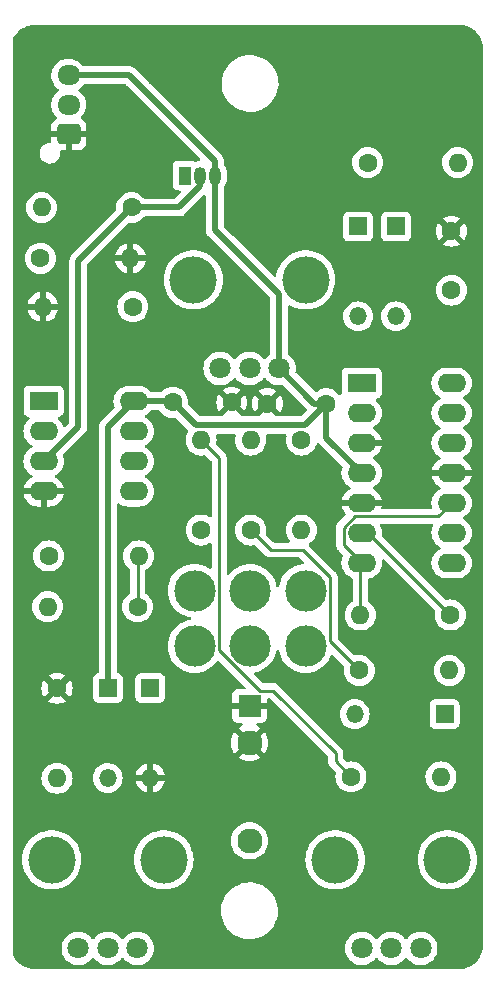
<source format=gbr>
%TF.GenerationSoftware,KiCad,Pcbnew,7.0.9*%
%TF.CreationDate,2024-05-17T11:53:29+10:00*%
%TF.ProjectId,_rotary_,5f726f74-6172-4795-9f2e-6b696361645f,v0_1_2*%
%TF.SameCoordinates,Original*%
%TF.FileFunction,Copper,L2,Bot*%
%TF.FilePolarity,Positive*%
%FSLAX46Y46*%
G04 Gerber Fmt 4.6, Leading zero omitted, Abs format (unit mm)*
G04 Created by KiCad (PCBNEW 7.0.9) date 2024-05-17 11:53:29*
%MOMM*%
%LPD*%
G01*
G04 APERTURE LIST*
G04 Aperture macros list*
%AMRoundRect*
0 Rectangle with rounded corners*
0 $1 Rounding radius*
0 $2 $3 $4 $5 $6 $7 $8 $9 X,Y pos of 4 corners*
0 Add a 4 corners polygon primitive as box body*
4,1,4,$2,$3,$4,$5,$6,$7,$8,$9,$2,$3,0*
0 Add four circle primitives for the rounded corners*
1,1,$1+$1,$2,$3*
1,1,$1+$1,$4,$5*
1,1,$1+$1,$6,$7*
1,1,$1+$1,$8,$9*
0 Add four rect primitives between the rounded corners*
20,1,$1+$1,$2,$3,$4,$5,0*
20,1,$1+$1,$4,$5,$6,$7,0*
20,1,$1+$1,$6,$7,$8,$9,0*
20,1,$1+$1,$8,$9,$2,$3,0*%
G04 Aperture macros list end*
%TA.AperFunction,ComponentPad*%
%ADD10R,1.930000X1.830000*%
%TD*%
%TA.AperFunction,ComponentPad*%
%ADD11C,2.130000*%
%TD*%
%TA.AperFunction,ComponentPad*%
%ADD12C,1.600000*%
%TD*%
%TA.AperFunction,ComponentPad*%
%ADD13O,1.600000X1.600000*%
%TD*%
%TA.AperFunction,WasherPad*%
%ADD14C,4.000000*%
%TD*%
%TA.AperFunction,ComponentPad*%
%ADD15C,1.800000*%
%TD*%
%TA.AperFunction,ComponentPad*%
%ADD16R,1.500000X1.500000*%
%TD*%
%TA.AperFunction,ComponentPad*%
%ADD17O,1.500000X1.500000*%
%TD*%
%TA.AperFunction,ComponentPad*%
%ADD18R,2.400000X1.600000*%
%TD*%
%TA.AperFunction,ComponentPad*%
%ADD19O,2.400000X1.600000*%
%TD*%
%TA.AperFunction,ComponentPad*%
%ADD20R,1.050000X1.500000*%
%TD*%
%TA.AperFunction,ComponentPad*%
%ADD21O,1.050000X1.500000*%
%TD*%
%TA.AperFunction,ComponentPad*%
%ADD22C,3.500000*%
%TD*%
%TA.AperFunction,ComponentPad*%
%ADD23RoundRect,0.250000X0.725000X-0.600000X0.725000X0.600000X-0.725000X0.600000X-0.725000X-0.600000X0*%
%TD*%
%TA.AperFunction,ComponentPad*%
%ADD24O,1.950000X1.700000*%
%TD*%
%TA.AperFunction,Conductor*%
%ADD25C,0.500000*%
%TD*%
%TA.AperFunction,Conductor*%
%ADD26C,0.250000*%
%TD*%
G04 APERTURE END LIST*
D10*
%TO.P,J1,S*%
%TO.N,GND*%
X100000000Y-117720000D03*
D11*
%TO.P,J1,T*%
%TO.N,Net-(D1-A)*%
X100000000Y-129120000D03*
%TO.P,J1,TN*%
%TO.N,GND*%
X100000000Y-120820000D03*
%TD*%
D12*
%TO.P,R9,1*%
%TO.N,Net-(D3-K)*%
X110000000Y-71700000D03*
D13*
%TO.P,R9,2*%
%TO.N,Net-(D4-A)*%
X117620000Y-71700000D03*
%TD*%
D12*
%TO.P,R11,1*%
%TO.N,Net-(SW1A-A)*%
X109300000Y-114700000D03*
D13*
%TO.P,R11,2*%
%TO.N,Net-(U3B--)*%
X116920000Y-114700000D03*
%TD*%
D12*
%TO.P,C1,1*%
%TO.N,GND*%
X98500000Y-92000000D03*
%TO.P,C1,2*%
%TO.N,+5V*%
X93500000Y-92000000D03*
%TD*%
%TO.P,R10,1*%
%TO.N,Net-(D4-A)*%
X104400000Y-95190000D03*
D13*
%TO.P,R10,2*%
%TO.N,Net-(U3B--)*%
X104400000Y-102810000D03*
%TD*%
D12*
%TO.P,C3,1*%
%TO.N,Net-(D5-K)*%
X117100000Y-82500000D03*
%TO.P,C3,2*%
%TO.N,GND*%
X117100000Y-77500000D03*
%TD*%
%TO.P,R12,1*%
%TO.N,Net-(U3B--)*%
X117000000Y-110000000D03*
D13*
%TO.P,R12,2*%
%TO.N,Net-(U3C-+)*%
X109380000Y-110000000D03*
%TD*%
D12*
%TO.P,R3,1*%
%TO.N,Net-(R2-Pad2)*%
X95900000Y-102810000D03*
D13*
%TO.P,R3,2*%
%TO.N,Net-(U1B--)*%
X95900000Y-95190000D03*
%TD*%
D14*
%TO.P,RV3,*%
%TO.N,*%
X83250000Y-130725000D03*
X92750000Y-130725000D03*
D15*
%TO.P,RV3,1,1*%
%TO.N,unconnected-(RV3-Pad1)*%
X90500000Y-138225000D03*
%TO.P,RV3,2,2*%
%TO.N,Net-(D5-K)*%
X88000000Y-138225000D03*
%TO.P,RV3,3,3*%
%TO.N,Net-(R14-Pad2)*%
X85500000Y-138225000D03*
%TD*%
D16*
%TO.P,D4,1,K*%
%TO.N,Net-(D3-A)*%
X112400000Y-77100000D03*
D17*
%TO.P,D4,2,A*%
%TO.N,Net-(D4-A)*%
X112400000Y-84720000D03*
%TD*%
D12*
%TO.P,C2,1*%
%TO.N,GND*%
X101500000Y-92100000D03*
%TO.P,C2,2*%
%TO.N,+5V*%
X106500000Y-92100000D03*
%TD*%
D18*
%TO.P,U1,1*%
%TO.N,Net-(R2-Pad2)*%
X82575000Y-91900000D03*
D19*
%TO.P,U1,2,-*%
%TO.N,Net-(U1A--)*%
X82575000Y-94440000D03*
%TO.P,U1,3,+*%
%TO.N,+2.5V*%
X82575000Y-96980000D03*
%TO.P,U1,4,V-*%
%TO.N,GND*%
X82575000Y-99520000D03*
%TO.P,U1,5,+*%
%TO.N,Net-(U1B-+)*%
X90195000Y-99520000D03*
%TO.P,U1,6,-*%
%TO.N,Net-(U1B--)*%
X90195000Y-96980000D03*
%TO.P,U1,7*%
%TO.N,Net-(J2-Pin_2)*%
X90195000Y-94440000D03*
%TO.P,U1,8,V+*%
%TO.N,+5V*%
X90195000Y-91900000D03*
%TD*%
D12*
%TO.P,R8,1*%
%TO.N,Net-(SW1A-A)*%
X100100000Y-102810000D03*
D13*
%TO.P,R8,2*%
%TO.N,Net-(D3-K)*%
X100100000Y-95190000D03*
%TD*%
D12*
%TO.P,R14,1*%
%TO.N,GND*%
X83700000Y-116200000D03*
D13*
%TO.P,R14,2*%
%TO.N,Net-(R14-Pad2)*%
X83700000Y-123820000D03*
%TD*%
D12*
%TO.P,R1,1*%
%TO.N,Net-(SW1B-B)*%
X82990000Y-105000000D03*
D13*
%TO.P,R1,2*%
%TO.N,Net-(U1A--)*%
X90610000Y-105000000D03*
%TD*%
D20*
%TO.P,U2,1,ADJ*%
%TO.N,Net-(U2-ADJ)*%
X94530000Y-72800000D03*
D21*
%TO.P,U2,2,VO*%
%TO.N,+2.5V*%
X95800000Y-72800000D03*
%TO.P,U2,3,VI*%
%TO.N,+5V*%
X97070000Y-72800000D03*
%TD*%
D22*
%TO.P,SW1,1,A*%
%TO.N,Net-(SW1A-A)*%
X95350000Y-107945000D03*
%TO.P,SW1,2,B*%
%TO.N,Net-(D1-A)*%
X100050000Y-107945000D03*
%TO.P,SW1,3,C*%
%TO.N,Net-(SW1A-C)*%
X104750000Y-107945000D03*
%TO.P,SW1,4,A*%
%TO.N,Net-(SW1B-A)*%
X95350000Y-112645000D03*
%TO.P,SW1,5,B*%
%TO.N,Net-(SW1B-B)*%
X100050000Y-112645000D03*
%TO.P,SW1,6,C*%
%TO.N,Net-(SW1A-C)*%
X104750000Y-112645000D03*
%TD*%
D16*
%TO.P,D3,1,K*%
%TO.N,Net-(D3-K)*%
X109200000Y-77100000D03*
D17*
%TO.P,D3,2,A*%
%TO.N,Net-(D3-A)*%
X109200000Y-84720000D03*
%TD*%
D12*
%TO.P,R5,1*%
%TO.N,Net-(R5-Pad1)*%
X90120000Y-83900000D03*
D13*
%TO.P,R5,2*%
%TO.N,GND*%
X82500000Y-83900000D03*
%TD*%
D16*
%TO.P,D5,1,K*%
%TO.N,Net-(D5-K)*%
X116520000Y-118400000D03*
D17*
%TO.P,D5,2,A*%
%TO.N,Net-(D5-A)*%
X108900000Y-118400000D03*
%TD*%
D14*
%TO.P,RV2,*%
%TO.N,*%
X107250000Y-130725000D03*
X116750000Y-130725000D03*
D15*
%TO.P,RV2,1,1*%
%TO.N,unconnected-(RV2-Pad1)*%
X114500000Y-138225000D03*
%TO.P,RV2,2,2*%
%TO.N,Net-(R4-Pad2)*%
X112000000Y-138225000D03*
%TO.P,RV2,3,3*%
%TO.N,Net-(J2-Pin_2)*%
X109500000Y-138225000D03*
%TD*%
D12*
%TO.P,R6,1*%
%TO.N,+2.5V*%
X90010000Y-75500000D03*
D13*
%TO.P,R6,2*%
%TO.N,Net-(U2-ADJ)*%
X82390000Y-75500000D03*
%TD*%
D18*
%TO.P,U3,1*%
%TO.N,Net-(D3-A)*%
X109500000Y-90360000D03*
D19*
%TO.P,U3,2,-*%
%TO.N,Net-(D3-K)*%
X109500000Y-92900000D03*
%TO.P,U3,3,+*%
%TO.N,GND*%
X109500000Y-95440000D03*
%TO.P,U3,4,V+*%
%TO.N,+5V*%
X109500000Y-97980000D03*
%TO.P,U3,5,+*%
%TO.N,GND*%
X109500000Y-100520000D03*
%TO.P,U3,6,-*%
%TO.N,Net-(U3B--)*%
X109500000Y-103060000D03*
%TO.P,U3,7*%
%TO.N,Net-(U3C-+)*%
X109500000Y-105600000D03*
%TO.P,U3,8*%
%TO.N,Net-(D5-A)*%
X117120000Y-105600000D03*
%TO.P,U3,9,-*%
%TO.N,Net-(D5-K)*%
X117120000Y-103060000D03*
%TO.P,U3,10,+*%
%TO.N,Net-(U3C-+)*%
X117120000Y-100520000D03*
%TO.P,U3,11,V-*%
%TO.N,GND*%
X117120000Y-97980000D03*
%TO.P,U3,12,+*%
%TO.N,Net-(D5-K)*%
X117120000Y-95440000D03*
%TO.P,U3,13,-*%
%TO.N,Net-(SW1B-A)*%
X117120000Y-92900000D03*
%TO.P,U3,14*%
X117120000Y-90360000D03*
%TD*%
D14*
%TO.P,RV1,*%
%TO.N,*%
X95250000Y-81625000D03*
X104750000Y-81625000D03*
D15*
%TO.P,RV1,1,1*%
%TO.N,+5V*%
X102500000Y-89125000D03*
%TO.P,RV1,2,2*%
%TO.N,Net-(U1B-+)*%
X100000000Y-89125000D03*
%TO.P,RV1,3,3*%
%TO.N,Net-(R5-Pad1)*%
X97500000Y-89125000D03*
%TD*%
D12*
%TO.P,R4,1*%
%TO.N,Net-(U1B--)*%
X108590000Y-123700000D03*
D13*
%TO.P,R4,2*%
%TO.N,Net-(R4-Pad2)*%
X116210000Y-123700000D03*
%TD*%
D16*
%TO.P,D2,1,K*%
%TO.N,Net-(D1-A)*%
X91600000Y-116170000D03*
D17*
%TO.P,D2,2,A*%
%TO.N,GND*%
X91600000Y-123790000D03*
%TD*%
D16*
%TO.P,D1,1,K*%
%TO.N,+5V*%
X88000000Y-116185000D03*
D17*
%TO.P,D1,2,A*%
%TO.N,Net-(D1-A)*%
X88000000Y-123805000D03*
%TD*%
D12*
%TO.P,R2,1*%
%TO.N,Net-(U1A--)*%
X90520000Y-109300000D03*
D13*
%TO.P,R2,2*%
%TO.N,Net-(R2-Pad2)*%
X82900000Y-109300000D03*
%TD*%
D12*
%TO.P,R7,1*%
%TO.N,Net-(U2-ADJ)*%
X82300000Y-79800000D03*
D13*
%TO.P,R7,2*%
%TO.N,GND*%
X89920000Y-79800000D03*
%TD*%
D23*
%TO.P,J2,1,Pin_1*%
%TO.N,GND*%
X84700000Y-69300000D03*
D24*
%TO.P,J2,2,Pin_2*%
%TO.N,Net-(J2-Pin_2)*%
X84700000Y-66800000D03*
%TO.P,J2,3,Pin_3*%
%TO.N,+5V*%
X84700000Y-64300000D03*
%TD*%
D25*
%TO.N,+5V*%
X97070000Y-72800000D02*
X97070000Y-77409824D01*
X97070000Y-77409824D02*
X102500000Y-82839824D01*
X88000000Y-94095000D02*
X90195000Y-91900000D01*
X105475000Y-92100000D02*
X106500000Y-92100000D01*
X88000000Y-116185000D02*
X88000000Y-94095000D01*
X95440000Y-93940000D02*
X104660000Y-93940000D01*
X104660000Y-93940000D02*
X106500000Y-92100000D01*
X93400000Y-91900000D02*
X93500000Y-92000000D01*
X93500000Y-92000000D02*
X95440000Y-93940000D01*
X97070000Y-71550000D02*
X97070000Y-72800000D01*
X102500000Y-82839824D02*
X102500000Y-89125000D01*
X89820000Y-64300000D02*
X97070000Y-71550000D01*
X102500000Y-89125000D02*
X105475000Y-92100000D01*
X90195000Y-91900000D02*
X93400000Y-91900000D01*
X109500000Y-97980000D02*
X106500000Y-94980000D01*
X106500000Y-94980000D02*
X106500000Y-92100000D01*
X84700000Y-64300000D02*
X89820000Y-64300000D01*
%TO.N,+2.5V*%
X95800000Y-73705000D02*
X94005000Y-75500000D01*
X85500000Y-80010000D02*
X85500000Y-94055000D01*
X85500000Y-94055000D02*
X82575000Y-96980000D01*
X95800000Y-72800000D02*
X95800000Y-73705000D01*
X90010000Y-75500000D02*
X85500000Y-80010000D01*
X94005000Y-75500000D02*
X90010000Y-75500000D01*
D26*
%TO.N,Net-(U1A--)*%
X90520000Y-109300000D02*
X90520000Y-105090000D01*
X90520000Y-105090000D02*
X90610000Y-105000000D01*
%TO.N,Net-(U1B--)*%
X97425000Y-96715000D02*
X97425000Y-112954494D01*
X107290000Y-121700000D02*
X101990000Y-116400000D01*
X107290000Y-121700000D02*
X107290000Y-122400000D01*
X97425000Y-112954494D02*
X100870506Y-116400000D01*
X100870506Y-116400000D02*
X101990000Y-116400000D01*
X95900000Y-95190000D02*
X97425000Y-96715000D01*
X107290000Y-122400000D02*
X108590000Y-123700000D01*
%TO.N,Net-(SW1A-A)*%
X104500000Y-104500000D02*
X101790000Y-104500000D01*
X101790000Y-104500000D02*
X100100000Y-102810000D01*
X106825000Y-112225000D02*
X106825000Y-106825000D01*
X106825000Y-106825000D02*
X104500000Y-104500000D01*
X109300000Y-114700000D02*
X106825000Y-112225000D01*
%TO.N,Net-(U3B--)*%
X117000000Y-110000000D02*
X110060000Y-103060000D01*
X110060000Y-103060000D02*
X109500000Y-103060000D01*
%TO.N,Net-(U3C-+)*%
X109380000Y-105720000D02*
X109500000Y-105600000D01*
X107975000Y-104075000D02*
X107975000Y-102594010D01*
X109500000Y-105600000D02*
X107975000Y-104075000D01*
X108924010Y-101645000D02*
X115995000Y-101645000D01*
X115995000Y-101645000D02*
X117120000Y-100520000D01*
X107975000Y-102594010D02*
X108924010Y-101645000D01*
X109380000Y-110000000D02*
X109380000Y-105720000D01*
%TD*%
%TA.AperFunction,Conductor*%
%TO.N,GND*%
G36*
X117787843Y-60025634D02*
G01*
X118039407Y-60042121D01*
X118047548Y-60043193D01*
X118257024Y-60084859D01*
X118292774Y-60091970D01*
X118300738Y-60094103D01*
X118419113Y-60134286D01*
X118537483Y-60174467D01*
X118545104Y-60177623D01*
X118769333Y-60288199D01*
X118776479Y-60292324D01*
X118984360Y-60431225D01*
X118990895Y-60436239D01*
X119176295Y-60598830D01*
X119178870Y-60601088D01*
X119184700Y-60606918D01*
X119343859Y-60788402D01*
X119349546Y-60794886D01*
X119354568Y-60801431D01*
X119493467Y-61009307D01*
X119497591Y-61016451D01*
X119608172Y-61240685D01*
X119611329Y-61248307D01*
X119691690Y-61485041D01*
X119693825Y-61493010D01*
X119742602Y-61738223D01*
X119743678Y-61746402D01*
X119756335Y-61939505D01*
X119759030Y-61980629D01*
X119760151Y-61997724D01*
X119760286Y-62001845D01*
X119760286Y-137983727D01*
X119760151Y-137987843D01*
X119743665Y-138239392D01*
X119742590Y-138247564D01*
X119693814Y-138492774D01*
X119691679Y-138500742D01*
X119611318Y-138737481D01*
X119608161Y-138745103D01*
X119497585Y-138969331D01*
X119493460Y-138976475D01*
X119354565Y-139184348D01*
X119349543Y-139190893D01*
X119184697Y-139378864D01*
X119178864Y-139384697D01*
X118990893Y-139549543D01*
X118984348Y-139554565D01*
X118776475Y-139693460D01*
X118769331Y-139697585D01*
X118545103Y-139808161D01*
X118537481Y-139811318D01*
X118300742Y-139891679D01*
X118292774Y-139893814D01*
X118086163Y-139934912D01*
X118047561Y-139942590D01*
X118039392Y-139943665D01*
X117787842Y-139960151D01*
X117783728Y-139960286D01*
X81802060Y-139960286D01*
X81797941Y-139960151D01*
X81761341Y-139957752D01*
X81546404Y-139943664D01*
X81538225Y-139942588D01*
X81293013Y-139893811D01*
X81285045Y-139891676D01*
X81048309Y-139811315D01*
X81040687Y-139808158D01*
X80816449Y-139697575D01*
X80809328Y-139693464D01*
X80601442Y-139554559D01*
X80594899Y-139549538D01*
X80406927Y-139384689D01*
X80401094Y-139378855D01*
X80236253Y-139190890D01*
X80231231Y-139184345D01*
X80170253Y-139093084D01*
X80092334Y-138976469D01*
X80088213Y-138969330D01*
X80012994Y-138816798D01*
X80000000Y-138761070D01*
X80000000Y-138225000D01*
X84086673Y-138225000D01*
X84105950Y-138457633D01*
X84163249Y-138683903D01*
X84163252Y-138683910D01*
X84257015Y-138897668D01*
X84384685Y-139093083D01*
X84542774Y-139264813D01*
X84542778Y-139264817D01*
X84608650Y-139316087D01*
X84726983Y-139408190D01*
X84932273Y-139519287D01*
X85153049Y-139595080D01*
X85383288Y-139633500D01*
X85383292Y-139633500D01*
X85616708Y-139633500D01*
X85616712Y-139633500D01*
X85846951Y-139595080D01*
X86067727Y-139519287D01*
X86273017Y-139408190D01*
X86457220Y-139264818D01*
X86615314Y-139093083D01*
X86644517Y-139048383D01*
X86698519Y-139002296D01*
X86768867Y-138992720D01*
X86833225Y-139022696D01*
X86855481Y-139048382D01*
X86884686Y-139093083D01*
X86884687Y-139093084D01*
X87042774Y-139264813D01*
X87042778Y-139264817D01*
X87108650Y-139316087D01*
X87226983Y-139408190D01*
X87432273Y-139519287D01*
X87653049Y-139595080D01*
X87883288Y-139633500D01*
X87883292Y-139633500D01*
X88116708Y-139633500D01*
X88116712Y-139633500D01*
X88346951Y-139595080D01*
X88567727Y-139519287D01*
X88773017Y-139408190D01*
X88957220Y-139264818D01*
X89115314Y-139093083D01*
X89144517Y-139048383D01*
X89198519Y-139002296D01*
X89268867Y-138992720D01*
X89333225Y-139022696D01*
X89355481Y-139048382D01*
X89384686Y-139093083D01*
X89384687Y-139093084D01*
X89542774Y-139264813D01*
X89542778Y-139264817D01*
X89608650Y-139316087D01*
X89726983Y-139408190D01*
X89932273Y-139519287D01*
X90153049Y-139595080D01*
X90383288Y-139633500D01*
X90383292Y-139633500D01*
X90616708Y-139633500D01*
X90616712Y-139633500D01*
X90846951Y-139595080D01*
X91067727Y-139519287D01*
X91273017Y-139408190D01*
X91457220Y-139264818D01*
X91615314Y-139093083D01*
X91742984Y-138897669D01*
X91836749Y-138683907D01*
X91894051Y-138457626D01*
X91913327Y-138225000D01*
X108086673Y-138225000D01*
X108105950Y-138457633D01*
X108163249Y-138683903D01*
X108163252Y-138683910D01*
X108257015Y-138897668D01*
X108384685Y-139093083D01*
X108542774Y-139264813D01*
X108542778Y-139264817D01*
X108608650Y-139316087D01*
X108726983Y-139408190D01*
X108932273Y-139519287D01*
X109153049Y-139595080D01*
X109383288Y-139633500D01*
X109383292Y-139633500D01*
X109616708Y-139633500D01*
X109616712Y-139633500D01*
X109846951Y-139595080D01*
X110067727Y-139519287D01*
X110273017Y-139408190D01*
X110457220Y-139264818D01*
X110615314Y-139093083D01*
X110644517Y-139048383D01*
X110698519Y-139002296D01*
X110768867Y-138992720D01*
X110833225Y-139022696D01*
X110855481Y-139048382D01*
X110884686Y-139093083D01*
X110884687Y-139093084D01*
X111042774Y-139264813D01*
X111042778Y-139264817D01*
X111108650Y-139316087D01*
X111226983Y-139408190D01*
X111432273Y-139519287D01*
X111653049Y-139595080D01*
X111883288Y-139633500D01*
X111883292Y-139633500D01*
X112116708Y-139633500D01*
X112116712Y-139633500D01*
X112346951Y-139595080D01*
X112567727Y-139519287D01*
X112773017Y-139408190D01*
X112957220Y-139264818D01*
X113115314Y-139093083D01*
X113144517Y-139048383D01*
X113198519Y-139002296D01*
X113268867Y-138992720D01*
X113333225Y-139022696D01*
X113355481Y-139048382D01*
X113384686Y-139093083D01*
X113384687Y-139093084D01*
X113542774Y-139264813D01*
X113542778Y-139264817D01*
X113608650Y-139316087D01*
X113726983Y-139408190D01*
X113932273Y-139519287D01*
X114153049Y-139595080D01*
X114383288Y-139633500D01*
X114383292Y-139633500D01*
X114616708Y-139633500D01*
X114616712Y-139633500D01*
X114846951Y-139595080D01*
X115067727Y-139519287D01*
X115273017Y-139408190D01*
X115457220Y-139264818D01*
X115615314Y-139093083D01*
X115742984Y-138897669D01*
X115836749Y-138683907D01*
X115894051Y-138457626D01*
X115913327Y-138225000D01*
X115894051Y-137992374D01*
X115836749Y-137766093D01*
X115742984Y-137552331D01*
X115666781Y-137435693D01*
X115615314Y-137356916D01*
X115457225Y-137185186D01*
X115457221Y-137185182D01*
X115365118Y-137113496D01*
X115273017Y-137041810D01*
X115067727Y-136930713D01*
X115067724Y-136930712D01*
X115067723Y-136930711D01*
X114846955Y-136854921D01*
X114846948Y-136854919D01*
X114748411Y-136838476D01*
X114616712Y-136816500D01*
X114383288Y-136816500D01*
X114268066Y-136835727D01*
X114153051Y-136854919D01*
X114153044Y-136854921D01*
X113932276Y-136930711D01*
X113932273Y-136930713D01*
X113726985Y-137041809D01*
X113726983Y-137041810D01*
X113542778Y-137185182D01*
X113542774Y-137185186D01*
X113384685Y-137356916D01*
X113355483Y-137401615D01*
X113301480Y-137447704D01*
X113231132Y-137457279D01*
X113166774Y-137427302D01*
X113144517Y-137401615D01*
X113115314Y-137356916D01*
X112957225Y-137185186D01*
X112957221Y-137185182D01*
X112865118Y-137113496D01*
X112773017Y-137041810D01*
X112567727Y-136930713D01*
X112567724Y-136930712D01*
X112567723Y-136930711D01*
X112346955Y-136854921D01*
X112346948Y-136854919D01*
X112248411Y-136838476D01*
X112116712Y-136816500D01*
X111883288Y-136816500D01*
X111768066Y-136835727D01*
X111653051Y-136854919D01*
X111653044Y-136854921D01*
X111432276Y-136930711D01*
X111432273Y-136930713D01*
X111226985Y-137041809D01*
X111226983Y-137041810D01*
X111042778Y-137185182D01*
X111042774Y-137185186D01*
X110884685Y-137356916D01*
X110855483Y-137401615D01*
X110801480Y-137447704D01*
X110731132Y-137457279D01*
X110666774Y-137427302D01*
X110644517Y-137401615D01*
X110615314Y-137356916D01*
X110457225Y-137185186D01*
X110457221Y-137185182D01*
X110365118Y-137113496D01*
X110273017Y-137041810D01*
X110067727Y-136930713D01*
X110067724Y-136930712D01*
X110067723Y-136930711D01*
X109846955Y-136854921D01*
X109846948Y-136854919D01*
X109748411Y-136838476D01*
X109616712Y-136816500D01*
X109383288Y-136816500D01*
X109268066Y-136835727D01*
X109153051Y-136854919D01*
X109153044Y-136854921D01*
X108932276Y-136930711D01*
X108932273Y-136930713D01*
X108726985Y-137041809D01*
X108726983Y-137041810D01*
X108542778Y-137185182D01*
X108542774Y-137185186D01*
X108384685Y-137356916D01*
X108257015Y-137552331D01*
X108163252Y-137766089D01*
X108163249Y-137766096D01*
X108105950Y-137992366D01*
X108086673Y-138225000D01*
X91913327Y-138225000D01*
X91894051Y-137992374D01*
X91836749Y-137766093D01*
X91742984Y-137552331D01*
X91666781Y-137435693D01*
X91615314Y-137356916D01*
X91457225Y-137185186D01*
X91457221Y-137185182D01*
X91365118Y-137113496D01*
X91273017Y-137041810D01*
X91067727Y-136930713D01*
X91067724Y-136930712D01*
X91067723Y-136930711D01*
X90846955Y-136854921D01*
X90846948Y-136854919D01*
X90748411Y-136838476D01*
X90616712Y-136816500D01*
X90383288Y-136816500D01*
X90268066Y-136835727D01*
X90153051Y-136854919D01*
X90153044Y-136854921D01*
X89932276Y-136930711D01*
X89932273Y-136930713D01*
X89726985Y-137041809D01*
X89726983Y-137041810D01*
X89542778Y-137185182D01*
X89542774Y-137185186D01*
X89384685Y-137356916D01*
X89355483Y-137401615D01*
X89301480Y-137447704D01*
X89231132Y-137457279D01*
X89166774Y-137427302D01*
X89144517Y-137401615D01*
X89115314Y-137356916D01*
X88957225Y-137185186D01*
X88957221Y-137185182D01*
X88865118Y-137113496D01*
X88773017Y-137041810D01*
X88567727Y-136930713D01*
X88567724Y-136930712D01*
X88567723Y-136930711D01*
X88346955Y-136854921D01*
X88346948Y-136854919D01*
X88248411Y-136838476D01*
X88116712Y-136816500D01*
X87883288Y-136816500D01*
X87768066Y-136835727D01*
X87653051Y-136854919D01*
X87653044Y-136854921D01*
X87432276Y-136930711D01*
X87432273Y-136930713D01*
X87226985Y-137041809D01*
X87226983Y-137041810D01*
X87042778Y-137185182D01*
X87042774Y-137185186D01*
X86884685Y-137356916D01*
X86855483Y-137401615D01*
X86801480Y-137447704D01*
X86731132Y-137457279D01*
X86666774Y-137427302D01*
X86644517Y-137401615D01*
X86615314Y-137356916D01*
X86457225Y-137185186D01*
X86457221Y-137185182D01*
X86365118Y-137113496D01*
X86273017Y-137041810D01*
X86067727Y-136930713D01*
X86067724Y-136930712D01*
X86067723Y-136930711D01*
X85846955Y-136854921D01*
X85846948Y-136854919D01*
X85748411Y-136838476D01*
X85616712Y-136816500D01*
X85383288Y-136816500D01*
X85268066Y-136835727D01*
X85153051Y-136854919D01*
X85153044Y-136854921D01*
X84932276Y-136930711D01*
X84932273Y-136930713D01*
X84726985Y-137041809D01*
X84726983Y-137041810D01*
X84542778Y-137185182D01*
X84542774Y-137185186D01*
X84384685Y-137356916D01*
X84257015Y-137552331D01*
X84163252Y-137766089D01*
X84163249Y-137766096D01*
X84105950Y-137992366D01*
X84086673Y-138225000D01*
X80000000Y-138225000D01*
X80000000Y-134972905D01*
X97595793Y-134972905D01*
X97605672Y-135280969D01*
X97605673Y-135280979D01*
X97654867Y-135585264D01*
X97742570Y-135880759D01*
X97742571Y-135880763D01*
X97819988Y-136055647D01*
X97867337Y-136162609D01*
X98027123Y-136426193D01*
X98027127Y-136426198D01*
X98027127Y-136426199D01*
X98125671Y-136549769D01*
X98219304Y-136667181D01*
X98440724Y-136881614D01*
X98687747Y-137065972D01*
X98829680Y-137145907D01*
X98956313Y-137217225D01*
X98956318Y-137217228D01*
X99242013Y-137332895D01*
X99242021Y-137332897D01*
X99242025Y-137332899D01*
X99409325Y-137376770D01*
X99504069Y-137401615D01*
X99540179Y-137411084D01*
X99845883Y-137450500D01*
X99845888Y-137450500D01*
X100076981Y-137450500D01*
X100168834Y-137444602D01*
X100307601Y-137435693D01*
X100610151Y-137376772D01*
X100902683Y-137279644D01*
X101180393Y-137145907D01*
X101356664Y-137031166D01*
X101438713Y-136977759D01*
X101438715Y-136977757D01*
X101438720Y-136977754D01*
X101673424Y-136777948D01*
X101880650Y-136549769D01*
X102056996Y-136296963D01*
X102199567Y-136023683D01*
X102306020Y-135734415D01*
X102374609Y-135433908D01*
X102404206Y-135127098D01*
X102394327Y-134819022D01*
X102345133Y-134514739D01*
X102257431Y-134219244D01*
X102257428Y-134219238D01*
X102257428Y-134219236D01*
X102194161Y-134076317D01*
X102132663Y-133937391D01*
X101972877Y-133673807D01*
X101972872Y-133673800D01*
X101780705Y-133432830D01*
X101780702Y-133432827D01*
X101780696Y-133432819D01*
X101559276Y-133218386D01*
X101421342Y-133115443D01*
X101312255Y-133034029D01*
X101043686Y-132882774D01*
X101043681Y-132882771D01*
X100757986Y-132767104D01*
X100757973Y-132767100D01*
X100459828Y-132688917D01*
X100459821Y-132688916D01*
X100154117Y-132649500D01*
X99923026Y-132649500D01*
X99923019Y-132649500D01*
X99692393Y-132664307D01*
X99389864Y-132723224D01*
X99389844Y-132723229D01*
X99097316Y-132820356D01*
X98819609Y-132954091D01*
X98561286Y-133122240D01*
X98561284Y-133122242D01*
X98326574Y-133322053D01*
X98326571Y-133322056D01*
X98119353Y-133550226D01*
X98119348Y-133550232D01*
X97943005Y-133803035D01*
X97943004Y-133803035D01*
X97800431Y-134076318D01*
X97693980Y-134365581D01*
X97625390Y-134666094D01*
X97595793Y-134972905D01*
X80000000Y-134972905D01*
X80000000Y-130725006D01*
X80736540Y-130725006D01*
X80756357Y-131040007D01*
X80756359Y-131040024D01*
X80815504Y-131350067D01*
X80815507Y-131350080D01*
X80913039Y-131650254D01*
X80913044Y-131650266D01*
X81047438Y-131935869D01*
X81047440Y-131935872D01*
X81047443Y-131935878D01*
X81216562Y-132202368D01*
X81417763Y-132445578D01*
X81417766Y-132445580D01*
X81417767Y-132445582D01*
X81647860Y-132661654D01*
X81903221Y-132847184D01*
X82179821Y-132999247D01*
X82473298Y-133115443D01*
X82779025Y-133193940D01*
X82779033Y-133193941D01*
X82779032Y-133193941D01*
X82943129Y-133214670D01*
X83092179Y-133233500D01*
X83092183Y-133233500D01*
X83407817Y-133233500D01*
X83407821Y-133233500D01*
X83720975Y-133193940D01*
X84026702Y-133115443D01*
X84320179Y-132999247D01*
X84596779Y-132847184D01*
X84852140Y-132661654D01*
X85082233Y-132445582D01*
X85283432Y-132202375D01*
X85283434Y-132202370D01*
X85283437Y-132202368D01*
X85452556Y-131935878D01*
X85452562Y-131935869D01*
X85586956Y-131650266D01*
X85684495Y-131350072D01*
X85743641Y-131040020D01*
X85763460Y-130725006D01*
X90236540Y-130725006D01*
X90256357Y-131040007D01*
X90256359Y-131040024D01*
X90315504Y-131350067D01*
X90315507Y-131350080D01*
X90413039Y-131650254D01*
X90413044Y-131650266D01*
X90547438Y-131935869D01*
X90547440Y-131935872D01*
X90547443Y-131935878D01*
X90716562Y-132202368D01*
X90917763Y-132445578D01*
X90917766Y-132445580D01*
X90917767Y-132445582D01*
X91147860Y-132661654D01*
X91403221Y-132847184D01*
X91679821Y-132999247D01*
X91973298Y-133115443D01*
X92279025Y-133193940D01*
X92279033Y-133193941D01*
X92279032Y-133193941D01*
X92443129Y-133214670D01*
X92592179Y-133233500D01*
X92592183Y-133233500D01*
X92907817Y-133233500D01*
X92907821Y-133233500D01*
X93220975Y-133193940D01*
X93526702Y-133115443D01*
X93820179Y-132999247D01*
X94096779Y-132847184D01*
X94352140Y-132661654D01*
X94582233Y-132445582D01*
X94783432Y-132202375D01*
X94783434Y-132202370D01*
X94783437Y-132202368D01*
X94952556Y-131935878D01*
X94952562Y-131935869D01*
X95086956Y-131650266D01*
X95184495Y-131350072D01*
X95243641Y-131040020D01*
X95263460Y-130725006D01*
X104736540Y-130725006D01*
X104756357Y-131040007D01*
X104756359Y-131040024D01*
X104815504Y-131350067D01*
X104815507Y-131350080D01*
X104913039Y-131650254D01*
X104913044Y-131650266D01*
X105047438Y-131935869D01*
X105047440Y-131935872D01*
X105047443Y-131935878D01*
X105216562Y-132202368D01*
X105417763Y-132445578D01*
X105417766Y-132445580D01*
X105417767Y-132445582D01*
X105647860Y-132661654D01*
X105903221Y-132847184D01*
X106179821Y-132999247D01*
X106473298Y-133115443D01*
X106779025Y-133193940D01*
X106779033Y-133193941D01*
X106779032Y-133193941D01*
X106943129Y-133214670D01*
X107092179Y-133233500D01*
X107092183Y-133233500D01*
X107407817Y-133233500D01*
X107407821Y-133233500D01*
X107720975Y-133193940D01*
X108026702Y-133115443D01*
X108320179Y-132999247D01*
X108596779Y-132847184D01*
X108852140Y-132661654D01*
X109082233Y-132445582D01*
X109283432Y-132202375D01*
X109283434Y-132202370D01*
X109283437Y-132202368D01*
X109452556Y-131935878D01*
X109452562Y-131935869D01*
X109586956Y-131650266D01*
X109684495Y-131350072D01*
X109743641Y-131040020D01*
X109763460Y-130725006D01*
X114236540Y-130725006D01*
X114256357Y-131040007D01*
X114256359Y-131040024D01*
X114315504Y-131350067D01*
X114315507Y-131350080D01*
X114413039Y-131650254D01*
X114413044Y-131650266D01*
X114547438Y-131935869D01*
X114547440Y-131935872D01*
X114547443Y-131935878D01*
X114716562Y-132202368D01*
X114917763Y-132445578D01*
X114917766Y-132445580D01*
X114917767Y-132445582D01*
X115147860Y-132661654D01*
X115403221Y-132847184D01*
X115679821Y-132999247D01*
X115973298Y-133115443D01*
X116279025Y-133193940D01*
X116279033Y-133193941D01*
X116279032Y-133193941D01*
X116443129Y-133214670D01*
X116592179Y-133233500D01*
X116592183Y-133233500D01*
X116907817Y-133233500D01*
X116907821Y-133233500D01*
X117220975Y-133193940D01*
X117526702Y-133115443D01*
X117820179Y-132999247D01*
X118096779Y-132847184D01*
X118352140Y-132661654D01*
X118582233Y-132445582D01*
X118783432Y-132202375D01*
X118783434Y-132202370D01*
X118783437Y-132202368D01*
X118952556Y-131935878D01*
X118952562Y-131935869D01*
X119086956Y-131650266D01*
X119184495Y-131350072D01*
X119243641Y-131040020D01*
X119263460Y-130725000D01*
X119261784Y-130698366D01*
X119243642Y-130409992D01*
X119243640Y-130409975D01*
X119210466Y-130236073D01*
X119184495Y-130099928D01*
X119167538Y-130047740D01*
X119086960Y-129799745D01*
X119086955Y-129799732D01*
X118952562Y-129514131D01*
X118952556Y-129514121D01*
X118783437Y-129247631D01*
X118582236Y-129004421D01*
X118352139Y-128788345D01*
X118096781Y-128602817D01*
X118054385Y-128579509D01*
X117820179Y-128450753D01*
X117526702Y-128334557D01*
X117220975Y-128256060D01*
X117220970Y-128256059D01*
X117220965Y-128256058D01*
X117220967Y-128256058D01*
X116907835Y-128216501D01*
X116907824Y-128216500D01*
X116907821Y-128216500D01*
X116592179Y-128216500D01*
X116592176Y-128216500D01*
X116592164Y-128216501D01*
X116279033Y-128256058D01*
X115973301Y-128334556D01*
X115973299Y-128334556D01*
X115973298Y-128334557D01*
X115799325Y-128403438D01*
X115679821Y-128450753D01*
X115403218Y-128602817D01*
X115147861Y-128788345D01*
X115147860Y-128788345D01*
X114917763Y-129004421D01*
X114716562Y-129247631D01*
X114547443Y-129514121D01*
X114547436Y-129514135D01*
X114413044Y-129799732D01*
X114413039Y-129799745D01*
X114315507Y-130099919D01*
X114315504Y-130099932D01*
X114256359Y-130409975D01*
X114256357Y-130409992D01*
X114236540Y-130724993D01*
X114236540Y-130725006D01*
X109763460Y-130725006D01*
X109763460Y-130725000D01*
X109761784Y-130698366D01*
X109743642Y-130409992D01*
X109743640Y-130409975D01*
X109710466Y-130236073D01*
X109684495Y-130099928D01*
X109667538Y-130047740D01*
X109586960Y-129799745D01*
X109586955Y-129799732D01*
X109452562Y-129514131D01*
X109452556Y-129514121D01*
X109283437Y-129247631D01*
X109082236Y-129004421D01*
X108852139Y-128788345D01*
X108596781Y-128602817D01*
X108554385Y-128579509D01*
X108320179Y-128450753D01*
X108026702Y-128334557D01*
X107720975Y-128256060D01*
X107720970Y-128256059D01*
X107720965Y-128256058D01*
X107720967Y-128256058D01*
X107407835Y-128216501D01*
X107407824Y-128216500D01*
X107407821Y-128216500D01*
X107092179Y-128216500D01*
X107092176Y-128216500D01*
X107092164Y-128216501D01*
X106779033Y-128256058D01*
X106473301Y-128334556D01*
X106473299Y-128334556D01*
X106473298Y-128334557D01*
X106299325Y-128403438D01*
X106179821Y-128450753D01*
X105903218Y-128602817D01*
X105647861Y-128788345D01*
X105647860Y-128788345D01*
X105417763Y-129004421D01*
X105216562Y-129247631D01*
X105047443Y-129514121D01*
X105047436Y-129514135D01*
X104913044Y-129799732D01*
X104913039Y-129799745D01*
X104815507Y-130099919D01*
X104815504Y-130099932D01*
X104756359Y-130409975D01*
X104756357Y-130409992D01*
X104736540Y-130724993D01*
X104736540Y-130725006D01*
X95263460Y-130725006D01*
X95263460Y-130725000D01*
X95261784Y-130698366D01*
X95243642Y-130409992D01*
X95243640Y-130409975D01*
X95210466Y-130236073D01*
X95184495Y-130099928D01*
X95167538Y-130047740D01*
X95086960Y-129799745D01*
X95086955Y-129799732D01*
X94952562Y-129514131D01*
X94952556Y-129514121D01*
X94783437Y-129247631D01*
X94677851Y-129120000D01*
X98421634Y-129120000D01*
X98441066Y-129366911D01*
X98498885Y-129607742D01*
X98593665Y-129836561D01*
X98723076Y-130047741D01*
X98723077Y-130047743D01*
X98883926Y-130236073D01*
X99072256Y-130396922D01*
X99072260Y-130396925D01*
X99283437Y-130526334D01*
X99512258Y-130621115D01*
X99753089Y-130678934D01*
X100000000Y-130698366D01*
X100246911Y-130678934D01*
X100487742Y-130621115D01*
X100716563Y-130526334D01*
X100927740Y-130396925D01*
X101116073Y-130236073D01*
X101276925Y-130047740D01*
X101406334Y-129836563D01*
X101501115Y-129607742D01*
X101558934Y-129366911D01*
X101578366Y-129120000D01*
X101558934Y-128873089D01*
X101501115Y-128632258D01*
X101406334Y-128403437D01*
X101276925Y-128192260D01*
X101276922Y-128192256D01*
X101116073Y-128003926D01*
X100927743Y-127843077D01*
X100927741Y-127843076D01*
X100927740Y-127843075D01*
X100716563Y-127713666D01*
X100487742Y-127618885D01*
X100246911Y-127561066D01*
X100246912Y-127561066D01*
X100000000Y-127541634D01*
X99753088Y-127561066D01*
X99512257Y-127618885D01*
X99283438Y-127713665D01*
X99072258Y-127843076D01*
X99072256Y-127843077D01*
X98883926Y-128003926D01*
X98723077Y-128192256D01*
X98723076Y-128192258D01*
X98593665Y-128403438D01*
X98498885Y-128632257D01*
X98441066Y-128873088D01*
X98421634Y-129120000D01*
X94677851Y-129120000D01*
X94582236Y-129004421D01*
X94352139Y-128788345D01*
X94096781Y-128602817D01*
X94054385Y-128579509D01*
X93820179Y-128450753D01*
X93526702Y-128334557D01*
X93220975Y-128256060D01*
X93220970Y-128256059D01*
X93220965Y-128256058D01*
X93220967Y-128256058D01*
X92907835Y-128216501D01*
X92907824Y-128216500D01*
X92907821Y-128216500D01*
X92592179Y-128216500D01*
X92592176Y-128216500D01*
X92592164Y-128216501D01*
X92279033Y-128256058D01*
X91973301Y-128334556D01*
X91973299Y-128334556D01*
X91973298Y-128334557D01*
X91799325Y-128403438D01*
X91679821Y-128450753D01*
X91403218Y-128602817D01*
X91147861Y-128788345D01*
X91147860Y-128788345D01*
X90917763Y-129004421D01*
X90716562Y-129247631D01*
X90547443Y-129514121D01*
X90547436Y-129514135D01*
X90413044Y-129799732D01*
X90413039Y-129799745D01*
X90315507Y-130099919D01*
X90315504Y-130099932D01*
X90256359Y-130409975D01*
X90256357Y-130409992D01*
X90236540Y-130724993D01*
X90236540Y-130725006D01*
X85763460Y-130725006D01*
X85763460Y-130725000D01*
X85761784Y-130698366D01*
X85743642Y-130409992D01*
X85743640Y-130409975D01*
X85710466Y-130236073D01*
X85684495Y-130099928D01*
X85667538Y-130047740D01*
X85586960Y-129799745D01*
X85586955Y-129799732D01*
X85452562Y-129514131D01*
X85452556Y-129514121D01*
X85283437Y-129247631D01*
X85082236Y-129004421D01*
X84852139Y-128788345D01*
X84596781Y-128602817D01*
X84554385Y-128579509D01*
X84320179Y-128450753D01*
X84026702Y-128334557D01*
X83720975Y-128256060D01*
X83720970Y-128256059D01*
X83720965Y-128256058D01*
X83720967Y-128256058D01*
X83407835Y-128216501D01*
X83407824Y-128216500D01*
X83407821Y-128216500D01*
X83092179Y-128216500D01*
X83092176Y-128216500D01*
X83092164Y-128216501D01*
X82779033Y-128256058D01*
X82473301Y-128334556D01*
X82473299Y-128334556D01*
X82473298Y-128334557D01*
X82299325Y-128403438D01*
X82179821Y-128450753D01*
X81903218Y-128602817D01*
X81647861Y-128788345D01*
X81647860Y-128788345D01*
X81417763Y-129004421D01*
X81216562Y-129247631D01*
X81047443Y-129514121D01*
X81047436Y-129514135D01*
X80913044Y-129799732D01*
X80913039Y-129799745D01*
X80815507Y-130099919D01*
X80815504Y-130099932D01*
X80756359Y-130409975D01*
X80756357Y-130409992D01*
X80736540Y-130724993D01*
X80736540Y-130725006D01*
X80000000Y-130725006D01*
X80000000Y-123820000D01*
X82386502Y-123820000D01*
X82406099Y-124044000D01*
X82406457Y-124048086D01*
X82465715Y-124269240D01*
X82465717Y-124269246D01*
X82562477Y-124476749D01*
X82693802Y-124664300D01*
X82855700Y-124826198D01*
X83043251Y-124957523D01*
X83250757Y-125054284D01*
X83471913Y-125113543D01*
X83700000Y-125133498D01*
X83928087Y-125113543D01*
X84149243Y-125054284D01*
X84356749Y-124957523D01*
X84544300Y-124826198D01*
X84706198Y-124664300D01*
X84837523Y-124476749D01*
X84934284Y-124269243D01*
X84993543Y-124048087D01*
X85013498Y-123820000D01*
X85012186Y-123805000D01*
X86736693Y-123805000D01*
X86755885Y-124024371D01*
X86762240Y-124048086D01*
X86812879Y-124237073D01*
X86812881Y-124237079D01*
X86827881Y-124269246D01*
X86905944Y-124436654D01*
X87021515Y-124601706D01*
X87032251Y-124617038D01*
X87032254Y-124617042D01*
X87187957Y-124772745D01*
X87187961Y-124772748D01*
X87187962Y-124772749D01*
X87368346Y-124899056D01*
X87567924Y-124992120D01*
X87780629Y-125049115D01*
X88000000Y-125068307D01*
X88219371Y-125049115D01*
X88432076Y-124992120D01*
X88631654Y-124899056D01*
X88812038Y-124772749D01*
X88967749Y-124617038D01*
X89094056Y-124436654D01*
X89187120Y-124237076D01*
X89244115Y-124024371D01*
X89263307Y-123805000D01*
X89244115Y-123585629D01*
X89230817Y-123536000D01*
X90365681Y-123536000D01*
X91324122Y-123536000D01*
X91281722Y-123582059D01*
X91231449Y-123696670D01*
X91221114Y-123821395D01*
X91251837Y-123942719D01*
X91318008Y-124044000D01*
X90365682Y-124044000D01*
X90413350Y-124221903D01*
X90413352Y-124221907D01*
X90506378Y-124421401D01*
X90506379Y-124421403D01*
X90632628Y-124601706D01*
X90632637Y-124601717D01*
X90788282Y-124757362D01*
X90788293Y-124757371D01*
X90968596Y-124883620D01*
X90968598Y-124883621D01*
X91168094Y-124976648D01*
X91168093Y-124976648D01*
X91346000Y-125024316D01*
X91346000Y-124067503D01*
X91419052Y-124124363D01*
X91537424Y-124165000D01*
X91631073Y-124165000D01*
X91723446Y-124149586D01*
X91833514Y-124090019D01*
X91854000Y-124067765D01*
X91854000Y-125024316D01*
X92031905Y-124976648D01*
X92231401Y-124883621D01*
X92231403Y-124883620D01*
X92411706Y-124757371D01*
X92411717Y-124757362D01*
X92567362Y-124601717D01*
X92567371Y-124601706D01*
X92693620Y-124421403D01*
X92693621Y-124421401D01*
X92786647Y-124221907D01*
X92786649Y-124221903D01*
X92834318Y-124044000D01*
X91875878Y-124044000D01*
X91918278Y-123997941D01*
X91968551Y-123883330D01*
X91978886Y-123758605D01*
X91948163Y-123637281D01*
X91881992Y-123536000D01*
X92834318Y-123536000D01*
X92786649Y-123358096D01*
X92786647Y-123358092D01*
X92693619Y-123158594D01*
X92567371Y-122978293D01*
X92567362Y-122978282D01*
X92411717Y-122822637D01*
X92411706Y-122822628D01*
X92231403Y-122696379D01*
X92231401Y-122696378D01*
X92031907Y-122603352D01*
X92031903Y-122603350D01*
X91854000Y-122555681D01*
X91854000Y-123512496D01*
X91780948Y-123455637D01*
X91662576Y-123415000D01*
X91568927Y-123415000D01*
X91476554Y-123430414D01*
X91366486Y-123489981D01*
X91346000Y-123512234D01*
X91346000Y-122555681D01*
X91168096Y-122603350D01*
X91168092Y-122603352D01*
X90968594Y-122696380D01*
X90788293Y-122822628D01*
X90788282Y-122822637D01*
X90632637Y-122978282D01*
X90632628Y-122978293D01*
X90506380Y-123158594D01*
X90413352Y-123358092D01*
X90413350Y-123358096D01*
X90365681Y-123536000D01*
X89230817Y-123536000D01*
X89187120Y-123372924D01*
X89094056Y-123173347D01*
X88967749Y-122992962D01*
X88812038Y-122837251D01*
X88811835Y-122837109D01*
X88746502Y-122791362D01*
X88631654Y-122710944D01*
X88624502Y-122707609D01*
X88432079Y-122617881D01*
X88432073Y-122617879D01*
X88312036Y-122585715D01*
X88219371Y-122560885D01*
X88000000Y-122541693D01*
X87780629Y-122560885D01*
X87567926Y-122617879D01*
X87567920Y-122617881D01*
X87368346Y-122710944D01*
X87187965Y-122837248D01*
X87187959Y-122837253D01*
X87032253Y-122992959D01*
X87032248Y-122992965D01*
X86905944Y-123173346D01*
X86812881Y-123372920D01*
X86812879Y-123372926D01*
X86781514Y-123489981D01*
X86755885Y-123585629D01*
X86736693Y-123805000D01*
X85012186Y-123805000D01*
X84993543Y-123591913D01*
X84934284Y-123370757D01*
X84837523Y-123163251D01*
X84706198Y-122975700D01*
X84544300Y-122813802D01*
X84532706Y-122805684D01*
X84356749Y-122682477D01*
X84149246Y-122585717D01*
X84149240Y-122585715D01*
X83984948Y-122541693D01*
X83928087Y-122526457D01*
X83700000Y-122506502D01*
X83471913Y-122526457D01*
X83250759Y-122585715D01*
X83250753Y-122585717D01*
X83043250Y-122682477D01*
X82855703Y-122813799D01*
X82855697Y-122813804D01*
X82693804Y-122975697D01*
X82693799Y-122975703D01*
X82562477Y-123163250D01*
X82465717Y-123370753D01*
X82465715Y-123370759D01*
X82438611Y-123471913D01*
X82406457Y-123591913D01*
X82386502Y-123820000D01*
X80000000Y-123820000D01*
X80000000Y-116200000D01*
X82387004Y-116200000D01*
X82406951Y-116428002D01*
X82466186Y-116649068D01*
X82466188Y-116649073D01*
X82562913Y-116856501D01*
X82612899Y-116927888D01*
X83301272Y-116239516D01*
X83314835Y-116325148D01*
X83372359Y-116438045D01*
X83461955Y-116527641D01*
X83574852Y-116585165D01*
X83660482Y-116598727D01*
X82972110Y-117287098D01*
X82972110Y-117287100D01*
X83043498Y-117337086D01*
X83250926Y-117433811D01*
X83250931Y-117433813D01*
X83471999Y-117493048D01*
X83471995Y-117493048D01*
X83700000Y-117512995D01*
X83928002Y-117493048D01*
X84149068Y-117433813D01*
X84149073Y-117433811D01*
X84356497Y-117337088D01*
X84427888Y-117287099D01*
X84427888Y-117287097D01*
X83739518Y-116598727D01*
X83825148Y-116585165D01*
X83938045Y-116527641D01*
X84027641Y-116438045D01*
X84085165Y-116325148D01*
X84098727Y-116239518D01*
X84787097Y-116927888D01*
X84787099Y-116927888D01*
X84837088Y-116856497D01*
X84933811Y-116649073D01*
X84933813Y-116649068D01*
X84993048Y-116428002D01*
X85012995Y-116200000D01*
X84993048Y-115971997D01*
X84933813Y-115750931D01*
X84933811Y-115750926D01*
X84837086Y-115543498D01*
X84787100Y-115472110D01*
X84787098Y-115472110D01*
X84098727Y-116160481D01*
X84085165Y-116074852D01*
X84027641Y-115961955D01*
X83938045Y-115872359D01*
X83825148Y-115814835D01*
X83739517Y-115801272D01*
X84427888Y-115112899D01*
X84427888Y-115112898D01*
X84356501Y-115062913D01*
X84149073Y-114966188D01*
X84149068Y-114966186D01*
X83928000Y-114906951D01*
X83928004Y-114906951D01*
X83700000Y-114887004D01*
X83471997Y-114906951D01*
X83250931Y-114966186D01*
X83250926Y-114966188D01*
X83043500Y-115062913D01*
X82972109Y-115112900D01*
X83660481Y-115801272D01*
X83574852Y-115814835D01*
X83461955Y-115872359D01*
X83372359Y-115961955D01*
X83314835Y-116074852D01*
X83301272Y-116160481D01*
X82612900Y-115472109D01*
X82562913Y-115543500D01*
X82466188Y-115750926D01*
X82466186Y-115750931D01*
X82406951Y-115971997D01*
X82387004Y-116200000D01*
X80000000Y-116200000D01*
X80000000Y-109300000D01*
X81586502Y-109300000D01*
X81606457Y-109528087D01*
X81612532Y-109550759D01*
X81665715Y-109749240D01*
X81665717Y-109749246D01*
X81726429Y-109879444D01*
X81762477Y-109956749D01*
X81893802Y-110144300D01*
X82055700Y-110306198D01*
X82243251Y-110437523D01*
X82450757Y-110534284D01*
X82671913Y-110593543D01*
X82900000Y-110613498D01*
X83128087Y-110593543D01*
X83349243Y-110534284D01*
X83556749Y-110437523D01*
X83744300Y-110306198D01*
X83906198Y-110144300D01*
X84037523Y-109956749D01*
X84134284Y-109749243D01*
X84193543Y-109528087D01*
X84213498Y-109300000D01*
X84193543Y-109071913D01*
X84134284Y-108850757D01*
X84037523Y-108643251D01*
X83906198Y-108455700D01*
X83744300Y-108293802D01*
X83668071Y-108240426D01*
X83556749Y-108162477D01*
X83349246Y-108065717D01*
X83349240Y-108065715D01*
X83255771Y-108040670D01*
X83128087Y-108006457D01*
X82900000Y-107986502D01*
X82671913Y-108006457D01*
X82450759Y-108065715D01*
X82450753Y-108065717D01*
X82243250Y-108162477D01*
X82055703Y-108293799D01*
X82055697Y-108293804D01*
X81893804Y-108455697D01*
X81893799Y-108455703D01*
X81762477Y-108643250D01*
X81665717Y-108850753D01*
X81665715Y-108850759D01*
X81656857Y-108883819D01*
X81606457Y-109071913D01*
X81586502Y-109300000D01*
X80000000Y-109300000D01*
X80000000Y-105000000D01*
X81676502Y-105000000D01*
X81696457Y-105228087D01*
X81717643Y-105307153D01*
X81755715Y-105449240D01*
X81755717Y-105449246D01*
X81852477Y-105656749D01*
X81972449Y-105828087D01*
X81983802Y-105844300D01*
X82145700Y-106006198D01*
X82333251Y-106137523D01*
X82540757Y-106234284D01*
X82761913Y-106293543D01*
X82990000Y-106313498D01*
X83218087Y-106293543D01*
X83439243Y-106234284D01*
X83646749Y-106137523D01*
X83834300Y-106006198D01*
X83996198Y-105844300D01*
X84127523Y-105656749D01*
X84224284Y-105449243D01*
X84283543Y-105228087D01*
X84303498Y-105000000D01*
X84283543Y-104771913D01*
X84224284Y-104550757D01*
X84127523Y-104343251D01*
X83996198Y-104155700D01*
X83834300Y-103993802D01*
X83774019Y-103951593D01*
X83646749Y-103862477D01*
X83439246Y-103765717D01*
X83439240Y-103765715D01*
X83345771Y-103740670D01*
X83218087Y-103706457D01*
X82990000Y-103686502D01*
X82761913Y-103706457D01*
X82540759Y-103765715D01*
X82540753Y-103765717D01*
X82333250Y-103862477D01*
X82145703Y-103993799D01*
X82145697Y-103993804D01*
X81983804Y-104155697D01*
X81983799Y-104155703D01*
X81852477Y-104343250D01*
X81755717Y-104550753D01*
X81755715Y-104550759D01*
X81700802Y-104755697D01*
X81696457Y-104771913D01*
X81676502Y-105000000D01*
X80000000Y-105000000D01*
X80000000Y-96980000D01*
X80861502Y-96980000D01*
X80881457Y-97208086D01*
X80940715Y-97429240D01*
X80940717Y-97429246D01*
X81011015Y-97580000D01*
X81037477Y-97636749D01*
X81168802Y-97824300D01*
X81330700Y-97986198D01*
X81518251Y-98117523D01*
X81557457Y-98135805D01*
X81558047Y-98136080D01*
X81611332Y-98182996D01*
X81630794Y-98251273D01*
X81610253Y-98319233D01*
X81558051Y-98364468D01*
X81518504Y-98382910D01*
X81331025Y-98514184D01*
X81331019Y-98514189D01*
X81169189Y-98676019D01*
X81169184Y-98676025D01*
X81037912Y-98863501D01*
X80941188Y-99070926D01*
X80941186Y-99070931D01*
X80888917Y-99266000D01*
X82263314Y-99266000D01*
X82247359Y-99281955D01*
X82189835Y-99394852D01*
X82170014Y-99520000D01*
X82189835Y-99645148D01*
X82247359Y-99758045D01*
X82263314Y-99774000D01*
X80888918Y-99774000D01*
X80941186Y-99969068D01*
X80941188Y-99969073D01*
X81037912Y-100176498D01*
X81169184Y-100363974D01*
X81169189Y-100363980D01*
X81331019Y-100525810D01*
X81331025Y-100525815D01*
X81518501Y-100657087D01*
X81725926Y-100753811D01*
X81725931Y-100753813D01*
X81946999Y-100813048D01*
X81946996Y-100813048D01*
X82117896Y-100828000D01*
X82321000Y-100828000D01*
X82321000Y-99831686D01*
X82336955Y-99847641D01*
X82449852Y-99905165D01*
X82543519Y-99920000D01*
X82606481Y-99920000D01*
X82700148Y-99905165D01*
X82813045Y-99847641D01*
X82829000Y-99831686D01*
X82829000Y-100828000D01*
X83032104Y-100828000D01*
X83203002Y-100813048D01*
X83424068Y-100753813D01*
X83424073Y-100753811D01*
X83631498Y-100657087D01*
X83818974Y-100525815D01*
X83818980Y-100525810D01*
X83980810Y-100363980D01*
X83980815Y-100363974D01*
X84112087Y-100176498D01*
X84208811Y-99969073D01*
X84208813Y-99969068D01*
X84261082Y-99774000D01*
X82886686Y-99774000D01*
X82902641Y-99758045D01*
X82960165Y-99645148D01*
X82979986Y-99520000D01*
X82960165Y-99394852D01*
X82902641Y-99281955D01*
X82886686Y-99266000D01*
X84261082Y-99266000D01*
X84208813Y-99070931D01*
X84208811Y-99070926D01*
X84112087Y-98863501D01*
X83980815Y-98676025D01*
X83980810Y-98676019D01*
X83818980Y-98514189D01*
X83818974Y-98514184D01*
X83631497Y-98382911D01*
X83591949Y-98364469D01*
X83538665Y-98317551D01*
X83519205Y-98249273D01*
X83539748Y-98181314D01*
X83591950Y-98136081D01*
X83631749Y-98117523D01*
X83819300Y-97986198D01*
X83981198Y-97824300D01*
X84112523Y-97636749D01*
X84209284Y-97429243D01*
X84268543Y-97208087D01*
X84288498Y-96980000D01*
X84268543Y-96751913D01*
X84209284Y-96530757D01*
X84209283Y-96530755D01*
X84209282Y-96530751D01*
X84207404Y-96525591D01*
X84209443Y-96524848D01*
X84200169Y-96463946D01*
X84229123Y-96399121D01*
X84235923Y-96391756D01*
X85990778Y-94636901D01*
X86004617Y-94624941D01*
X86024058Y-94610469D01*
X86058001Y-94570015D01*
X86061700Y-94565979D01*
X86067581Y-94560100D01*
X86083827Y-94539553D01*
X86088135Y-94534105D01*
X86119093Y-94497210D01*
X86138032Y-94474640D01*
X86138033Y-94474636D01*
X86138036Y-94474634D01*
X86142070Y-94468502D01*
X86142127Y-94468539D01*
X86146171Y-94462191D01*
X86146112Y-94462155D01*
X86149961Y-94455912D01*
X86149967Y-94455905D01*
X86182775Y-94385547D01*
X86217609Y-94316188D01*
X86217610Y-94316182D01*
X86220119Y-94309291D01*
X86220184Y-94309314D01*
X86222658Y-94302197D01*
X86222594Y-94302176D01*
X86224903Y-94295208D01*
X86240607Y-94219150D01*
X86252428Y-94169273D01*
X86258500Y-94143656D01*
X86258500Y-94143649D01*
X86259352Y-94136368D01*
X86259419Y-94136375D01*
X86260185Y-94128877D01*
X86260119Y-94128872D01*
X86260757Y-94121565D01*
X86260759Y-94121558D01*
X86258500Y-94043920D01*
X86258500Y-83900000D01*
X88806502Y-83900000D01*
X88826457Y-84128087D01*
X88853133Y-84227641D01*
X88869285Y-84287924D01*
X88885716Y-84349243D01*
X88982477Y-84556749D01*
X89113802Y-84744300D01*
X89275700Y-84906198D01*
X89463251Y-85037523D01*
X89670757Y-85134284D01*
X89891913Y-85193543D01*
X90120000Y-85213498D01*
X90348087Y-85193543D01*
X90569243Y-85134284D01*
X90776749Y-85037523D01*
X90964300Y-84906198D01*
X91126198Y-84744300D01*
X91257523Y-84556749D01*
X91354284Y-84349243D01*
X91413543Y-84128087D01*
X91433498Y-83900000D01*
X91413543Y-83671913D01*
X91354284Y-83450757D01*
X91257523Y-83243251D01*
X91126198Y-83055700D01*
X90964300Y-82893802D01*
X90776749Y-82762477D01*
X90702997Y-82728086D01*
X90569246Y-82665717D01*
X90569240Y-82665715D01*
X90475771Y-82640670D01*
X90348087Y-82606457D01*
X90120000Y-82586502D01*
X89891913Y-82606457D01*
X89670759Y-82665715D01*
X89670753Y-82665717D01*
X89463250Y-82762477D01*
X89275703Y-82893799D01*
X89275697Y-82893804D01*
X89113804Y-83055697D01*
X89113799Y-83055703D01*
X88982477Y-83243250D01*
X88885717Y-83450753D01*
X88885715Y-83450759D01*
X88838775Y-83625942D01*
X88826457Y-83671913D01*
X88806502Y-83900000D01*
X86258500Y-83900000D01*
X86258500Y-81625006D01*
X92736540Y-81625006D01*
X92756357Y-81940007D01*
X92756359Y-81940024D01*
X92815504Y-82250067D01*
X92815507Y-82250080D01*
X92913039Y-82550254D01*
X92913044Y-82550267D01*
X92989849Y-82713487D01*
X93047438Y-82835869D01*
X93047440Y-82835872D01*
X93047443Y-82835878D01*
X93216562Y-83102368D01*
X93417763Y-83345578D01*
X93417766Y-83345580D01*
X93417767Y-83345582D01*
X93588808Y-83506200D01*
X93647860Y-83561654D01*
X93885465Y-83734284D01*
X93903221Y-83747184D01*
X94179821Y-83899247D01*
X94473298Y-84015443D01*
X94779025Y-84093940D01*
X94779033Y-84093941D01*
X94779032Y-84093941D01*
X94943129Y-84114670D01*
X95092179Y-84133500D01*
X95092183Y-84133500D01*
X95407817Y-84133500D01*
X95407821Y-84133500D01*
X95720975Y-84093940D01*
X96026702Y-84015443D01*
X96320179Y-83899247D01*
X96596779Y-83747184D01*
X96852140Y-83561654D01*
X97082233Y-83345582D01*
X97283432Y-83102375D01*
X97283434Y-83102370D01*
X97283437Y-83102368D01*
X97415795Y-82893804D01*
X97452562Y-82835869D01*
X97586956Y-82550266D01*
X97684495Y-82250072D01*
X97743641Y-81940020D01*
X97749729Y-81843250D01*
X97763460Y-81625006D01*
X97763460Y-81624993D01*
X97743642Y-81309992D01*
X97743640Y-81309975D01*
X97720086Y-81186502D01*
X97684495Y-80999928D01*
X97621549Y-80806200D01*
X97586960Y-80699745D01*
X97586955Y-80699732D01*
X97472498Y-80456498D01*
X97452562Y-80414131D01*
X97452556Y-80414121D01*
X97283437Y-80147631D01*
X97082236Y-79904421D01*
X96852139Y-79688345D01*
X96596781Y-79502817D01*
X96508949Y-79454531D01*
X96320179Y-79350753D01*
X96026702Y-79234557D01*
X95720975Y-79156060D01*
X95720970Y-79156059D01*
X95720965Y-79156058D01*
X95720967Y-79156058D01*
X95407835Y-79116501D01*
X95407824Y-79116500D01*
X95407821Y-79116500D01*
X95092179Y-79116500D01*
X95092176Y-79116500D01*
X95092164Y-79116501D01*
X94779033Y-79156058D01*
X94473301Y-79234556D01*
X94179821Y-79350753D01*
X93903218Y-79502817D01*
X93647861Y-79688345D01*
X93647860Y-79688345D01*
X93417763Y-79904421D01*
X93216562Y-80147631D01*
X93047443Y-80414121D01*
X93047436Y-80414135D01*
X92913044Y-80699732D01*
X92913039Y-80699745D01*
X92815507Y-80999919D01*
X92815504Y-80999932D01*
X92756359Y-81309975D01*
X92756357Y-81309992D01*
X92736540Y-81624993D01*
X92736540Y-81625006D01*
X86258500Y-81625006D01*
X86258500Y-80376370D01*
X86278502Y-80308249D01*
X86295400Y-80287280D01*
X87036680Y-79546000D01*
X88633917Y-79546000D01*
X89608314Y-79546000D01*
X89592359Y-79561955D01*
X89534835Y-79674852D01*
X89515014Y-79800000D01*
X89534835Y-79925148D01*
X89592359Y-80038045D01*
X89608314Y-80054000D01*
X88633918Y-80054000D01*
X88686186Y-80249068D01*
X88686188Y-80249073D01*
X88782912Y-80456498D01*
X88914184Y-80643974D01*
X88914189Y-80643980D01*
X89076019Y-80805810D01*
X89076025Y-80805815D01*
X89263501Y-80937087D01*
X89470926Y-81033811D01*
X89470931Y-81033813D01*
X89666000Y-81086081D01*
X89666000Y-80111686D01*
X89681955Y-80127641D01*
X89794852Y-80185165D01*
X89888519Y-80200000D01*
X89951481Y-80200000D01*
X90045148Y-80185165D01*
X90158045Y-80127641D01*
X90174000Y-80111686D01*
X90174000Y-81086081D01*
X90369068Y-81033813D01*
X90369073Y-81033811D01*
X90576498Y-80937087D01*
X90763974Y-80805815D01*
X90763980Y-80805810D01*
X90925810Y-80643980D01*
X90925815Y-80643974D01*
X91057087Y-80456498D01*
X91153811Y-80249073D01*
X91153813Y-80249068D01*
X91206082Y-80054000D01*
X90231686Y-80054000D01*
X90247641Y-80038045D01*
X90305165Y-79925148D01*
X90324986Y-79800000D01*
X90305165Y-79674852D01*
X90247641Y-79561955D01*
X90231686Y-79546000D01*
X91206082Y-79546000D01*
X91153813Y-79350931D01*
X91153811Y-79350926D01*
X91057087Y-79143501D01*
X90925815Y-78956025D01*
X90925810Y-78956019D01*
X90763980Y-78794189D01*
X90763974Y-78794184D01*
X90576498Y-78662912D01*
X90369073Y-78566188D01*
X90369071Y-78566187D01*
X90174000Y-78513917D01*
X90174000Y-79488314D01*
X90158045Y-79472359D01*
X90045148Y-79414835D01*
X89951481Y-79400000D01*
X89888519Y-79400000D01*
X89794852Y-79414835D01*
X89681955Y-79472359D01*
X89666000Y-79488314D01*
X89666000Y-78513917D01*
X89665999Y-78513917D01*
X89470928Y-78566187D01*
X89470926Y-78566188D01*
X89263501Y-78662912D01*
X89076025Y-78794184D01*
X89076019Y-78794189D01*
X88914189Y-78956019D01*
X88914184Y-78956025D01*
X88782912Y-79143501D01*
X88686188Y-79350926D01*
X88686186Y-79350931D01*
X88633917Y-79546000D01*
X87036680Y-79546000D01*
X89747011Y-76835668D01*
X89809321Y-76801644D01*
X89847081Y-76799244D01*
X90010000Y-76813498D01*
X90238087Y-76793543D01*
X90459243Y-76734284D01*
X90666749Y-76637523D01*
X90854300Y-76506198D01*
X91016198Y-76344300D01*
X91027618Y-76327990D01*
X91038656Y-76312228D01*
X91094113Y-76267900D01*
X91141868Y-76258500D01*
X93940559Y-76258500D01*
X93958819Y-76259830D01*
X93963715Y-76260547D01*
X93982789Y-76263341D01*
X94016146Y-76260422D01*
X94035385Y-76258740D01*
X94040878Y-76258500D01*
X94049176Y-76258500D01*
X94049180Y-76258500D01*
X94075512Y-76255421D01*
X94082096Y-76254652D01*
X94088861Y-76254060D01*
X94159426Y-76247887D01*
X94159432Y-76247884D01*
X94166618Y-76246402D01*
X94166631Y-76246468D01*
X94173987Y-76244836D01*
X94173972Y-76244771D01*
X94181104Y-76243079D01*
X94181113Y-76243079D01*
X94254065Y-76216526D01*
X94327738Y-76192114D01*
X94327740Y-76192112D01*
X94334389Y-76189012D01*
X94334418Y-76189074D01*
X94341203Y-76185789D01*
X94341173Y-76185729D01*
X94347728Y-76182436D01*
X94347732Y-76182435D01*
X94412605Y-76139766D01*
X94478651Y-76099030D01*
X94478660Y-76099020D01*
X94484408Y-76094477D01*
X94484450Y-76094531D01*
X94490289Y-76089775D01*
X94490246Y-76089723D01*
X94495865Y-76085006D01*
X94495874Y-76085001D01*
X94549163Y-76028517D01*
X96096405Y-74481275D01*
X96158717Y-74447250D01*
X96229532Y-74452314D01*
X96286368Y-74494861D01*
X96311179Y-74561381D01*
X96311500Y-74570370D01*
X96311500Y-77345383D01*
X96310170Y-77363643D01*
X96306659Y-77387610D01*
X96306659Y-77387618D01*
X96311260Y-77440196D01*
X96311500Y-77445690D01*
X96311500Y-77454006D01*
X96315347Y-77486918D01*
X96322112Y-77564243D01*
X96323596Y-77571430D01*
X96323531Y-77571443D01*
X96325165Y-77578813D01*
X96325229Y-77578799D01*
X96326921Y-77585940D01*
X96353473Y-77658888D01*
X96377885Y-77732560D01*
X96380987Y-77739212D01*
X96380926Y-77739240D01*
X96384211Y-77746026D01*
X96384270Y-77745997D01*
X96387560Y-77752548D01*
X96430233Y-77817429D01*
X96470967Y-77883472D01*
X96475522Y-77889232D01*
X96475468Y-77889274D01*
X96480228Y-77895116D01*
X96480279Y-77895074D01*
X96484993Y-77900692D01*
X96484998Y-77900697D01*
X96484999Y-77900698D01*
X96541482Y-77953987D01*
X101704595Y-83117100D01*
X101738621Y-83179412D01*
X101741500Y-83206195D01*
X101741500Y-87868912D01*
X101721498Y-87937033D01*
X101692891Y-87968343D01*
X101542785Y-88085176D01*
X101542774Y-88085186D01*
X101384685Y-88256916D01*
X101355483Y-88301615D01*
X101301480Y-88347704D01*
X101231132Y-88357279D01*
X101166774Y-88327302D01*
X101144517Y-88301615D01*
X101115314Y-88256916D01*
X100957225Y-88085186D01*
X100957221Y-88085182D01*
X100807106Y-87968343D01*
X100773017Y-87941810D01*
X100567727Y-87830713D01*
X100567724Y-87830712D01*
X100567723Y-87830711D01*
X100346955Y-87754921D01*
X100346948Y-87754919D01*
X100248411Y-87738476D01*
X100116712Y-87716500D01*
X99883288Y-87716500D01*
X99768066Y-87735727D01*
X99653051Y-87754919D01*
X99653044Y-87754921D01*
X99432276Y-87830711D01*
X99432273Y-87830713D01*
X99226985Y-87941809D01*
X99226983Y-87941810D01*
X99042778Y-88085182D01*
X99042774Y-88085186D01*
X98884685Y-88256916D01*
X98855483Y-88301615D01*
X98801480Y-88347704D01*
X98731132Y-88357279D01*
X98666774Y-88327302D01*
X98644517Y-88301615D01*
X98615314Y-88256916D01*
X98457225Y-88085186D01*
X98457221Y-88085182D01*
X98307106Y-87968343D01*
X98273017Y-87941810D01*
X98067727Y-87830713D01*
X98067724Y-87830712D01*
X98067723Y-87830711D01*
X97846955Y-87754921D01*
X97846948Y-87754919D01*
X97748411Y-87738476D01*
X97616712Y-87716500D01*
X97383288Y-87716500D01*
X97268066Y-87735727D01*
X97153051Y-87754919D01*
X97153044Y-87754921D01*
X96932276Y-87830711D01*
X96932273Y-87830713D01*
X96726985Y-87941809D01*
X96726983Y-87941810D01*
X96542778Y-88085182D01*
X96542774Y-88085186D01*
X96384685Y-88256916D01*
X96257015Y-88452331D01*
X96163252Y-88666089D01*
X96163249Y-88666096D01*
X96105950Y-88892366D01*
X96105949Y-88892372D01*
X96105949Y-88892374D01*
X96086673Y-89125000D01*
X96105632Y-89353804D01*
X96105950Y-89357633D01*
X96163249Y-89583903D01*
X96163252Y-89583910D01*
X96257015Y-89797668D01*
X96384685Y-89993083D01*
X96542774Y-90164813D01*
X96542778Y-90164817D01*
X96608650Y-90216087D01*
X96726983Y-90308190D01*
X96932273Y-90419287D01*
X97153049Y-90495080D01*
X97383288Y-90533500D01*
X97383292Y-90533500D01*
X97616708Y-90533500D01*
X97616712Y-90533500D01*
X97846951Y-90495080D01*
X98067727Y-90419287D01*
X98273017Y-90308190D01*
X98457220Y-90164818D01*
X98615314Y-89993083D01*
X98644517Y-89948383D01*
X98698519Y-89902296D01*
X98768867Y-89892720D01*
X98833225Y-89922696D01*
X98855481Y-89948382D01*
X98884686Y-89993083D01*
X98884687Y-89993084D01*
X99042774Y-90164813D01*
X99042778Y-90164817D01*
X99108650Y-90216087D01*
X99226983Y-90308190D01*
X99432273Y-90419287D01*
X99653049Y-90495080D01*
X99883288Y-90533500D01*
X99883292Y-90533500D01*
X100116708Y-90533500D01*
X100116712Y-90533500D01*
X100346951Y-90495080D01*
X100567727Y-90419287D01*
X100773017Y-90308190D01*
X100957220Y-90164818D01*
X101115314Y-89993083D01*
X101144517Y-89948383D01*
X101198519Y-89902296D01*
X101268867Y-89892720D01*
X101333225Y-89922696D01*
X101355481Y-89948382D01*
X101384686Y-89993083D01*
X101384687Y-89993084D01*
X101542774Y-90164813D01*
X101542778Y-90164817D01*
X101608650Y-90216087D01*
X101726983Y-90308190D01*
X101932273Y-90419287D01*
X102153049Y-90495080D01*
X102383288Y-90533500D01*
X102383292Y-90533500D01*
X102616713Y-90533500D01*
X102650189Y-90527913D01*
X102740512Y-90512841D01*
X102810995Y-90521357D01*
X102850346Y-90548027D01*
X104825723Y-92523404D01*
X104859749Y-92585716D01*
X104854684Y-92656531D01*
X104825724Y-92701594D01*
X104382724Y-93144595D01*
X104320411Y-93178620D01*
X104293628Y-93181500D01*
X102274480Y-93181500D01*
X102206359Y-93161498D01*
X102185384Y-93144595D01*
X101539517Y-92498727D01*
X101625148Y-92485165D01*
X101738045Y-92427641D01*
X101827641Y-92338045D01*
X101885165Y-92225148D01*
X101898727Y-92139518D01*
X102587097Y-92827888D01*
X102587099Y-92827888D01*
X102637088Y-92756497D01*
X102733811Y-92549073D01*
X102733813Y-92549068D01*
X102793048Y-92328002D01*
X102812995Y-92100000D01*
X102793048Y-91871997D01*
X102733813Y-91650931D01*
X102733811Y-91650926D01*
X102637086Y-91443498D01*
X102587100Y-91372110D01*
X102587098Y-91372110D01*
X101898727Y-92060481D01*
X101885165Y-91974852D01*
X101827641Y-91861955D01*
X101738045Y-91772359D01*
X101625148Y-91714835D01*
X101539517Y-91701272D01*
X102227888Y-91012899D01*
X102227888Y-91012898D01*
X102156501Y-90962913D01*
X101949073Y-90866188D01*
X101949068Y-90866186D01*
X101728000Y-90806951D01*
X101728004Y-90806951D01*
X101500000Y-90787004D01*
X101271997Y-90806951D01*
X101050931Y-90866186D01*
X101050926Y-90866188D01*
X100843500Y-90962913D01*
X100772109Y-91012900D01*
X101460481Y-91701272D01*
X101374852Y-91714835D01*
X101261955Y-91772359D01*
X101172359Y-91861955D01*
X101114835Y-91974852D01*
X101101272Y-92060481D01*
X100412900Y-91372109D01*
X100362913Y-91443500D01*
X100266188Y-91650926D01*
X100266186Y-91650931D01*
X100206951Y-91871997D01*
X100187004Y-92100000D01*
X100206951Y-92328002D01*
X100266186Y-92549068D01*
X100266188Y-92549073D01*
X100362913Y-92756501D01*
X100412899Y-92827888D01*
X101101272Y-92139516D01*
X101114835Y-92225148D01*
X101172359Y-92338045D01*
X101261955Y-92427641D01*
X101374852Y-92485165D01*
X101460482Y-92498727D01*
X100814616Y-93144595D01*
X100752303Y-93178620D01*
X100725520Y-93181500D01*
X99357135Y-93181500D01*
X99289014Y-93161498D01*
X99242521Y-93107842D01*
X99241249Y-93100458D01*
X98539518Y-92398727D01*
X98625148Y-92385165D01*
X98738045Y-92327641D01*
X98827641Y-92238045D01*
X98885165Y-92125148D01*
X98898727Y-92039518D01*
X99587097Y-92727888D01*
X99587099Y-92727888D01*
X99637088Y-92656497D01*
X99733811Y-92449073D01*
X99733813Y-92449068D01*
X99793048Y-92228002D01*
X99812995Y-92000000D01*
X99793048Y-91771997D01*
X99733813Y-91550931D01*
X99733811Y-91550926D01*
X99637086Y-91343498D01*
X99587100Y-91272110D01*
X99587098Y-91272110D01*
X98898727Y-91960481D01*
X98885165Y-91874852D01*
X98827641Y-91761955D01*
X98738045Y-91672359D01*
X98625148Y-91614835D01*
X98539517Y-91601272D01*
X99227888Y-90912899D01*
X99227888Y-90912898D01*
X99156501Y-90862913D01*
X98949073Y-90766188D01*
X98949068Y-90766186D01*
X98728000Y-90706951D01*
X98728004Y-90706951D01*
X98500000Y-90687004D01*
X98271997Y-90706951D01*
X98050931Y-90766186D01*
X98050926Y-90766188D01*
X97843500Y-90862913D01*
X97772109Y-90912900D01*
X98460481Y-91601272D01*
X98374852Y-91614835D01*
X98261955Y-91672359D01*
X98172359Y-91761955D01*
X98114835Y-91874852D01*
X98101272Y-91960481D01*
X97412900Y-91272109D01*
X97362913Y-91343500D01*
X97266188Y-91550926D01*
X97266186Y-91550931D01*
X97206951Y-91771997D01*
X97187004Y-92000000D01*
X97206951Y-92228002D01*
X97266186Y-92449068D01*
X97266188Y-92449073D01*
X97362913Y-92656501D01*
X97412899Y-92727888D01*
X98101272Y-92039516D01*
X98114835Y-92125148D01*
X98172359Y-92238045D01*
X98261955Y-92327641D01*
X98374852Y-92385165D01*
X98460482Y-92398727D01*
X97756736Y-93102472D01*
X97754394Y-93114127D01*
X97704993Y-93165118D01*
X97642864Y-93181500D01*
X95806371Y-93181500D01*
X95738250Y-93161498D01*
X95717276Y-93144595D01*
X94835670Y-92262989D01*
X94801644Y-92200677D01*
X94799245Y-92162912D01*
X94808624Y-92055704D01*
X94813498Y-92000000D01*
X94793543Y-91771913D01*
X94734284Y-91550757D01*
X94637523Y-91343251D01*
X94506198Y-91155700D01*
X94344300Y-90993802D01*
X94340011Y-90990799D01*
X94156749Y-90862477D01*
X93949246Y-90765717D01*
X93949240Y-90765715D01*
X93841096Y-90736738D01*
X93728087Y-90706457D01*
X93500000Y-90686502D01*
X93271913Y-90706457D01*
X93050759Y-90765715D01*
X93050753Y-90765717D01*
X92843250Y-90862477D01*
X92655703Y-90993799D01*
X92655697Y-90993804D01*
X92544907Y-91104595D01*
X92482595Y-91138621D01*
X92455812Y-91141500D01*
X91726868Y-91141500D01*
X91658747Y-91121498D01*
X91623656Y-91087772D01*
X91601202Y-91055706D01*
X91601200Y-91055703D01*
X91601198Y-91055700D01*
X91439300Y-90893802D01*
X91399860Y-90866186D01*
X91251749Y-90762477D01*
X91044246Y-90665717D01*
X91044240Y-90665715D01*
X90950771Y-90640670D01*
X90823087Y-90606457D01*
X90652127Y-90591500D01*
X89737873Y-90591500D01*
X89663452Y-90598011D01*
X89566913Y-90606457D01*
X89345759Y-90665715D01*
X89345753Y-90665717D01*
X89138250Y-90762477D01*
X88950703Y-90893799D01*
X88950697Y-90893804D01*
X88788804Y-91055697D01*
X88788799Y-91055703D01*
X88657477Y-91243250D01*
X88560717Y-91450753D01*
X88560715Y-91450759D01*
X88533874Y-91550931D01*
X88501457Y-91671913D01*
X88481502Y-91900000D01*
X88501457Y-92128087D01*
X88514624Y-92177226D01*
X88560717Y-92349248D01*
X88562596Y-92354409D01*
X88560568Y-92355147D01*
X88569821Y-92416119D01*
X88540832Y-92480927D01*
X88534062Y-92488255D01*
X87509225Y-93513092D01*
X87495376Y-93525062D01*
X87475943Y-93539530D01*
X87442007Y-93579971D01*
X87438300Y-93584017D01*
X87432421Y-93589897D01*
X87432412Y-93589907D01*
X87411863Y-93615896D01*
X87361965Y-93675364D01*
X87357935Y-93681491D01*
X87357880Y-93681455D01*
X87353825Y-93687820D01*
X87353882Y-93687855D01*
X87350028Y-93694101D01*
X87317220Y-93764458D01*
X87282391Y-93833812D01*
X87279882Y-93840707D01*
X87279820Y-93840684D01*
X87277343Y-93847810D01*
X87277404Y-93847831D01*
X87275097Y-93854790D01*
X87259392Y-93930849D01*
X87241500Y-94006345D01*
X87240648Y-94013634D01*
X87240581Y-94013626D01*
X87239814Y-94021126D01*
X87239881Y-94021132D01*
X87239241Y-94028442D01*
X87241500Y-94106079D01*
X87241500Y-114809518D01*
X87221498Y-114877639D01*
X87167842Y-114924132D01*
X87144488Y-114932138D01*
X87140801Y-114933009D01*
X87003797Y-114984110D01*
X87003792Y-114984112D01*
X86886738Y-115071738D01*
X86799112Y-115188792D01*
X86799110Y-115188797D01*
X86748011Y-115325795D01*
X86748009Y-115325803D01*
X86741500Y-115386350D01*
X86741500Y-116983649D01*
X86748009Y-117044196D01*
X86748011Y-117044204D01*
X86799110Y-117181202D01*
X86799112Y-117181207D01*
X86886738Y-117298261D01*
X87003792Y-117385887D01*
X87003794Y-117385888D01*
X87003796Y-117385889D01*
X87051795Y-117403792D01*
X87140795Y-117436988D01*
X87140803Y-117436990D01*
X87201350Y-117443499D01*
X87201355Y-117443499D01*
X87201362Y-117443500D01*
X87201368Y-117443500D01*
X88798632Y-117443500D01*
X88798638Y-117443500D01*
X88798645Y-117443499D01*
X88798649Y-117443499D01*
X88859196Y-117436990D01*
X88859199Y-117436989D01*
X88859201Y-117436989D01*
X88867722Y-117433811D01*
X88899417Y-117421989D01*
X88996204Y-117385889D01*
X89016245Y-117370887D01*
X89113261Y-117298261D01*
X89200887Y-117181207D01*
X89200888Y-117181205D01*
X89200889Y-117181204D01*
X89251989Y-117044201D01*
X89253140Y-117033500D01*
X89258499Y-116983649D01*
X89258500Y-116983632D01*
X89258500Y-116968649D01*
X90341500Y-116968649D01*
X90348009Y-117029196D01*
X90348011Y-117029204D01*
X90399110Y-117166202D01*
X90399112Y-117166207D01*
X90486738Y-117283261D01*
X90603792Y-117370887D01*
X90603794Y-117370888D01*
X90603796Y-117370889D01*
X90644007Y-117385887D01*
X90740795Y-117421988D01*
X90740803Y-117421990D01*
X90801350Y-117428499D01*
X90801355Y-117428499D01*
X90801362Y-117428500D01*
X90801368Y-117428500D01*
X92398632Y-117428500D01*
X92398638Y-117428500D01*
X92398645Y-117428499D01*
X92398649Y-117428499D01*
X92459196Y-117421990D01*
X92459199Y-117421989D01*
X92459201Y-117421989D01*
X92596204Y-117370889D01*
X92641360Y-117337086D01*
X92713261Y-117283261D01*
X92800887Y-117166207D01*
X92800887Y-117166206D01*
X92800889Y-117166204D01*
X92851989Y-117029201D01*
X92853712Y-117013181D01*
X92858499Y-116968649D01*
X92858500Y-116968632D01*
X92858500Y-115371367D01*
X92858499Y-115371350D01*
X92851990Y-115310803D01*
X92851988Y-115310795D01*
X92806484Y-115188797D01*
X92800889Y-115173796D01*
X92800888Y-115173794D01*
X92800887Y-115173792D01*
X92713261Y-115056738D01*
X92596207Y-114969112D01*
X92596202Y-114969110D01*
X92459204Y-114918011D01*
X92459196Y-114918009D01*
X92398649Y-114911500D01*
X92398638Y-114911500D01*
X90801362Y-114911500D01*
X90801350Y-114911500D01*
X90740803Y-114918009D01*
X90740795Y-114918011D01*
X90603797Y-114969110D01*
X90603792Y-114969112D01*
X90486738Y-115056738D01*
X90399112Y-115173792D01*
X90399110Y-115173797D01*
X90348011Y-115310795D01*
X90348009Y-115310803D01*
X90341500Y-115371350D01*
X90341500Y-116968649D01*
X89258500Y-116968649D01*
X89258500Y-115386367D01*
X89258499Y-115386350D01*
X89251990Y-115325803D01*
X89251988Y-115325795D01*
X89200889Y-115188797D01*
X89200887Y-115188792D01*
X89113261Y-115071738D01*
X88996207Y-114984112D01*
X88996202Y-114984110D01*
X88859198Y-114933009D01*
X88855512Y-114932138D01*
X88852951Y-114930679D01*
X88851816Y-114930256D01*
X88851884Y-114930071D01*
X88793820Y-114897000D01*
X88760919Y-114834087D01*
X88758500Y-114809518D01*
X88758500Y-109300000D01*
X89206502Y-109300000D01*
X89226457Y-109528087D01*
X89232532Y-109550759D01*
X89285715Y-109749240D01*
X89285717Y-109749246D01*
X89346429Y-109879444D01*
X89382477Y-109956749D01*
X89513802Y-110144300D01*
X89675700Y-110306198D01*
X89863251Y-110437523D01*
X90070757Y-110534284D01*
X90291913Y-110593543D01*
X90520000Y-110613498D01*
X90748087Y-110593543D01*
X90969243Y-110534284D01*
X91176749Y-110437523D01*
X91364300Y-110306198D01*
X91526198Y-110144300D01*
X91657523Y-109956749D01*
X91754284Y-109749243D01*
X91813543Y-109528087D01*
X91833498Y-109300000D01*
X91813543Y-109071913D01*
X91754284Y-108850757D01*
X91657523Y-108643251D01*
X91526198Y-108455700D01*
X91364300Y-108293802D01*
X91364296Y-108293799D01*
X91207229Y-108183819D01*
X91162901Y-108128362D01*
X91153500Y-108080606D01*
X91153500Y-106270602D01*
X91173502Y-106202481D01*
X91226251Y-106156407D01*
X91226322Y-106156374D01*
X91266749Y-106137523D01*
X91454300Y-106006198D01*
X91616198Y-105844300D01*
X91747523Y-105656749D01*
X91844284Y-105449243D01*
X91903543Y-105228087D01*
X91923498Y-105000000D01*
X91903543Y-104771913D01*
X91844284Y-104550757D01*
X91747523Y-104343251D01*
X91616198Y-104155700D01*
X91454300Y-103993802D01*
X91394019Y-103951593D01*
X91266749Y-103862477D01*
X91059246Y-103765717D01*
X91059240Y-103765715D01*
X90965771Y-103740670D01*
X90838087Y-103706457D01*
X90610000Y-103686502D01*
X90381913Y-103706457D01*
X90160759Y-103765715D01*
X90160753Y-103765717D01*
X89953250Y-103862477D01*
X89765703Y-103993799D01*
X89765697Y-103993804D01*
X89603804Y-104155697D01*
X89603799Y-104155703D01*
X89472477Y-104343250D01*
X89375717Y-104550753D01*
X89375715Y-104550759D01*
X89320802Y-104755697D01*
X89316457Y-104771913D01*
X89296502Y-105000000D01*
X89316457Y-105228087D01*
X89337643Y-105307153D01*
X89375715Y-105449240D01*
X89375717Y-105449246D01*
X89472477Y-105656749D01*
X89592449Y-105828087D01*
X89603802Y-105844300D01*
X89765700Y-106006198D01*
X89832771Y-106053161D01*
X89877099Y-106108617D01*
X89886500Y-106156374D01*
X89886500Y-108080606D01*
X89866498Y-108148727D01*
X89832771Y-108183819D01*
X89675703Y-108293799D01*
X89675697Y-108293804D01*
X89513804Y-108455697D01*
X89513799Y-108455703D01*
X89382477Y-108643250D01*
X89285717Y-108850753D01*
X89285715Y-108850759D01*
X89276857Y-108883819D01*
X89226457Y-109071913D01*
X89206502Y-109300000D01*
X88758500Y-109300000D01*
X88758500Y-100633662D01*
X88778502Y-100565541D01*
X88832158Y-100519048D01*
X88902432Y-100508944D01*
X88956771Y-100530449D01*
X89138251Y-100657523D01*
X89345757Y-100754284D01*
X89566913Y-100813543D01*
X89737873Y-100828500D01*
X89737874Y-100828500D01*
X90652126Y-100828500D01*
X90652127Y-100828500D01*
X90823087Y-100813543D01*
X91044243Y-100754284D01*
X91251749Y-100657523D01*
X91439300Y-100526198D01*
X91601198Y-100364300D01*
X91732523Y-100176749D01*
X91829284Y-99969243D01*
X91888543Y-99748087D01*
X91908498Y-99520000D01*
X91888543Y-99291913D01*
X91829284Y-99070757D01*
X91732523Y-98863251D01*
X91601198Y-98675700D01*
X91439300Y-98513802D01*
X91251749Y-98382477D01*
X91213130Y-98364469D01*
X91212543Y-98364195D01*
X91159258Y-98317279D01*
X91139796Y-98249002D01*
X91160337Y-98181042D01*
X91212543Y-98135805D01*
X91214997Y-98134660D01*
X91251749Y-98117523D01*
X91439300Y-97986198D01*
X91601198Y-97824300D01*
X91732523Y-97636749D01*
X91829284Y-97429243D01*
X91888543Y-97208087D01*
X91908498Y-96980000D01*
X91888543Y-96751913D01*
X91829284Y-96530757D01*
X91732523Y-96323251D01*
X91601198Y-96135700D01*
X91439300Y-95973802D01*
X91251749Y-95842477D01*
X91212543Y-95824195D01*
X91159258Y-95777279D01*
X91139796Y-95709002D01*
X91160337Y-95641042D01*
X91212543Y-95595805D01*
X91214997Y-95594660D01*
X91251749Y-95577523D01*
X91439300Y-95446198D01*
X91601198Y-95284300D01*
X91732523Y-95096749D01*
X91829284Y-94889243D01*
X91888543Y-94668087D01*
X91908498Y-94440000D01*
X91888543Y-94211913D01*
X91829284Y-93990757D01*
X91732523Y-93783251D01*
X91601198Y-93595700D01*
X91439300Y-93433802D01*
X91439291Y-93433796D01*
X91318542Y-93349246D01*
X91251749Y-93302477D01*
X91212543Y-93284195D01*
X91159258Y-93237279D01*
X91139796Y-93169002D01*
X91160337Y-93101042D01*
X91212543Y-93055805D01*
X91214997Y-93054660D01*
X91251749Y-93037523D01*
X91439300Y-92906198D01*
X91601198Y-92744300D01*
X91612690Y-92727888D01*
X91623656Y-92712228D01*
X91679113Y-92667900D01*
X91726868Y-92658500D01*
X92298112Y-92658500D01*
X92366233Y-92678502D01*
X92401323Y-92712227D01*
X92493802Y-92844300D01*
X92655700Y-93006198D01*
X92843251Y-93137523D01*
X93050757Y-93234284D01*
X93271913Y-93293543D01*
X93500000Y-93313498D01*
X93631286Y-93302011D01*
X93662912Y-93299245D01*
X93732517Y-93313233D01*
X93762989Y-93335670D01*
X94769298Y-94341979D01*
X94803324Y-94404291D01*
X94798259Y-94475106D01*
X94783418Y-94503342D01*
X94762477Y-94533249D01*
X94665717Y-94740753D01*
X94665715Y-94740759D01*
X94653557Y-94786134D01*
X94606457Y-94961913D01*
X94586502Y-95190000D01*
X94606457Y-95418087D01*
X94634880Y-95524163D01*
X94665715Y-95639240D01*
X94665717Y-95639246D01*
X94762477Y-95846749D01*
X94851438Y-95973799D01*
X94893802Y-96034300D01*
X95055700Y-96196198D01*
X95243251Y-96327523D01*
X95450757Y-96424284D01*
X95671913Y-96483543D01*
X95900000Y-96503498D01*
X96128087Y-96483543D01*
X96191541Y-96466540D01*
X96262516Y-96468228D01*
X96313247Y-96499151D01*
X96754595Y-96940499D01*
X96788621Y-97002811D01*
X96791500Y-97029594D01*
X96791500Y-101594807D01*
X96771498Y-101662928D01*
X96717842Y-101709421D01*
X96647568Y-101719525D01*
X96593230Y-101698021D01*
X96556748Y-101672476D01*
X96349246Y-101575717D01*
X96349240Y-101575715D01*
X96255771Y-101550670D01*
X96128087Y-101516457D01*
X95900000Y-101496502D01*
X95671913Y-101516457D01*
X95450759Y-101575715D01*
X95450753Y-101575717D01*
X95243250Y-101672477D01*
X95055703Y-101803799D01*
X95055697Y-101803804D01*
X94893804Y-101965697D01*
X94893799Y-101965703D01*
X94762477Y-102153250D01*
X94665717Y-102360753D01*
X94665715Y-102360759D01*
X94606457Y-102581913D01*
X94586502Y-102810000D01*
X94606457Y-103038086D01*
X94665715Y-103259240D01*
X94665717Y-103259246D01*
X94762477Y-103466749D01*
X94893802Y-103654300D01*
X95055700Y-103816198D01*
X95243251Y-103947523D01*
X95450757Y-104044284D01*
X95671913Y-104103543D01*
X95900000Y-104123498D01*
X96128087Y-104103543D01*
X96349243Y-104044284D01*
X96556749Y-103947523D01*
X96593228Y-103921979D01*
X96660502Y-103899291D01*
X96729363Y-103916575D01*
X96777947Y-103968345D01*
X96791500Y-104025192D01*
X96791500Y-105956175D01*
X96771498Y-106024296D01*
X96717842Y-106070789D01*
X96647568Y-106080893D01*
X96595498Y-106060940D01*
X96481670Y-105984883D01*
X96216151Y-105853944D01*
X96216145Y-105853941D01*
X96216140Y-105853939D01*
X96216137Y-105853938D01*
X95935805Y-105758778D01*
X95935799Y-105758776D01*
X95935797Y-105758776D01*
X95838566Y-105739435D01*
X95645435Y-105701018D01*
X95645421Y-105701016D01*
X95350003Y-105681654D01*
X95349997Y-105681654D01*
X95054578Y-105701016D01*
X95054564Y-105701018D01*
X94812818Y-105749105D01*
X94764203Y-105758776D01*
X94764201Y-105758776D01*
X94764194Y-105758778D01*
X94483862Y-105853938D01*
X94483848Y-105853944D01*
X94218329Y-105984883D01*
X93972172Y-106149359D01*
X93972165Y-106149364D01*
X93972162Y-106149367D01*
X93749573Y-106344573D01*
X93554367Y-106567162D01*
X93554364Y-106567165D01*
X93554359Y-106567172D01*
X93389883Y-106813329D01*
X93258944Y-107078848D01*
X93258938Y-107078862D01*
X93163778Y-107359194D01*
X93163776Y-107359204D01*
X93106018Y-107649564D01*
X93106016Y-107649578D01*
X93086654Y-107944996D01*
X93086654Y-107945003D01*
X93106016Y-108240421D01*
X93106018Y-108240435D01*
X93163776Y-108530795D01*
X93163778Y-108530805D01*
X93258938Y-108811137D01*
X93258944Y-108811151D01*
X93389883Y-109076670D01*
X93554359Y-109322827D01*
X93554361Y-109322830D01*
X93554367Y-109322838D01*
X93749573Y-109545427D01*
X93972162Y-109740633D01*
X93972170Y-109740638D01*
X93972172Y-109740640D01*
X93985052Y-109749246D01*
X94218327Y-109905115D01*
X94483855Y-110036059D01*
X94764203Y-110131224D01*
X94942423Y-110166674D01*
X94966284Y-110171421D01*
X95029193Y-110204329D01*
X95064325Y-110266024D01*
X95060525Y-110336919D01*
X95018999Y-110394505D01*
X94966284Y-110418579D01*
X94876039Y-110436530D01*
X94764203Y-110458776D01*
X94764201Y-110458776D01*
X94764194Y-110458778D01*
X94483862Y-110553938D01*
X94483848Y-110553944D01*
X94218329Y-110684883D01*
X93972172Y-110849359D01*
X93972165Y-110849364D01*
X93972162Y-110849367D01*
X93749573Y-111044573D01*
X93554367Y-111267162D01*
X93554364Y-111267165D01*
X93554359Y-111267172D01*
X93389883Y-111513329D01*
X93258944Y-111778848D01*
X93258938Y-111778862D01*
X93163778Y-112059194D01*
X93163776Y-112059204D01*
X93106018Y-112349564D01*
X93106016Y-112349578D01*
X93086654Y-112644996D01*
X93086654Y-112645003D01*
X93106016Y-112940421D01*
X93106018Y-112940435D01*
X93163776Y-113230795D01*
X93163778Y-113230805D01*
X93258938Y-113511137D01*
X93258944Y-113511151D01*
X93389883Y-113776670D01*
X93554359Y-114022827D01*
X93554361Y-114022829D01*
X93554367Y-114022838D01*
X93749573Y-114245427D01*
X93972162Y-114440633D01*
X94218327Y-114605115D01*
X94483855Y-114736059D01*
X94764203Y-114831224D01*
X95054574Y-114888983D01*
X95223388Y-114900047D01*
X95349997Y-114908346D01*
X95350000Y-114908346D01*
X95350003Y-114908346D01*
X95460784Y-114901084D01*
X95645426Y-114888983D01*
X95935797Y-114831224D01*
X96216145Y-114736059D01*
X96481673Y-114605115D01*
X96727838Y-114440633D01*
X96950427Y-114245427D01*
X97145633Y-114022838D01*
X97241305Y-113879654D01*
X97295780Y-113834128D01*
X97366223Y-113825279D01*
X97430267Y-113855920D01*
X97435164Y-113860562D01*
X99656507Y-116081905D01*
X99690533Y-116144217D01*
X99685468Y-116215032D01*
X99642921Y-116271868D01*
X99576401Y-116296679D01*
X99567412Y-116297000D01*
X98986402Y-116297000D01*
X98925906Y-116303505D01*
X98789035Y-116354555D01*
X98789034Y-116354555D01*
X98672095Y-116442095D01*
X98584555Y-116559034D01*
X98584555Y-116559035D01*
X98533505Y-116695906D01*
X98527000Y-116756402D01*
X98527000Y-117466000D01*
X99445362Y-117466000D01*
X99415245Y-117530002D01*
X99386365Y-117681393D01*
X99396043Y-117835211D01*
X99441138Y-117974000D01*
X98527000Y-117974000D01*
X98527000Y-118683597D01*
X98533505Y-118744093D01*
X98584555Y-118880964D01*
X98584555Y-118880965D01*
X98672095Y-118997904D01*
X98789034Y-119085444D01*
X98925906Y-119136494D01*
X98986402Y-119142999D01*
X98986415Y-119143000D01*
X99304745Y-119143000D01*
X99372866Y-119163002D01*
X99419359Y-119216658D01*
X99429463Y-119286932D01*
X99399969Y-119351512D01*
X99352963Y-119385409D01*
X99283668Y-119414111D01*
X99283654Y-119414119D01*
X99078839Y-119539628D01*
X99078839Y-119539630D01*
X99709888Y-120170679D01*
X99667623Y-120186709D01*
X99525725Y-120284654D01*
X99411390Y-120413712D01*
X99350506Y-120529715D01*
X98719630Y-119898839D01*
X98719628Y-119898839D01*
X98594119Y-120103654D01*
X98594111Y-120103668D01*
X98499362Y-120332412D01*
X98441562Y-120573168D01*
X98422136Y-120820000D01*
X98441562Y-121066831D01*
X98499362Y-121307587D01*
X98594114Y-121536336D01*
X98719628Y-121741159D01*
X98719630Y-121741159D01*
X99350505Y-121110284D01*
X99411390Y-121226288D01*
X99525725Y-121355346D01*
X99667623Y-121453291D01*
X99709888Y-121469320D01*
X99078839Y-122100368D01*
X99078839Y-122100369D01*
X99283666Y-122225887D01*
X99512412Y-122320637D01*
X99753168Y-122378437D01*
X100000000Y-122397863D01*
X100246831Y-122378437D01*
X100487587Y-122320637D01*
X100716333Y-122225887D01*
X100921159Y-122100369D01*
X100921159Y-122100368D01*
X100290111Y-121469320D01*
X100332377Y-121453291D01*
X100474275Y-121355346D01*
X100588610Y-121226288D01*
X100649493Y-121110284D01*
X101280368Y-121741159D01*
X101280369Y-121741159D01*
X101405887Y-121536333D01*
X101500637Y-121307587D01*
X101558437Y-121066831D01*
X101577863Y-120820000D01*
X101558437Y-120573168D01*
X101500637Y-120332412D01*
X101405887Y-120103666D01*
X101280369Y-119898839D01*
X101280368Y-119898839D01*
X100649493Y-120529714D01*
X100588610Y-120413712D01*
X100474275Y-120284654D01*
X100332377Y-120186709D01*
X100290110Y-120170679D01*
X100921159Y-119539630D01*
X100921159Y-119539628D01*
X100716336Y-119414114D01*
X100647037Y-119385409D01*
X100591756Y-119340860D01*
X100569335Y-119273497D01*
X100586893Y-119204706D01*
X100638856Y-119156327D01*
X100695255Y-119143000D01*
X101013585Y-119143000D01*
X101013597Y-119142999D01*
X101074093Y-119136494D01*
X101210964Y-119085444D01*
X101210965Y-119085444D01*
X101327904Y-118997904D01*
X101415444Y-118880965D01*
X101415444Y-118880964D01*
X101466494Y-118744093D01*
X101472999Y-118683597D01*
X101473000Y-118683585D01*
X101473000Y-117974000D01*
X100554638Y-117974000D01*
X100584755Y-117909998D01*
X100613635Y-117758607D01*
X100603957Y-117604789D01*
X100558862Y-117466000D01*
X101473000Y-117466000D01*
X101473000Y-117159500D01*
X101493002Y-117091379D01*
X101546658Y-117044886D01*
X101599000Y-117033500D01*
X101675406Y-117033500D01*
X101743527Y-117053502D01*
X101764501Y-117070405D01*
X106619595Y-121925499D01*
X106653621Y-121987811D01*
X106656500Y-122014594D01*
X106656500Y-122316146D01*
X106654751Y-122331988D01*
X106655044Y-122332016D01*
X106654298Y-122339907D01*
X106656500Y-122409957D01*
X106656500Y-122439851D01*
X106656501Y-122439872D01*
X106657378Y-122446820D01*
X106657844Y-122452732D01*
X106659326Y-122499888D01*
X106659327Y-122499893D01*
X106664977Y-122519339D01*
X106668986Y-122538697D01*
X106671525Y-122558793D01*
X106671526Y-122558799D01*
X106688893Y-122602662D01*
X106690816Y-122608279D01*
X106703982Y-122653593D01*
X106714294Y-122671031D01*
X106722988Y-122688779D01*
X106730444Y-122707609D01*
X106730450Y-122707620D01*
X106758177Y-122745783D01*
X106761437Y-122750746D01*
X106785460Y-122791365D01*
X106799779Y-122805684D01*
X106812617Y-122820714D01*
X106822156Y-122833843D01*
X106824528Y-122837107D01*
X106847000Y-122855697D01*
X106860886Y-122867185D01*
X106865267Y-122871171D01*
X107152690Y-123158594D01*
X107280847Y-123286751D01*
X107314873Y-123349063D01*
X107313459Y-123408456D01*
X107296458Y-123471907D01*
X107296457Y-123471910D01*
X107296457Y-123471913D01*
X107276502Y-123700000D01*
X107296457Y-123928087D01*
X107322256Y-124024370D01*
X107355715Y-124149240D01*
X107355717Y-124149246D01*
X107411674Y-124269246D01*
X107452477Y-124356749D01*
X107583802Y-124544300D01*
X107745700Y-124706198D01*
X107933251Y-124837523D01*
X108140757Y-124934284D01*
X108361913Y-124993543D01*
X108590000Y-125013498D01*
X108818087Y-124993543D01*
X109039243Y-124934284D01*
X109246749Y-124837523D01*
X109434300Y-124706198D01*
X109596198Y-124544300D01*
X109727523Y-124356749D01*
X109824284Y-124149243D01*
X109883543Y-123928087D01*
X109903498Y-123700000D01*
X114896502Y-123700000D01*
X114916457Y-123928087D01*
X114942256Y-124024370D01*
X114975715Y-124149240D01*
X114975717Y-124149246D01*
X115031674Y-124269246D01*
X115072477Y-124356749D01*
X115203802Y-124544300D01*
X115365700Y-124706198D01*
X115553251Y-124837523D01*
X115760757Y-124934284D01*
X115981913Y-124993543D01*
X116210000Y-125013498D01*
X116438087Y-124993543D01*
X116659243Y-124934284D01*
X116866749Y-124837523D01*
X117054300Y-124706198D01*
X117216198Y-124544300D01*
X117347523Y-124356749D01*
X117444284Y-124149243D01*
X117503543Y-123928087D01*
X117523498Y-123700000D01*
X117503543Y-123471913D01*
X117444284Y-123250757D01*
X117347523Y-123043251D01*
X117216198Y-122855700D01*
X117054300Y-122693802D01*
X117047126Y-122688779D01*
X116866749Y-122562477D01*
X116659246Y-122465717D01*
X116659240Y-122465715D01*
X116562714Y-122439851D01*
X116438087Y-122406457D01*
X116210000Y-122386502D01*
X115981913Y-122406457D01*
X115760759Y-122465715D01*
X115760753Y-122465717D01*
X115553250Y-122562477D01*
X115365703Y-122693799D01*
X115365697Y-122693804D01*
X115203804Y-122855697D01*
X115203799Y-122855703D01*
X115072477Y-123043250D01*
X114975717Y-123250753D01*
X114975715Y-123250759D01*
X114933460Y-123408456D01*
X114916457Y-123471913D01*
X114896502Y-123700000D01*
X109903498Y-123700000D01*
X109883543Y-123471913D01*
X109824284Y-123250757D01*
X109727523Y-123043251D01*
X109596198Y-122855700D01*
X109434300Y-122693802D01*
X109427126Y-122688779D01*
X109246749Y-122562477D01*
X109039246Y-122465717D01*
X109039240Y-122465715D01*
X108942714Y-122439851D01*
X108818087Y-122406457D01*
X108590000Y-122386502D01*
X108361913Y-122406457D01*
X108361910Y-122406457D01*
X108361907Y-122406458D01*
X108298457Y-122423459D01*
X108227481Y-122421769D01*
X108176752Y-122390847D01*
X107960405Y-122174500D01*
X107926379Y-122112188D01*
X107923500Y-122085405D01*
X107923500Y-121783853D01*
X107925249Y-121768011D01*
X107924956Y-121767984D01*
X107925702Y-121760091D01*
X107923500Y-121690028D01*
X107923500Y-121660150D01*
X107923500Y-121660144D01*
X107922620Y-121653182D01*
X107922156Y-121647293D01*
X107920674Y-121600111D01*
X107915017Y-121580642D01*
X107911012Y-121561298D01*
X107908474Y-121541203D01*
X107891100Y-121497322D01*
X107889181Y-121491716D01*
X107876018Y-121446407D01*
X107865706Y-121428970D01*
X107857010Y-121411221D01*
X107849552Y-121392383D01*
X107821812Y-121354203D01*
X107818564Y-121349258D01*
X107794542Y-121308638D01*
X107780214Y-121294310D01*
X107767384Y-121279289D01*
X107755472Y-121262893D01*
X107755469Y-121262891D01*
X107755469Y-121262890D01*
X107719107Y-121232808D01*
X107714726Y-121228822D01*
X104885905Y-118400000D01*
X107636693Y-118400000D01*
X107655885Y-118619370D01*
X107712879Y-118832073D01*
X107712881Y-118832079D01*
X107735677Y-118880965D01*
X107805944Y-119031654D01*
X107922864Y-119198632D01*
X107932251Y-119212038D01*
X107932254Y-119212042D01*
X108087957Y-119367745D01*
X108087961Y-119367748D01*
X108087962Y-119367749D01*
X108268346Y-119494056D01*
X108467924Y-119587120D01*
X108680629Y-119644115D01*
X108900000Y-119663307D01*
X109119371Y-119644115D01*
X109332076Y-119587120D01*
X109531654Y-119494056D01*
X109712038Y-119367749D01*
X109867749Y-119212038D01*
X109877124Y-119198649D01*
X115261500Y-119198649D01*
X115268009Y-119259196D01*
X115268011Y-119259204D01*
X115319110Y-119396202D01*
X115319112Y-119396207D01*
X115406738Y-119513261D01*
X115523792Y-119600887D01*
X115523794Y-119600888D01*
X115523796Y-119600889D01*
X115582875Y-119622924D01*
X115660795Y-119651988D01*
X115660803Y-119651990D01*
X115721350Y-119658499D01*
X115721355Y-119658499D01*
X115721362Y-119658500D01*
X115721368Y-119658500D01*
X117318632Y-119658500D01*
X117318638Y-119658500D01*
X117318645Y-119658499D01*
X117318649Y-119658499D01*
X117379196Y-119651990D01*
X117379199Y-119651989D01*
X117379201Y-119651989D01*
X117516204Y-119600889D01*
X117633261Y-119513261D01*
X117720889Y-119396204D01*
X117771989Y-119259201D01*
X117777060Y-119212038D01*
X117778499Y-119198649D01*
X117778500Y-119198632D01*
X117778500Y-117601367D01*
X117778499Y-117601350D01*
X117771990Y-117540803D01*
X117771988Y-117540795D01*
X117735698Y-117443500D01*
X117720889Y-117403796D01*
X117720888Y-117403794D01*
X117720887Y-117403792D01*
X117633261Y-117286738D01*
X117516207Y-117199112D01*
X117516202Y-117199110D01*
X117379204Y-117148011D01*
X117379196Y-117148009D01*
X117318649Y-117141500D01*
X117318638Y-117141500D01*
X115721362Y-117141500D01*
X115721350Y-117141500D01*
X115660803Y-117148009D01*
X115660795Y-117148011D01*
X115523797Y-117199110D01*
X115523792Y-117199112D01*
X115406738Y-117286738D01*
X115319112Y-117403792D01*
X115319110Y-117403797D01*
X115268011Y-117540795D01*
X115268009Y-117540803D01*
X115261500Y-117601350D01*
X115261500Y-119198649D01*
X109877124Y-119198649D01*
X109994056Y-119031654D01*
X110087120Y-118832076D01*
X110144115Y-118619371D01*
X110163307Y-118400000D01*
X110144115Y-118180629D01*
X110087120Y-117967924D01*
X109994056Y-117768347D01*
X109867749Y-117587962D01*
X109712038Y-117432251D01*
X109697382Y-117421989D01*
X109652480Y-117390548D01*
X109531654Y-117305944D01*
X109491243Y-117287100D01*
X109332079Y-117212881D01*
X109332073Y-117212879D01*
X109242178Y-117188791D01*
X109119371Y-117155885D01*
X108900000Y-117136693D01*
X108680629Y-117155885D01*
X108467926Y-117212879D01*
X108467920Y-117212881D01*
X108268346Y-117305944D01*
X108087965Y-117432248D01*
X108087959Y-117432253D01*
X107932253Y-117587959D01*
X107932248Y-117587965D01*
X107805944Y-117768346D01*
X107712881Y-117967920D01*
X107712879Y-117967926D01*
X107655885Y-118180629D01*
X107636693Y-118400000D01*
X104885905Y-118400000D01*
X102497244Y-116011339D01*
X102487279Y-115998901D01*
X102487052Y-115999090D01*
X102482001Y-115992984D01*
X102482000Y-115992982D01*
X102430921Y-115945016D01*
X102409777Y-115923871D01*
X102409772Y-115923866D01*
X102404225Y-115919563D01*
X102399717Y-115915712D01*
X102365325Y-115883417D01*
X102365319Y-115883413D01*
X102347563Y-115873651D01*
X102331047Y-115862802D01*
X102315041Y-115850386D01*
X102284289Y-115837078D01*
X102271740Y-115831648D01*
X102266408Y-115829036D01*
X102225061Y-115806305D01*
X102205436Y-115801266D01*
X102186736Y-115794864D01*
X102168145Y-115786819D01*
X102168143Y-115786818D01*
X102168142Y-115786818D01*
X102121542Y-115779437D01*
X102115729Y-115778233D01*
X102070030Y-115766500D01*
X102049776Y-115766500D01*
X102030066Y-115764949D01*
X102010057Y-115761780D01*
X102010056Y-115761780D01*
X101963083Y-115766220D01*
X101957150Y-115766500D01*
X101185101Y-115766500D01*
X101116980Y-115746498D01*
X101096006Y-115729595D01*
X100437016Y-115070605D01*
X100402990Y-115008293D01*
X100408055Y-114937478D01*
X100450602Y-114880642D01*
X100501527Y-114857932D01*
X100635797Y-114831224D01*
X100916145Y-114736059D01*
X101181673Y-114605115D01*
X101427838Y-114440633D01*
X101650427Y-114245427D01*
X101845633Y-114022838D01*
X102010115Y-113776673D01*
X102141059Y-113511145D01*
X102236224Y-113230797D01*
X102276421Y-113028714D01*
X102309329Y-112965806D01*
X102371024Y-112930674D01*
X102441919Y-112934474D01*
X102499505Y-112976000D01*
X102523579Y-113028715D01*
X102563776Y-113230795D01*
X102563778Y-113230805D01*
X102658938Y-113511137D01*
X102658944Y-113511151D01*
X102789883Y-113776670D01*
X102954359Y-114022827D01*
X102954361Y-114022829D01*
X102954367Y-114022838D01*
X103149573Y-114245427D01*
X103372162Y-114440633D01*
X103618327Y-114605115D01*
X103883855Y-114736059D01*
X104164203Y-114831224D01*
X104454574Y-114888983D01*
X104623388Y-114900047D01*
X104749997Y-114908346D01*
X104750000Y-114908346D01*
X104750003Y-114908346D01*
X104860784Y-114901084D01*
X105045426Y-114888983D01*
X105335797Y-114831224D01*
X105616145Y-114736059D01*
X105881673Y-114605115D01*
X106127838Y-114440633D01*
X106350427Y-114245427D01*
X106545633Y-114022838D01*
X106710115Y-113776673D01*
X106841059Y-113511145D01*
X106870755Y-113423659D01*
X106911591Y-113365585D01*
X106977344Y-113338806D01*
X107047136Y-113351827D01*
X107079163Y-113375067D01*
X107990847Y-114286751D01*
X108024873Y-114349063D01*
X108023459Y-114408456D01*
X108006458Y-114471907D01*
X108006457Y-114471910D01*
X108006457Y-114471913D01*
X107986502Y-114700000D01*
X108006457Y-114928087D01*
X108021469Y-114984111D01*
X108065715Y-115149240D01*
X108065717Y-115149246D01*
X108084160Y-115188797D01*
X108162477Y-115356749D01*
X108293802Y-115544300D01*
X108455700Y-115706198D01*
X108643251Y-115837523D01*
X108850757Y-115934284D01*
X109071913Y-115993543D01*
X109300000Y-116013498D01*
X109528087Y-115993543D01*
X109749243Y-115934284D01*
X109956749Y-115837523D01*
X110144300Y-115706198D01*
X110306198Y-115544300D01*
X110437523Y-115356749D01*
X110534284Y-115149243D01*
X110593543Y-114928087D01*
X110613498Y-114700000D01*
X115606502Y-114700000D01*
X115626457Y-114928087D01*
X115641469Y-114984111D01*
X115685715Y-115149240D01*
X115685717Y-115149246D01*
X115704160Y-115188797D01*
X115782477Y-115356749D01*
X115913802Y-115544300D01*
X116075700Y-115706198D01*
X116263251Y-115837523D01*
X116470757Y-115934284D01*
X116691913Y-115993543D01*
X116920000Y-116013498D01*
X117148087Y-115993543D01*
X117369243Y-115934284D01*
X117576749Y-115837523D01*
X117764300Y-115706198D01*
X117926198Y-115544300D01*
X118057523Y-115356749D01*
X118154284Y-115149243D01*
X118213543Y-114928087D01*
X118233498Y-114700000D01*
X118213543Y-114471913D01*
X118154284Y-114250757D01*
X118057523Y-114043251D01*
X117926198Y-113855700D01*
X117764300Y-113693802D01*
X117576749Y-113562477D01*
X117369246Y-113465717D01*
X117369240Y-113465715D01*
X117275771Y-113440670D01*
X117148087Y-113406457D01*
X116920000Y-113386502D01*
X116691913Y-113406457D01*
X116470759Y-113465715D01*
X116470753Y-113465717D01*
X116263250Y-113562477D01*
X116075703Y-113693799D01*
X116075697Y-113693804D01*
X115913804Y-113855697D01*
X115913799Y-113855703D01*
X115782477Y-114043250D01*
X115685717Y-114250753D01*
X115685715Y-114250759D01*
X115634837Y-114440640D01*
X115626457Y-114471913D01*
X115606502Y-114700000D01*
X110613498Y-114700000D01*
X110593543Y-114471913D01*
X110534284Y-114250757D01*
X110437523Y-114043251D01*
X110306198Y-113855700D01*
X110144300Y-113693802D01*
X109956749Y-113562477D01*
X109749246Y-113465717D01*
X109749240Y-113465715D01*
X109655771Y-113440670D01*
X109528087Y-113406457D01*
X109300000Y-113386502D01*
X109071913Y-113406457D01*
X109071910Y-113406457D01*
X109071907Y-113406458D01*
X109008457Y-113423459D01*
X108937481Y-113421769D01*
X108886752Y-113390847D01*
X107495405Y-111999500D01*
X107461379Y-111937188D01*
X107458500Y-111910405D01*
X107458500Y-106908854D01*
X107460249Y-106893012D01*
X107459956Y-106892985D01*
X107460700Y-106885099D01*
X107460702Y-106885092D01*
X107458500Y-106815028D01*
X107458500Y-106785144D01*
X107457620Y-106778182D01*
X107457156Y-106772293D01*
X107455674Y-106725111D01*
X107450020Y-106705652D01*
X107446012Y-106686297D01*
X107443474Y-106666203D01*
X107426103Y-106622329D01*
X107424189Y-106616740D01*
X107411019Y-106571407D01*
X107400703Y-106553964D01*
X107392005Y-106536209D01*
X107384552Y-106517383D01*
X107356818Y-106479210D01*
X107353558Y-106474247D01*
X107342608Y-106455732D01*
X107329542Y-106433638D01*
X107315214Y-106419310D01*
X107302384Y-106404289D01*
X107290472Y-106387893D01*
X107290469Y-106387891D01*
X107290469Y-106387890D01*
X107254107Y-106357808D01*
X107249726Y-106353822D01*
X105037461Y-104141556D01*
X105003435Y-104079244D01*
X105008500Y-104008428D01*
X105051047Y-103951593D01*
X105054285Y-103949248D01*
X105056750Y-103947522D01*
X105244300Y-103816198D01*
X105406198Y-103654300D01*
X105537523Y-103466749D01*
X105634284Y-103259243D01*
X105693543Y-103038087D01*
X105713498Y-102810000D01*
X105693543Y-102581913D01*
X105634284Y-102360757D01*
X105537523Y-102153251D01*
X105406198Y-101965700D01*
X105244300Y-101803802D01*
X105223163Y-101789002D01*
X105056749Y-101672477D01*
X104849246Y-101575717D01*
X104849240Y-101575715D01*
X104755771Y-101550670D01*
X104628087Y-101516457D01*
X104400000Y-101496502D01*
X104171913Y-101516457D01*
X103950759Y-101575715D01*
X103950753Y-101575717D01*
X103743250Y-101672477D01*
X103555703Y-101803799D01*
X103555697Y-101803804D01*
X103393804Y-101965697D01*
X103393799Y-101965703D01*
X103262477Y-102153250D01*
X103165717Y-102360753D01*
X103165715Y-102360759D01*
X103106457Y-102581913D01*
X103086502Y-102810000D01*
X103106457Y-103038086D01*
X103165715Y-103259240D01*
X103165717Y-103259246D01*
X103262477Y-103466749D01*
X103393799Y-103654296D01*
X103397333Y-103658507D01*
X103395585Y-103659973D01*
X103424933Y-103713717D01*
X103419868Y-103784532D01*
X103377321Y-103841368D01*
X103310801Y-103866179D01*
X103301812Y-103866500D01*
X102104595Y-103866500D01*
X102036474Y-103846498D01*
X102015499Y-103829595D01*
X101409150Y-103223245D01*
X101375125Y-103160933D01*
X101376539Y-103101542D01*
X101393543Y-103038087D01*
X101413498Y-102810000D01*
X101393543Y-102581913D01*
X101334284Y-102360757D01*
X101237523Y-102153251D01*
X101106198Y-101965700D01*
X100944300Y-101803802D01*
X100923163Y-101789002D01*
X100756749Y-101672477D01*
X100549246Y-101575717D01*
X100549240Y-101575715D01*
X100455771Y-101550670D01*
X100328087Y-101516457D01*
X100100000Y-101496502D01*
X99871913Y-101516457D01*
X99650759Y-101575715D01*
X99650753Y-101575717D01*
X99443250Y-101672477D01*
X99255703Y-101803799D01*
X99255697Y-101803804D01*
X99093804Y-101965697D01*
X99093799Y-101965703D01*
X98962477Y-102153250D01*
X98865717Y-102360753D01*
X98865715Y-102360759D01*
X98806457Y-102581913D01*
X98786502Y-102810000D01*
X98806457Y-103038086D01*
X98865715Y-103259240D01*
X98865717Y-103259246D01*
X98962477Y-103466749D01*
X99093802Y-103654300D01*
X99255700Y-103816198D01*
X99443251Y-103947523D01*
X99650757Y-104044284D01*
X99871913Y-104103543D01*
X100100000Y-104123498D01*
X100328087Y-104103543D01*
X100391541Y-104086540D01*
X100462514Y-104088228D01*
X100513246Y-104119151D01*
X101282755Y-104888660D01*
X101292720Y-104901097D01*
X101292947Y-104900910D01*
X101297999Y-104907017D01*
X101349079Y-104954984D01*
X101370223Y-104976129D01*
X101370227Y-104976132D01*
X101370230Y-104976135D01*
X101375782Y-104980442D01*
X101380269Y-104984273D01*
X101402959Y-105005581D01*
X101414677Y-105016585D01*
X101414679Y-105016586D01*
X101432428Y-105026343D01*
X101448953Y-105037198D01*
X101464959Y-105049614D01*
X101506686Y-105067670D01*
X101508262Y-105068352D01*
X101513583Y-105070958D01*
X101554940Y-105093695D01*
X101554948Y-105093697D01*
X101574558Y-105098732D01*
X101593267Y-105105137D01*
X101611855Y-105113181D01*
X101658477Y-105120564D01*
X101664262Y-105121763D01*
X101709970Y-105133500D01*
X101730224Y-105133500D01*
X101749934Y-105135051D01*
X101752141Y-105135400D01*
X101769943Y-105138220D01*
X101803870Y-105135012D01*
X101816917Y-105133780D01*
X101822850Y-105133500D01*
X104185406Y-105133500D01*
X104253527Y-105153502D01*
X104274501Y-105170405D01*
X104586913Y-105482817D01*
X104620939Y-105545129D01*
X104615874Y-105615944D01*
X104573327Y-105672780D01*
X104506807Y-105697591D01*
X104506060Y-105697642D01*
X104454577Y-105701016D01*
X104454564Y-105701018D01*
X104212818Y-105749105D01*
X104164203Y-105758776D01*
X104164201Y-105758776D01*
X104164194Y-105758778D01*
X103883862Y-105853938D01*
X103883848Y-105853944D01*
X103618329Y-105984883D01*
X103372172Y-106149359D01*
X103372165Y-106149364D01*
X103372162Y-106149367D01*
X103149573Y-106344573D01*
X102954367Y-106567162D01*
X102954364Y-106567165D01*
X102954359Y-106567172D01*
X102789883Y-106813329D01*
X102658944Y-107078848D01*
X102658938Y-107078862D01*
X102563778Y-107359194D01*
X102563776Y-107359204D01*
X102523579Y-107561284D01*
X102490671Y-107624193D01*
X102428976Y-107659325D01*
X102358081Y-107655525D01*
X102300495Y-107613999D01*
X102276421Y-107561284D01*
X102271674Y-107537423D01*
X102236224Y-107359203D01*
X102141059Y-107078855D01*
X102010115Y-106813327D01*
X101878749Y-106616724D01*
X101845640Y-106567172D01*
X101845638Y-106567170D01*
X101845633Y-106567162D01*
X101650427Y-106344573D01*
X101427838Y-106149367D01*
X101427830Y-106149361D01*
X101427827Y-106149359D01*
X101181670Y-105984883D01*
X100916151Y-105853944D01*
X100916145Y-105853941D01*
X100916140Y-105853939D01*
X100916137Y-105853938D01*
X100635805Y-105758778D01*
X100635799Y-105758776D01*
X100635797Y-105758776D01*
X100538566Y-105739435D01*
X100345435Y-105701018D01*
X100345421Y-105701016D01*
X100050003Y-105681654D01*
X100049997Y-105681654D01*
X99754578Y-105701016D01*
X99754564Y-105701018D01*
X99512818Y-105749105D01*
X99464203Y-105758776D01*
X99464201Y-105758776D01*
X99464194Y-105758778D01*
X99183862Y-105853938D01*
X99183848Y-105853944D01*
X98918329Y-105984883D01*
X98672172Y-106149359D01*
X98672165Y-106149364D01*
X98672162Y-106149367D01*
X98449573Y-106344573D01*
X98279230Y-106538811D01*
X98219278Y-106576837D01*
X98148283Y-106576415D01*
X98088786Y-106537676D01*
X98059678Y-106472921D01*
X98058500Y-106455732D01*
X98058500Y-96798854D01*
X98060249Y-96783012D01*
X98059956Y-96782985D01*
X98060700Y-96775099D01*
X98060702Y-96775092D01*
X98058500Y-96705028D01*
X98058500Y-96675144D01*
X98057620Y-96668182D01*
X98057156Y-96662293D01*
X98055674Y-96615111D01*
X98050020Y-96595652D01*
X98046012Y-96576297D01*
X98043474Y-96556203D01*
X98026103Y-96512329D01*
X98024189Y-96506740D01*
X98011019Y-96461407D01*
X98000703Y-96443964D01*
X97992005Y-96426209D01*
X97984552Y-96407383D01*
X97956818Y-96369210D01*
X97953558Y-96364247D01*
X97929542Y-96323638D01*
X97915214Y-96309310D01*
X97902384Y-96294289D01*
X97890472Y-96277893D01*
X97890469Y-96277891D01*
X97890469Y-96277890D01*
X97854113Y-96247813D01*
X97849721Y-96243817D01*
X97209150Y-95603245D01*
X97175125Y-95540933D01*
X97176539Y-95481542D01*
X97193543Y-95418087D01*
X97213498Y-95190000D01*
X97193543Y-94961913D01*
X97165461Y-94857110D01*
X97167151Y-94786134D01*
X97206945Y-94727339D01*
X97272210Y-94699391D01*
X97287168Y-94698500D01*
X98712832Y-94698500D01*
X98780953Y-94718502D01*
X98827446Y-94772158D01*
X98837550Y-94842432D01*
X98834539Y-94857108D01*
X98806457Y-94961913D01*
X98786502Y-95190000D01*
X98806457Y-95418087D01*
X98834880Y-95524163D01*
X98865715Y-95639240D01*
X98865717Y-95639246D01*
X98962477Y-95846749D01*
X99051438Y-95973799D01*
X99093802Y-96034300D01*
X99255700Y-96196198D01*
X99443251Y-96327523D01*
X99650757Y-96424284D01*
X99871913Y-96483543D01*
X100100000Y-96503498D01*
X100328087Y-96483543D01*
X100549243Y-96424284D01*
X100756749Y-96327523D01*
X100944300Y-96196198D01*
X101106198Y-96034300D01*
X101237523Y-95846749D01*
X101334284Y-95639243D01*
X101393543Y-95418087D01*
X101413498Y-95190000D01*
X101393543Y-94961913D01*
X101365461Y-94857110D01*
X101367151Y-94786134D01*
X101406945Y-94727339D01*
X101472210Y-94699391D01*
X101487168Y-94698500D01*
X103012832Y-94698500D01*
X103080953Y-94718502D01*
X103127446Y-94772158D01*
X103137550Y-94842432D01*
X103134539Y-94857108D01*
X103106457Y-94961913D01*
X103086502Y-95190000D01*
X103106457Y-95418087D01*
X103134880Y-95524163D01*
X103165715Y-95639240D01*
X103165717Y-95639246D01*
X103262477Y-95846749D01*
X103351438Y-95973799D01*
X103393802Y-96034300D01*
X103555700Y-96196198D01*
X103743251Y-96327523D01*
X103950757Y-96424284D01*
X104171913Y-96483543D01*
X104400000Y-96503498D01*
X104628087Y-96483543D01*
X104849243Y-96424284D01*
X105056749Y-96327523D01*
X105244300Y-96196198D01*
X105406198Y-96034300D01*
X105537523Y-95846749D01*
X105634284Y-95639243D01*
X105674118Y-95490581D01*
X105711069Y-95429960D01*
X105774929Y-95398939D01*
X105845424Y-95407367D01*
X105895442Y-95448665D01*
X105896418Y-95447894D01*
X105900010Y-95452437D01*
X105900171Y-95452570D01*
X105900420Y-95452956D01*
X105905522Y-95459408D01*
X105905468Y-95459450D01*
X105910228Y-95465292D01*
X105910279Y-95465250D01*
X105914993Y-95470868D01*
X105914998Y-95470873D01*
X105914999Y-95470874D01*
X105971482Y-95524163D01*
X107839062Y-97391743D01*
X107873087Y-97454055D01*
X107868023Y-97524870D01*
X107866758Y-97527890D01*
X107865717Y-97530751D01*
X107813400Y-97726000D01*
X107806457Y-97751913D01*
X107786502Y-97980000D01*
X107806457Y-98208087D01*
X107817420Y-98249002D01*
X107865715Y-98429240D01*
X107865717Y-98429246D01*
X107905683Y-98514953D01*
X107962477Y-98636749D01*
X108093802Y-98824300D01*
X108255700Y-98986198D01*
X108443251Y-99117523D01*
X108483045Y-99136079D01*
X108483047Y-99136080D01*
X108536332Y-99182996D01*
X108555794Y-99251273D01*
X108535253Y-99319233D01*
X108483051Y-99364468D01*
X108443504Y-99382910D01*
X108256025Y-99514184D01*
X108256019Y-99514189D01*
X108094189Y-99676019D01*
X108094184Y-99676025D01*
X107962912Y-99863501D01*
X107866188Y-100070926D01*
X107866186Y-100070931D01*
X107813917Y-100266000D01*
X109188314Y-100266000D01*
X109172359Y-100281955D01*
X109114835Y-100394852D01*
X109095014Y-100520000D01*
X109114835Y-100645148D01*
X109172359Y-100758045D01*
X109188314Y-100774000D01*
X107813918Y-100774000D01*
X107866186Y-100969068D01*
X107866188Y-100969073D01*
X107962912Y-101176498D01*
X108094184Y-101363974D01*
X108094189Y-101363980D01*
X108112562Y-101382353D01*
X108146588Y-101444665D01*
X108141523Y-101515480D01*
X108112563Y-101560541D01*
X107847389Y-101825716D01*
X107586340Y-102086765D01*
X107573903Y-102096729D01*
X107574091Y-102096956D01*
X107567982Y-102102009D01*
X107520015Y-102153089D01*
X107498866Y-102174237D01*
X107494560Y-102179787D01*
X107490714Y-102184289D01*
X107458417Y-102218684D01*
X107458411Y-102218693D01*
X107448651Y-102236445D01*
X107437803Y-102252960D01*
X107425386Y-102268968D01*
X107406645Y-102312274D01*
X107404034Y-102317604D01*
X107381305Y-102358949D01*
X107381303Y-102358954D01*
X107376267Y-102378569D01*
X107369864Y-102397272D01*
X107361819Y-102415862D01*
X107354437Y-102462466D01*
X107353233Y-102468278D01*
X107341500Y-102513978D01*
X107341500Y-102534233D01*
X107339949Y-102553943D01*
X107336780Y-102573952D01*
X107336780Y-102573953D01*
X107341220Y-102620927D01*
X107341500Y-102626860D01*
X107341500Y-103991146D01*
X107339751Y-104006988D01*
X107340044Y-104007016D01*
X107339298Y-104014907D01*
X107341500Y-104084957D01*
X107341500Y-104114851D01*
X107341501Y-104114872D01*
X107342378Y-104121820D01*
X107342844Y-104127732D01*
X107344326Y-104174888D01*
X107344327Y-104174893D01*
X107349977Y-104194339D01*
X107353986Y-104213697D01*
X107356525Y-104233793D01*
X107356526Y-104233799D01*
X107373893Y-104277662D01*
X107375816Y-104283279D01*
X107388982Y-104328593D01*
X107399294Y-104346031D01*
X107407988Y-104363779D01*
X107415444Y-104382609D01*
X107415450Y-104382620D01*
X107443177Y-104420783D01*
X107446437Y-104425746D01*
X107466061Y-104458927D01*
X107468160Y-104462477D01*
X107470460Y-104466365D01*
X107484779Y-104480684D01*
X107497617Y-104495714D01*
X107507156Y-104508843D01*
X107509528Y-104512107D01*
X107537794Y-104535491D01*
X107545886Y-104542185D01*
X107550267Y-104546171D01*
X107759793Y-104755697D01*
X107895279Y-104891183D01*
X107929305Y-104953495D01*
X107924240Y-105024310D01*
X107920379Y-105033527D01*
X107865719Y-105150748D01*
X107865715Y-105150759D01*
X107806457Y-105371913D01*
X107786502Y-105600000D01*
X107806457Y-105828087D01*
X107840670Y-105955771D01*
X107865715Y-106049240D01*
X107865717Y-106049246D01*
X107962477Y-106256749D01*
X108076308Y-106419317D01*
X108093802Y-106444300D01*
X108255700Y-106606198D01*
X108443251Y-106737523D01*
X108650757Y-106834284D01*
X108653102Y-106834912D01*
X108654019Y-106835471D01*
X108655926Y-106836165D01*
X108655786Y-106836548D01*
X108713727Y-106871859D01*
X108744754Y-106935717D01*
X108746500Y-106956621D01*
X108746500Y-108780606D01*
X108726498Y-108848727D01*
X108692771Y-108883819D01*
X108535703Y-108993799D01*
X108535697Y-108993804D01*
X108373804Y-109155697D01*
X108373799Y-109155703D01*
X108242477Y-109343250D01*
X108145717Y-109550753D01*
X108145715Y-109550759D01*
X108094837Y-109740640D01*
X108086457Y-109771913D01*
X108066502Y-110000000D01*
X108086457Y-110228087D01*
X108112151Y-110323976D01*
X108145715Y-110449240D01*
X108145717Y-110449246D01*
X108242477Y-110656749D01*
X108315432Y-110760940D01*
X108373802Y-110844300D01*
X108535700Y-111006198D01*
X108723251Y-111137523D01*
X108930757Y-111234284D01*
X109151913Y-111293543D01*
X109380000Y-111313498D01*
X109608087Y-111293543D01*
X109829243Y-111234284D01*
X110036749Y-111137523D01*
X110224300Y-111006198D01*
X110386198Y-110844300D01*
X110517523Y-110656749D01*
X110614284Y-110449243D01*
X110673543Y-110228087D01*
X110693498Y-110000000D01*
X110673543Y-109771913D01*
X110614284Y-109550757D01*
X110517523Y-109343251D01*
X110386198Y-109155700D01*
X110224300Y-108993802D01*
X110224296Y-108993799D01*
X110067229Y-108883819D01*
X110022901Y-108828362D01*
X110013500Y-108780606D01*
X110013500Y-107019025D01*
X110033502Y-106950904D01*
X110087158Y-106904411D01*
X110122758Y-106895025D01*
X110122666Y-106894499D01*
X110128080Y-106893544D01*
X110128082Y-106893543D01*
X110128087Y-106893543D01*
X110349243Y-106834284D01*
X110556749Y-106737523D01*
X110744300Y-106606198D01*
X110906198Y-106444300D01*
X111037523Y-106256749D01*
X111134284Y-106049243D01*
X111193543Y-105828087D01*
X111213498Y-105600000D01*
X111196632Y-105407227D01*
X111210621Y-105337625D01*
X111260020Y-105286633D01*
X111329146Y-105270442D01*
X111396052Y-105294194D01*
X111411248Y-105307153D01*
X115690847Y-109586752D01*
X115724873Y-109649064D01*
X115723459Y-109708457D01*
X115706458Y-109771907D01*
X115706457Y-109771910D01*
X115706457Y-109771913D01*
X115686502Y-110000000D01*
X115706457Y-110228087D01*
X115732151Y-110323976D01*
X115765715Y-110449240D01*
X115765717Y-110449246D01*
X115862477Y-110656749D01*
X115935432Y-110760940D01*
X115993802Y-110844300D01*
X116155700Y-111006198D01*
X116343251Y-111137523D01*
X116550757Y-111234284D01*
X116771913Y-111293543D01*
X117000000Y-111313498D01*
X117228087Y-111293543D01*
X117449243Y-111234284D01*
X117656749Y-111137523D01*
X117844300Y-111006198D01*
X118006198Y-110844300D01*
X118137523Y-110656749D01*
X118234284Y-110449243D01*
X118293543Y-110228087D01*
X118313498Y-110000000D01*
X118293543Y-109771913D01*
X118234284Y-109550757D01*
X118137523Y-109343251D01*
X118006198Y-109155700D01*
X117844300Y-108993802D01*
X117656749Y-108862477D01*
X117583589Y-108828362D01*
X117449246Y-108765717D01*
X117449240Y-108765715D01*
X117355771Y-108740670D01*
X117228087Y-108706457D01*
X117000000Y-108686502D01*
X116771913Y-108706457D01*
X116771910Y-108706457D01*
X116771907Y-108706458D01*
X116708456Y-108723459D01*
X116637479Y-108721769D01*
X116586751Y-108690847D01*
X111234321Y-103338416D01*
X111200295Y-103276104D01*
X111197895Y-103238339D01*
X111213498Y-103060000D01*
X111193543Y-102831913D01*
X111134284Y-102610757D01*
X111062935Y-102457749D01*
X111052275Y-102387558D01*
X111081255Y-102322745D01*
X111140675Y-102283889D01*
X111177131Y-102278500D01*
X115442869Y-102278500D01*
X115510990Y-102298502D01*
X115557483Y-102352158D01*
X115567587Y-102422432D01*
X115557064Y-102457750D01*
X115485717Y-102610753D01*
X115485715Y-102610759D01*
X115482198Y-102623885D01*
X115426457Y-102831913D01*
X115406502Y-103060000D01*
X115423933Y-103259243D01*
X115426457Y-103288086D01*
X115485715Y-103509240D01*
X115485717Y-103509246D01*
X115582477Y-103716749D01*
X115710294Y-103899291D01*
X115713802Y-103904300D01*
X115875700Y-104066198D01*
X116063251Y-104197523D01*
X116097936Y-104213697D01*
X116102457Y-104215805D01*
X116155742Y-104262722D01*
X116175203Y-104330999D01*
X116154661Y-104398959D01*
X116102457Y-104444195D01*
X116063250Y-104462477D01*
X115875703Y-104593799D01*
X115875697Y-104593804D01*
X115713804Y-104755697D01*
X115713799Y-104755703D01*
X115582477Y-104943250D01*
X115485717Y-105150753D01*
X115485715Y-105150759D01*
X115426457Y-105371913D01*
X115406502Y-105600000D01*
X115426457Y-105828087D01*
X115460670Y-105955771D01*
X115485715Y-106049240D01*
X115485717Y-106049246D01*
X115582477Y-106256749D01*
X115696308Y-106419317D01*
X115713802Y-106444300D01*
X115875700Y-106606198D01*
X116063251Y-106737523D01*
X116270757Y-106834284D01*
X116491913Y-106893543D01*
X116662873Y-106908500D01*
X116662874Y-106908500D01*
X117577126Y-106908500D01*
X117577127Y-106908500D01*
X117748087Y-106893543D01*
X117969243Y-106834284D01*
X118176749Y-106737523D01*
X118364300Y-106606198D01*
X118526198Y-106444300D01*
X118657523Y-106256749D01*
X118754284Y-106049243D01*
X118813543Y-105828087D01*
X118833498Y-105600000D01*
X118813543Y-105371913D01*
X118754284Y-105150757D01*
X118657523Y-104943251D01*
X118526198Y-104755700D01*
X118364300Y-104593802D01*
X118176749Y-104462477D01*
X118137543Y-104444195D01*
X118084258Y-104397279D01*
X118064796Y-104329002D01*
X118085337Y-104261042D01*
X118137543Y-104215805D01*
X118139997Y-104214660D01*
X118176749Y-104197523D01*
X118364300Y-104066198D01*
X118526198Y-103904300D01*
X118657523Y-103716749D01*
X118754284Y-103509243D01*
X118813543Y-103288087D01*
X118833498Y-103060000D01*
X118813543Y-102831913D01*
X118754284Y-102610757D01*
X118657523Y-102403251D01*
X118526198Y-102215700D01*
X118364300Y-102053802D01*
X118176749Y-101922477D01*
X118137543Y-101904195D01*
X118084258Y-101857279D01*
X118064796Y-101789002D01*
X118085337Y-101721042D01*
X118137543Y-101675805D01*
X118144682Y-101672476D01*
X118176749Y-101657523D01*
X118364300Y-101526198D01*
X118526198Y-101364300D01*
X118657523Y-101176749D01*
X118754284Y-100969243D01*
X118813543Y-100748087D01*
X118833498Y-100520000D01*
X118813543Y-100291913D01*
X118754284Y-100070757D01*
X118657523Y-99863251D01*
X118526198Y-99675700D01*
X118364300Y-99513802D01*
X118176749Y-99382477D01*
X118136951Y-99363919D01*
X118083666Y-99317002D01*
X118064205Y-99248725D01*
X118084747Y-99180765D01*
X118136951Y-99135529D01*
X118176498Y-99117087D01*
X118363974Y-98985815D01*
X118363980Y-98985810D01*
X118525810Y-98823980D01*
X118525815Y-98823974D01*
X118657087Y-98636498D01*
X118753811Y-98429073D01*
X118753813Y-98429068D01*
X118806082Y-98234000D01*
X117431686Y-98234000D01*
X117447641Y-98218045D01*
X117505165Y-98105148D01*
X117524986Y-97980000D01*
X117505165Y-97854852D01*
X117447641Y-97741955D01*
X117431686Y-97726000D01*
X118806082Y-97726000D01*
X118753813Y-97530931D01*
X118753811Y-97530926D01*
X118657087Y-97323501D01*
X118525815Y-97136025D01*
X118525810Y-97136019D01*
X118363980Y-96974189D01*
X118363974Y-96974184D01*
X118176497Y-96842911D01*
X118136949Y-96824469D01*
X118083665Y-96777551D01*
X118064205Y-96709273D01*
X118084748Y-96641314D01*
X118136950Y-96596081D01*
X118176749Y-96577523D01*
X118364300Y-96446198D01*
X118526198Y-96284300D01*
X118657523Y-96096749D01*
X118754284Y-95889243D01*
X118813543Y-95668087D01*
X118833498Y-95440000D01*
X118813543Y-95211913D01*
X118754284Y-94990757D01*
X118657523Y-94783251D01*
X118526198Y-94595700D01*
X118364300Y-94433802D01*
X118351642Y-94424939D01*
X118295385Y-94385547D01*
X118176749Y-94302477D01*
X118176103Y-94302176D01*
X118137543Y-94284195D01*
X118084258Y-94237279D01*
X118064796Y-94169002D01*
X118085337Y-94101042D01*
X118137543Y-94055805D01*
X118139997Y-94054660D01*
X118176749Y-94037523D01*
X118364300Y-93906198D01*
X118526198Y-93744300D01*
X118657523Y-93556749D01*
X118754284Y-93349243D01*
X118813543Y-93128087D01*
X118833498Y-92900000D01*
X118813543Y-92671913D01*
X118754284Y-92450757D01*
X118657523Y-92243251D01*
X118526198Y-92055700D01*
X118364300Y-91893802D01*
X118364291Y-91893796D01*
X118258086Y-91819430D01*
X118176749Y-91762477D01*
X118137543Y-91744195D01*
X118084258Y-91697279D01*
X118064796Y-91629002D01*
X118085337Y-91561042D01*
X118137543Y-91515805D01*
X118139997Y-91514660D01*
X118176749Y-91497523D01*
X118364300Y-91366198D01*
X118526198Y-91204300D01*
X118657523Y-91016749D01*
X118754284Y-90809243D01*
X118813543Y-90588087D01*
X118833498Y-90360000D01*
X118813543Y-90131913D01*
X118754284Y-89910757D01*
X118657523Y-89703251D01*
X118526198Y-89515700D01*
X118364300Y-89353802D01*
X118176749Y-89222477D01*
X117969246Y-89125717D01*
X117969240Y-89125715D01*
X117875771Y-89100670D01*
X117748087Y-89066457D01*
X117577127Y-89051500D01*
X116662873Y-89051500D01*
X116588452Y-89058011D01*
X116491913Y-89066457D01*
X116270759Y-89125715D01*
X116270753Y-89125717D01*
X116063250Y-89222477D01*
X115875703Y-89353799D01*
X115875697Y-89353804D01*
X115713804Y-89515697D01*
X115713799Y-89515703D01*
X115582477Y-89703250D01*
X115485717Y-89910753D01*
X115485715Y-89910759D01*
X115463656Y-89993084D01*
X115426457Y-90131913D01*
X115406502Y-90360000D01*
X115426457Y-90588087D01*
X115442809Y-90649112D01*
X115485715Y-90809240D01*
X115485717Y-90809246D01*
X115570376Y-90990799D01*
X115582477Y-91016749D01*
X115713802Y-91204300D01*
X115875700Y-91366198D01*
X116063251Y-91497523D01*
X116084407Y-91507388D01*
X116102457Y-91515805D01*
X116155742Y-91562722D01*
X116175203Y-91630999D01*
X116154661Y-91698959D01*
X116102457Y-91744195D01*
X116063250Y-91762477D01*
X115875703Y-91893799D01*
X115875697Y-91893804D01*
X115713804Y-92055697D01*
X115713799Y-92055703D01*
X115582477Y-92243250D01*
X115485717Y-92450753D01*
X115485715Y-92450759D01*
X115446459Y-92597266D01*
X115426457Y-92671913D01*
X115406502Y-92900000D01*
X115426457Y-93128087D01*
X115447258Y-93205716D01*
X115485715Y-93349240D01*
X115485717Y-93349246D01*
X115582477Y-93556749D01*
X115711364Y-93740819D01*
X115713802Y-93744300D01*
X115875700Y-93906198D01*
X116063251Y-94037523D01*
X116076970Y-94043920D01*
X116102457Y-94055805D01*
X116155742Y-94102722D01*
X116175203Y-94170999D01*
X116154661Y-94238959D01*
X116102457Y-94284195D01*
X116063250Y-94302477D01*
X115875703Y-94433799D01*
X115875697Y-94433804D01*
X115713804Y-94595697D01*
X115713799Y-94595703D01*
X115582477Y-94783250D01*
X115485717Y-94990753D01*
X115485715Y-94990759D01*
X115429125Y-95201955D01*
X115426457Y-95211913D01*
X115406502Y-95440000D01*
X115426457Y-95668087D01*
X115437420Y-95709002D01*
X115485715Y-95889240D01*
X115485717Y-95889246D01*
X115582477Y-96096749D01*
X115709313Y-96277890D01*
X115713802Y-96284300D01*
X115875700Y-96446198D01*
X116063251Y-96577523D01*
X116101865Y-96595529D01*
X116103047Y-96596080D01*
X116156332Y-96642996D01*
X116175794Y-96711273D01*
X116155253Y-96779233D01*
X116103051Y-96824468D01*
X116063504Y-96842910D01*
X115876025Y-96974184D01*
X115876019Y-96974189D01*
X115714189Y-97136019D01*
X115714184Y-97136025D01*
X115582912Y-97323501D01*
X115486188Y-97530926D01*
X115486186Y-97530931D01*
X115433917Y-97726000D01*
X116808314Y-97726000D01*
X116792359Y-97741955D01*
X116734835Y-97854852D01*
X116715014Y-97980000D01*
X116734835Y-98105148D01*
X116792359Y-98218045D01*
X116808314Y-98234000D01*
X115433918Y-98234000D01*
X115486186Y-98429068D01*
X115486188Y-98429073D01*
X115582912Y-98636498D01*
X115714184Y-98823974D01*
X115714189Y-98823980D01*
X115876019Y-98985810D01*
X115876025Y-98985815D01*
X116063503Y-99117089D01*
X116103049Y-99135530D01*
X116156334Y-99182447D01*
X116175794Y-99250724D01*
X116155252Y-99318684D01*
X116103049Y-99363918D01*
X116063252Y-99382475D01*
X115875703Y-99513799D01*
X115875697Y-99513804D01*
X115713804Y-99675697D01*
X115713799Y-99675703D01*
X115582477Y-99863250D01*
X115485717Y-100070753D01*
X115485715Y-100070759D01*
X115433400Y-100266000D01*
X115426457Y-100291913D01*
X115406502Y-100520000D01*
X115426457Y-100748087D01*
X115443996Y-100813542D01*
X115454539Y-100852889D01*
X115452849Y-100923866D01*
X115413055Y-100982661D01*
X115347790Y-101010609D01*
X115332832Y-101011500D01*
X111286651Y-101011500D01*
X111218530Y-100991498D01*
X111172037Y-100937842D01*
X111161933Y-100867568D01*
X111164944Y-100852889D01*
X111186082Y-100774000D01*
X109811686Y-100774000D01*
X109827641Y-100758045D01*
X109885165Y-100645148D01*
X109904986Y-100520000D01*
X109885165Y-100394852D01*
X109827641Y-100281955D01*
X109811686Y-100266000D01*
X111186082Y-100266000D01*
X111133813Y-100070931D01*
X111133811Y-100070926D01*
X111037087Y-99863501D01*
X110905815Y-99676025D01*
X110905810Y-99676019D01*
X110743980Y-99514189D01*
X110743974Y-99514184D01*
X110556497Y-99382911D01*
X110516949Y-99364469D01*
X110463665Y-99317551D01*
X110444205Y-99249273D01*
X110464748Y-99181314D01*
X110516950Y-99136081D01*
X110556749Y-99117523D01*
X110744300Y-98986198D01*
X110906198Y-98824300D01*
X111037523Y-98636749D01*
X111134284Y-98429243D01*
X111193543Y-98208087D01*
X111213498Y-97980000D01*
X111193543Y-97751913D01*
X111134284Y-97530757D01*
X111037523Y-97323251D01*
X110906198Y-97135700D01*
X110744300Y-96973802D01*
X110556749Y-96842477D01*
X110516951Y-96823919D01*
X110463666Y-96777002D01*
X110444205Y-96708725D01*
X110464747Y-96640765D01*
X110516951Y-96595529D01*
X110556498Y-96577087D01*
X110743974Y-96445815D01*
X110743980Y-96445810D01*
X110905810Y-96283980D01*
X110905815Y-96283974D01*
X111037087Y-96096498D01*
X111133811Y-95889073D01*
X111133813Y-95889068D01*
X111186082Y-95694000D01*
X109811686Y-95694000D01*
X109827641Y-95678045D01*
X109885165Y-95565148D01*
X109904986Y-95440000D01*
X109885165Y-95314852D01*
X109827641Y-95201955D01*
X109811686Y-95186000D01*
X111186082Y-95186000D01*
X111133813Y-94990931D01*
X111133811Y-94990926D01*
X111037087Y-94783501D01*
X110905815Y-94596025D01*
X110905810Y-94596019D01*
X110743980Y-94434189D01*
X110743974Y-94434184D01*
X110556497Y-94302911D01*
X110516949Y-94284469D01*
X110463665Y-94237551D01*
X110444205Y-94169273D01*
X110464748Y-94101314D01*
X110516950Y-94056081D01*
X110556749Y-94037523D01*
X110744300Y-93906198D01*
X110906198Y-93744300D01*
X111037523Y-93556749D01*
X111134284Y-93349243D01*
X111193543Y-93128087D01*
X111213498Y-92900000D01*
X111193543Y-92671913D01*
X111134284Y-92450757D01*
X111037523Y-92243251D01*
X110906198Y-92055700D01*
X110744300Y-91893802D01*
X110744295Y-91893799D01*
X110744292Y-91893796D01*
X110740995Y-91891487D01*
X110696669Y-91836028D01*
X110689363Y-91765409D01*
X110721396Y-91702049D01*
X110782599Y-91666067D01*
X110799801Y-91662999D01*
X110809201Y-91661989D01*
X110946204Y-91610889D01*
X111010548Y-91562722D01*
X111063261Y-91523261D01*
X111150887Y-91406207D01*
X111150887Y-91406206D01*
X111150889Y-91406204D01*
X111201989Y-91269201D01*
X111203441Y-91255700D01*
X111208499Y-91208649D01*
X111208500Y-91208632D01*
X111208500Y-89511367D01*
X111208499Y-89511350D01*
X111201990Y-89450803D01*
X111201988Y-89450795D01*
X111167759Y-89359025D01*
X111150889Y-89313796D01*
X111150888Y-89313794D01*
X111150887Y-89313792D01*
X111063261Y-89196738D01*
X110946207Y-89109112D01*
X110946202Y-89109110D01*
X110809204Y-89058011D01*
X110809196Y-89058009D01*
X110748649Y-89051500D01*
X110748638Y-89051500D01*
X108251362Y-89051500D01*
X108251350Y-89051500D01*
X108190803Y-89058009D01*
X108190795Y-89058011D01*
X108053797Y-89109110D01*
X108053792Y-89109112D01*
X107936738Y-89196738D01*
X107849112Y-89313792D01*
X107849110Y-89313797D01*
X107798011Y-89450795D01*
X107798009Y-89450803D01*
X107791500Y-89511350D01*
X107791500Y-91208632D01*
X107791501Y-91208654D01*
X107796891Y-91258797D01*
X107784284Y-91328665D01*
X107735905Y-91380626D01*
X107667113Y-91398183D01*
X107599750Y-91375761D01*
X107568400Y-91344533D01*
X107506204Y-91255708D01*
X107506201Y-91255704D01*
X107506198Y-91255700D01*
X107344300Y-91093802D01*
X107335688Y-91087772D01*
X107156749Y-90962477D01*
X106949246Y-90865717D01*
X106949240Y-90865715D01*
X106855771Y-90840670D01*
X106728087Y-90806457D01*
X106500000Y-90786502D01*
X106271913Y-90806457D01*
X106050759Y-90865715D01*
X106050753Y-90865717D01*
X105843247Y-90962478D01*
X105675126Y-91080198D01*
X105607852Y-91102886D01*
X105538992Y-91085601D01*
X105513761Y-91066080D01*
X103926743Y-89479062D01*
X103892717Y-89416750D01*
X103893631Y-89362844D01*
X103893193Y-89362771D01*
X103893682Y-89359838D01*
X103893695Y-89359028D01*
X103894051Y-89357626D01*
X103913327Y-89125000D01*
X103894051Y-88892374D01*
X103836749Y-88666093D01*
X103742984Y-88452331D01*
X103644517Y-88301615D01*
X103615314Y-88256916D01*
X103457225Y-88085186D01*
X103457214Y-88085176D01*
X103307109Y-87968343D01*
X103265638Y-87910718D01*
X103258500Y-87868912D01*
X103258500Y-84720000D01*
X107936693Y-84720000D01*
X107955885Y-84939370D01*
X108012879Y-85152073D01*
X108012881Y-85152079D01*
X108032216Y-85193543D01*
X108105944Y-85351654D01*
X108232251Y-85532038D01*
X108232254Y-85532042D01*
X108387957Y-85687745D01*
X108387961Y-85687748D01*
X108387962Y-85687749D01*
X108568346Y-85814056D01*
X108767924Y-85907120D01*
X108980629Y-85964115D01*
X109200000Y-85983307D01*
X109419371Y-85964115D01*
X109632076Y-85907120D01*
X109831654Y-85814056D01*
X110012038Y-85687749D01*
X110167749Y-85532038D01*
X110294056Y-85351654D01*
X110387120Y-85152076D01*
X110444115Y-84939371D01*
X110463307Y-84720000D01*
X111136693Y-84720000D01*
X111155885Y-84939370D01*
X111212879Y-85152073D01*
X111212881Y-85152079D01*
X111232216Y-85193543D01*
X111305944Y-85351654D01*
X111432251Y-85532038D01*
X111432254Y-85532042D01*
X111587957Y-85687745D01*
X111587961Y-85687748D01*
X111587962Y-85687749D01*
X111768346Y-85814056D01*
X111967924Y-85907120D01*
X112180629Y-85964115D01*
X112400000Y-85983307D01*
X112619371Y-85964115D01*
X112832076Y-85907120D01*
X113031654Y-85814056D01*
X113212038Y-85687749D01*
X113367749Y-85532038D01*
X113494056Y-85351654D01*
X113587120Y-85152076D01*
X113644115Y-84939371D01*
X113663307Y-84720000D01*
X113644115Y-84500629D01*
X113587120Y-84287924D01*
X113494056Y-84088347D01*
X113367749Y-83907962D01*
X113212038Y-83752251D01*
X113031654Y-83625944D01*
X112893783Y-83561654D01*
X112832079Y-83532881D01*
X112832073Y-83532879D01*
X112709368Y-83500000D01*
X112619371Y-83475885D01*
X112400000Y-83456693D01*
X112180629Y-83475885D01*
X111967926Y-83532879D01*
X111967920Y-83532881D01*
X111768346Y-83625944D01*
X111587965Y-83752248D01*
X111587959Y-83752253D01*
X111432253Y-83907959D01*
X111432248Y-83907965D01*
X111305944Y-84088346D01*
X111212881Y-84287920D01*
X111212879Y-84287926D01*
X111155885Y-84500629D01*
X111136693Y-84720000D01*
X110463307Y-84720000D01*
X110444115Y-84500629D01*
X110387120Y-84287924D01*
X110294056Y-84088347D01*
X110167749Y-83907962D01*
X110012038Y-83752251D01*
X109831654Y-83625944D01*
X109693783Y-83561654D01*
X109632079Y-83532881D01*
X109632073Y-83532879D01*
X109509368Y-83500000D01*
X109419371Y-83475885D01*
X109200000Y-83456693D01*
X108980629Y-83475885D01*
X108767926Y-83532879D01*
X108767920Y-83532881D01*
X108568346Y-83625944D01*
X108387965Y-83752248D01*
X108387959Y-83752253D01*
X108232253Y-83907959D01*
X108232248Y-83907965D01*
X108105944Y-84088346D01*
X108012881Y-84287920D01*
X108012879Y-84287926D01*
X107955885Y-84500629D01*
X107936693Y-84720000D01*
X103258500Y-84720000D01*
X103258500Y-83880677D01*
X103278502Y-83812556D01*
X103332158Y-83766063D01*
X103402432Y-83755959D01*
X103445201Y-83770263D01*
X103523843Y-83813497D01*
X103679821Y-83899247D01*
X103973298Y-84015443D01*
X104279025Y-84093940D01*
X104279033Y-84093941D01*
X104279032Y-84093941D01*
X104443129Y-84114670D01*
X104592179Y-84133500D01*
X104592183Y-84133500D01*
X104907817Y-84133500D01*
X104907821Y-84133500D01*
X105220975Y-84093940D01*
X105526702Y-84015443D01*
X105820179Y-83899247D01*
X106096779Y-83747184D01*
X106352140Y-83561654D01*
X106582233Y-83345582D01*
X106783432Y-83102375D01*
X106783434Y-83102370D01*
X106783437Y-83102368D01*
X106915795Y-82893804D01*
X106952562Y-82835869D01*
X107086956Y-82550266D01*
X107103288Y-82500000D01*
X115786502Y-82500000D01*
X115806457Y-82728087D01*
X115835336Y-82835864D01*
X115865715Y-82949240D01*
X115865717Y-82949246D01*
X115962477Y-83156749D01*
X116023221Y-83243501D01*
X116093802Y-83344300D01*
X116255700Y-83506198D01*
X116443251Y-83637523D01*
X116650757Y-83734284D01*
X116871913Y-83793543D01*
X117100000Y-83813498D01*
X117328087Y-83793543D01*
X117549243Y-83734284D01*
X117756749Y-83637523D01*
X117944300Y-83506198D01*
X118106198Y-83344300D01*
X118237523Y-83156749D01*
X118334284Y-82949243D01*
X118393543Y-82728087D01*
X118413498Y-82500000D01*
X118393543Y-82271913D01*
X118334284Y-82050757D01*
X118237523Y-81843251D01*
X118106198Y-81655700D01*
X117944300Y-81493802D01*
X117756749Y-81362477D01*
X117739258Y-81354321D01*
X117549246Y-81265717D01*
X117549240Y-81265715D01*
X117455771Y-81240670D01*
X117328087Y-81206457D01*
X117100000Y-81186502D01*
X116871913Y-81206457D01*
X116650759Y-81265715D01*
X116650753Y-81265717D01*
X116443250Y-81362477D01*
X116255703Y-81493799D01*
X116255697Y-81493804D01*
X116093804Y-81655697D01*
X116093799Y-81655703D01*
X115962477Y-81843250D01*
X115865717Y-82050753D01*
X115865716Y-82050757D01*
X115806457Y-82271913D01*
X115786502Y-82500000D01*
X107103288Y-82500000D01*
X107184495Y-82250072D01*
X107243641Y-81940020D01*
X107249729Y-81843250D01*
X107263460Y-81625006D01*
X107263460Y-81624993D01*
X107243642Y-81309992D01*
X107243640Y-81309975D01*
X107220086Y-81186502D01*
X107184495Y-80999928D01*
X107121549Y-80806200D01*
X107086960Y-80699745D01*
X107086955Y-80699732D01*
X106972498Y-80456498D01*
X106952562Y-80414131D01*
X106952556Y-80414121D01*
X106783437Y-80147631D01*
X106582236Y-79904421D01*
X106352139Y-79688345D01*
X106096781Y-79502817D01*
X106008949Y-79454531D01*
X105820179Y-79350753D01*
X105526702Y-79234557D01*
X105220975Y-79156060D01*
X105220970Y-79156059D01*
X105220965Y-79156058D01*
X105220967Y-79156058D01*
X104907835Y-79116501D01*
X104907824Y-79116500D01*
X104907821Y-79116500D01*
X104592179Y-79116500D01*
X104592176Y-79116500D01*
X104592164Y-79116501D01*
X104279033Y-79156058D01*
X103973301Y-79234556D01*
X103679821Y-79350753D01*
X103403218Y-79502817D01*
X103147861Y-79688345D01*
X103147860Y-79688345D01*
X102917763Y-79904421D01*
X102716562Y-80147631D01*
X102547443Y-80414121D01*
X102547436Y-80414135D01*
X102413044Y-80699732D01*
X102413039Y-80699745D01*
X102315507Y-80999919D01*
X102315504Y-80999932D01*
X102266744Y-81255539D01*
X102234332Y-81318705D01*
X102172914Y-81354321D01*
X102101992Y-81351077D01*
X102053881Y-81321024D01*
X98631506Y-77898649D01*
X107941500Y-77898649D01*
X107948009Y-77959196D01*
X107948011Y-77959204D01*
X107999110Y-78096202D01*
X107999112Y-78096207D01*
X108086738Y-78213261D01*
X108203792Y-78300887D01*
X108203794Y-78300888D01*
X108203796Y-78300889D01*
X108262875Y-78322924D01*
X108340795Y-78351988D01*
X108340803Y-78351990D01*
X108401350Y-78358499D01*
X108401355Y-78358499D01*
X108401362Y-78358500D01*
X108401368Y-78358500D01*
X109998632Y-78358500D01*
X109998638Y-78358500D01*
X109998645Y-78358499D01*
X109998649Y-78358499D01*
X110059196Y-78351990D01*
X110059199Y-78351989D01*
X110059201Y-78351989D01*
X110196204Y-78300889D01*
X110313261Y-78213261D01*
X110400889Y-78096204D01*
X110451989Y-77959201D01*
X110453079Y-77949068D01*
X110458499Y-77898649D01*
X111141500Y-77898649D01*
X111148009Y-77959196D01*
X111148011Y-77959204D01*
X111199110Y-78096202D01*
X111199112Y-78096207D01*
X111286738Y-78213261D01*
X111403792Y-78300887D01*
X111403794Y-78300888D01*
X111403796Y-78300889D01*
X111462875Y-78322924D01*
X111540795Y-78351988D01*
X111540803Y-78351990D01*
X111601350Y-78358499D01*
X111601355Y-78358499D01*
X111601362Y-78358500D01*
X111601368Y-78358500D01*
X113198632Y-78358500D01*
X113198638Y-78358500D01*
X113198645Y-78358499D01*
X113198649Y-78358499D01*
X113259196Y-78351990D01*
X113259199Y-78351989D01*
X113259201Y-78351989D01*
X113396204Y-78300889D01*
X113513261Y-78213261D01*
X113600889Y-78096204D01*
X113651989Y-77959201D01*
X113653079Y-77949068D01*
X113658499Y-77898649D01*
X113658500Y-77898632D01*
X113658500Y-77500000D01*
X115787004Y-77500000D01*
X115806951Y-77728002D01*
X115866186Y-77949068D01*
X115866188Y-77949073D01*
X115962913Y-78156501D01*
X116012899Y-78227888D01*
X116701272Y-77539516D01*
X116714835Y-77625148D01*
X116772359Y-77738045D01*
X116861955Y-77827641D01*
X116974852Y-77885165D01*
X117060482Y-77898727D01*
X116372110Y-78587098D01*
X116372110Y-78587100D01*
X116443498Y-78637086D01*
X116650926Y-78733811D01*
X116650931Y-78733813D01*
X116871999Y-78793048D01*
X116871995Y-78793048D01*
X117100000Y-78812995D01*
X117328002Y-78793048D01*
X117549068Y-78733813D01*
X117549073Y-78733811D01*
X117756497Y-78637088D01*
X117827888Y-78587099D01*
X117827888Y-78587097D01*
X117139518Y-77898727D01*
X117225148Y-77885165D01*
X117338045Y-77827641D01*
X117427641Y-77738045D01*
X117485165Y-77625148D01*
X117498727Y-77539518D01*
X118187097Y-78227888D01*
X118187099Y-78227888D01*
X118237088Y-78156497D01*
X118333811Y-77949073D01*
X118333813Y-77949068D01*
X118393048Y-77728002D01*
X118412995Y-77500000D01*
X118393048Y-77271997D01*
X118333813Y-77050931D01*
X118333811Y-77050926D01*
X118237086Y-76843498D01*
X118187100Y-76772110D01*
X118187098Y-76772110D01*
X117498727Y-77460481D01*
X117485165Y-77374852D01*
X117427641Y-77261955D01*
X117338045Y-77172359D01*
X117225148Y-77114835D01*
X117139517Y-77101272D01*
X117827888Y-76412899D01*
X117827888Y-76412898D01*
X117756501Y-76362913D01*
X117549073Y-76266188D01*
X117549068Y-76266186D01*
X117328000Y-76206951D01*
X117328004Y-76206951D01*
X117100000Y-76187004D01*
X116871997Y-76206951D01*
X116650931Y-76266186D01*
X116650926Y-76266188D01*
X116443500Y-76362913D01*
X116372109Y-76412900D01*
X117060481Y-77101272D01*
X116974852Y-77114835D01*
X116861955Y-77172359D01*
X116772359Y-77261955D01*
X116714835Y-77374852D01*
X116701272Y-77460481D01*
X116012900Y-76772109D01*
X115962913Y-76843500D01*
X115866188Y-77050926D01*
X115866186Y-77050931D01*
X115806951Y-77271997D01*
X115787004Y-77500000D01*
X113658500Y-77500000D01*
X113658500Y-76301367D01*
X113658499Y-76301350D01*
X113651990Y-76240803D01*
X113651988Y-76240795D01*
X113600889Y-76103797D01*
X113600887Y-76103792D01*
X113513261Y-75986738D01*
X113396207Y-75899112D01*
X113396202Y-75899110D01*
X113259204Y-75848011D01*
X113259196Y-75848009D01*
X113198649Y-75841500D01*
X113198638Y-75841500D01*
X111601362Y-75841500D01*
X111601350Y-75841500D01*
X111540803Y-75848009D01*
X111540795Y-75848011D01*
X111403797Y-75899110D01*
X111403792Y-75899112D01*
X111286738Y-75986738D01*
X111199112Y-76103792D01*
X111199110Y-76103797D01*
X111148011Y-76240795D01*
X111148009Y-76240803D01*
X111141500Y-76301350D01*
X111141500Y-77898649D01*
X110458499Y-77898649D01*
X110458500Y-77898632D01*
X110458500Y-76301367D01*
X110458499Y-76301350D01*
X110451990Y-76240803D01*
X110451988Y-76240795D01*
X110400889Y-76103797D01*
X110400887Y-76103792D01*
X110313261Y-75986738D01*
X110196207Y-75899112D01*
X110196202Y-75899110D01*
X110059204Y-75848011D01*
X110059196Y-75848009D01*
X109998649Y-75841500D01*
X109998638Y-75841500D01*
X108401362Y-75841500D01*
X108401350Y-75841500D01*
X108340803Y-75848009D01*
X108340795Y-75848011D01*
X108203797Y-75899110D01*
X108203792Y-75899112D01*
X108086738Y-75986738D01*
X107999112Y-76103792D01*
X107999110Y-76103797D01*
X107948011Y-76240795D01*
X107948009Y-76240803D01*
X107941500Y-76301350D01*
X107941500Y-77898649D01*
X98631506Y-77898649D01*
X97865405Y-77132548D01*
X97831379Y-77070236D01*
X97828500Y-77043453D01*
X97828500Y-73774963D01*
X97848502Y-73706842D01*
X97857095Y-73695036D01*
X97933482Y-73601960D01*
X98029450Y-73422417D01*
X98088546Y-73227601D01*
X98103500Y-73075775D01*
X98103500Y-72524225D01*
X98088546Y-72372399D01*
X98029450Y-72177583D01*
X97933482Y-71998040D01*
X97933480Y-71998036D01*
X97857101Y-71904968D01*
X97829347Y-71839621D01*
X97828500Y-71825035D01*
X97828500Y-71700000D01*
X108686502Y-71700000D01*
X108706457Y-71928087D01*
X108725200Y-71998036D01*
X108765715Y-72149240D01*
X108765717Y-72149246D01*
X108862477Y-72356749D01*
X108979751Y-72524234D01*
X108993802Y-72544300D01*
X109155700Y-72706198D01*
X109343251Y-72837523D01*
X109550757Y-72934284D01*
X109771913Y-72993543D01*
X110000000Y-73013498D01*
X110228087Y-72993543D01*
X110449243Y-72934284D01*
X110656749Y-72837523D01*
X110844300Y-72706198D01*
X111006198Y-72544300D01*
X111137523Y-72356749D01*
X111234284Y-72149243D01*
X111293543Y-71928087D01*
X111313498Y-71700000D01*
X116306502Y-71700000D01*
X116326457Y-71928087D01*
X116345200Y-71998036D01*
X116385715Y-72149240D01*
X116385717Y-72149246D01*
X116482477Y-72356749D01*
X116599751Y-72524234D01*
X116613802Y-72544300D01*
X116775700Y-72706198D01*
X116963251Y-72837523D01*
X117170757Y-72934284D01*
X117391913Y-72993543D01*
X117620000Y-73013498D01*
X117848087Y-72993543D01*
X118069243Y-72934284D01*
X118276749Y-72837523D01*
X118464300Y-72706198D01*
X118626198Y-72544300D01*
X118757523Y-72356749D01*
X118854284Y-72149243D01*
X118913543Y-71928087D01*
X118933498Y-71700000D01*
X118913543Y-71471913D01*
X118854284Y-71250757D01*
X118757523Y-71043251D01*
X118626198Y-70855700D01*
X118464300Y-70693802D01*
X118276749Y-70562477D01*
X118069246Y-70465717D01*
X118069240Y-70465715D01*
X117975771Y-70440670D01*
X117848087Y-70406457D01*
X117620000Y-70386502D01*
X117391913Y-70406457D01*
X117170759Y-70465715D01*
X117170753Y-70465717D01*
X116963250Y-70562477D01*
X116775703Y-70693799D01*
X116775697Y-70693804D01*
X116613804Y-70855697D01*
X116613799Y-70855703D01*
X116482477Y-71043250D01*
X116385717Y-71250753D01*
X116385715Y-71250759D01*
X116326935Y-71470129D01*
X116326457Y-71471913D01*
X116306502Y-71700000D01*
X111313498Y-71700000D01*
X111293543Y-71471913D01*
X111234284Y-71250757D01*
X111137523Y-71043251D01*
X111006198Y-70855700D01*
X110844300Y-70693802D01*
X110656749Y-70562477D01*
X110449246Y-70465717D01*
X110449240Y-70465715D01*
X110355771Y-70440670D01*
X110228087Y-70406457D01*
X110000000Y-70386502D01*
X109771913Y-70406457D01*
X109550759Y-70465715D01*
X109550753Y-70465717D01*
X109343250Y-70562477D01*
X109155703Y-70693799D01*
X109155697Y-70693804D01*
X108993804Y-70855697D01*
X108993799Y-70855703D01*
X108862477Y-71043250D01*
X108765717Y-71250753D01*
X108765715Y-71250759D01*
X108706935Y-71470129D01*
X108706457Y-71471913D01*
X108686502Y-71700000D01*
X97828500Y-71700000D01*
X97828500Y-71614435D01*
X97829831Y-71596172D01*
X97833340Y-71572216D01*
X97833341Y-71572211D01*
X97830217Y-71536499D01*
X97828740Y-71519613D01*
X97828500Y-71514120D01*
X97828500Y-71505824D01*
X97824652Y-71472904D01*
X97823741Y-71462497D01*
X97817887Y-71395573D01*
X97817886Y-71395570D01*
X97817886Y-71395568D01*
X97816403Y-71388387D01*
X97816469Y-71388373D01*
X97814839Y-71381019D01*
X97814773Y-71381035D01*
X97813079Y-71373893D01*
X97813079Y-71373887D01*
X97786530Y-71300944D01*
X97762114Y-71227261D01*
X97762110Y-71227255D01*
X97759014Y-71220615D01*
X97759076Y-71220586D01*
X97755791Y-71213800D01*
X97755731Y-71213831D01*
X97752435Y-71207268D01*
X97709771Y-71142400D01*
X97669031Y-71076350D01*
X97664477Y-71070591D01*
X97664530Y-71070548D01*
X97659766Y-71064700D01*
X97659715Y-71064744D01*
X97654998Y-71059122D01*
X97598518Y-71005837D01*
X91515586Y-64922905D01*
X97645793Y-64922905D01*
X97655672Y-65230969D01*
X97655673Y-65230979D01*
X97704867Y-65535264D01*
X97792570Y-65830759D01*
X97792571Y-65830763D01*
X97862738Y-65989270D01*
X97917337Y-66112609D01*
X98077123Y-66376193D01*
X98077127Y-66376198D01*
X98077127Y-66376199D01*
X98269294Y-66617169D01*
X98269304Y-66617181D01*
X98490724Y-66831614D01*
X98737747Y-67015972D01*
X98879680Y-67095907D01*
X99006313Y-67167225D01*
X99006318Y-67167228D01*
X99292013Y-67282895D01*
X99292021Y-67282897D01*
X99292025Y-67282899D01*
X99590179Y-67361084D01*
X99895883Y-67400500D01*
X99895888Y-67400500D01*
X100126981Y-67400500D01*
X100218834Y-67394602D01*
X100357601Y-67385693D01*
X100660151Y-67326772D01*
X100952683Y-67229644D01*
X101230393Y-67095907D01*
X101418937Y-66973178D01*
X101488713Y-66927759D01*
X101488715Y-66927757D01*
X101488720Y-66927754D01*
X101723424Y-66727948D01*
X101930650Y-66499769D01*
X102106996Y-66246963D01*
X102249567Y-65973683D01*
X102276967Y-65899230D01*
X102356019Y-65684418D01*
X102361923Y-65658553D01*
X102424609Y-65383908D01*
X102454206Y-65077098D01*
X102444327Y-64769022D01*
X102395133Y-64464739D01*
X102307431Y-64169244D01*
X102307428Y-64169238D01*
X102307428Y-64169236D01*
X102238159Y-64012758D01*
X102182663Y-63887391D01*
X102022877Y-63623807D01*
X102022872Y-63623800D01*
X101830705Y-63382830D01*
X101830702Y-63382827D01*
X101830696Y-63382819D01*
X101609276Y-63168386D01*
X101403040Y-63014468D01*
X101362255Y-62984029D01*
X101093686Y-62832774D01*
X101093681Y-62832771D01*
X100807986Y-62717104D01*
X100807973Y-62717100D01*
X100509828Y-62638917D01*
X100509821Y-62638916D01*
X100204117Y-62599500D01*
X99973026Y-62599500D01*
X99973019Y-62599500D01*
X99742393Y-62614307D01*
X99439864Y-62673224D01*
X99439844Y-62673229D01*
X99147316Y-62770356D01*
X98869609Y-62904091D01*
X98611286Y-63072240D01*
X98611284Y-63072242D01*
X98376574Y-63272053D01*
X98376571Y-63272056D01*
X98169353Y-63500226D01*
X98169348Y-63500232D01*
X97993005Y-63753035D01*
X97993004Y-63753035D01*
X97850431Y-64026318D01*
X97743980Y-64315581D01*
X97675390Y-64616094D01*
X97645793Y-64922905D01*
X91515586Y-64922905D01*
X90401908Y-63809227D01*
X90389936Y-63795375D01*
X90387158Y-63791643D01*
X90375469Y-63775942D01*
X90375467Y-63775940D01*
X90335024Y-63742003D01*
X90330970Y-63738289D01*
X90325107Y-63732425D01*
X90299104Y-63711864D01*
X90239636Y-63661965D01*
X90233506Y-63657933D01*
X90233541Y-63657878D01*
X90227187Y-63653829D01*
X90227153Y-63653886D01*
X90220906Y-63650033D01*
X90150540Y-63617220D01*
X90081188Y-63582391D01*
X90081186Y-63582390D01*
X90081183Y-63582389D01*
X90074289Y-63579880D01*
X90074311Y-63579817D01*
X90067189Y-63577341D01*
X90067169Y-63577404D01*
X90060209Y-63575097D01*
X89984150Y-63559392D01*
X89908652Y-63541499D01*
X89901367Y-63540648D01*
X89901374Y-63540580D01*
X89893877Y-63539814D01*
X89893872Y-63539881D01*
X89886559Y-63539241D01*
X89886558Y-63539241D01*
X89808920Y-63541500D01*
X86023336Y-63541500D01*
X85955215Y-63521498D01*
X85924908Y-63493117D01*
X85924715Y-63493288D01*
X85922950Y-63491283D01*
X85922033Y-63490424D01*
X85921183Y-63489275D01*
X85841932Y-63399228D01*
X85768398Y-63315676D01*
X85588476Y-63170400D01*
X85386591Y-63057620D01*
X85386590Y-63057619D01*
X85386589Y-63057619D01*
X85168557Y-62980582D01*
X85117046Y-62971749D01*
X84940625Y-62941500D01*
X84517287Y-62941500D01*
X84344582Y-62956198D01*
X84344578Y-62956199D01*
X84120798Y-63014468D01*
X84120794Y-63014469D01*
X84120793Y-63014470D01*
X84065982Y-63039246D01*
X83910076Y-63109719D01*
X83910070Y-63109722D01*
X83718478Y-63239216D01*
X83718477Y-63239217D01*
X83551521Y-63399230D01*
X83414013Y-63585154D01*
X83309903Y-63791647D01*
X83280584Y-63887385D01*
X83242189Y-64012757D01*
X83240453Y-64026318D01*
X83212815Y-64242144D01*
X83222630Y-64473178D01*
X83271351Y-64699240D01*
X83357575Y-64913815D01*
X83357577Y-64913819D01*
X83451711Y-65066701D01*
X83478821Y-65110730D01*
X83631602Y-65284324D01*
X83811524Y-65429600D01*
X83832733Y-65441448D01*
X83882446Y-65492129D01*
X83896869Y-65561645D01*
X83871418Y-65627923D01*
X83841839Y-65655838D01*
X83718478Y-65739216D01*
X83718477Y-65739217D01*
X83551521Y-65899230D01*
X83414013Y-66085154D01*
X83309903Y-66291647D01*
X83276488Y-66400759D01*
X83242189Y-66512757D01*
X83214634Y-66727943D01*
X83212815Y-66742144D01*
X83222630Y-66973178D01*
X83271351Y-67199240D01*
X83315196Y-67308352D01*
X83352224Y-67400500D01*
X83357575Y-67413815D01*
X83357577Y-67413819D01*
X83478819Y-67610727D01*
X83478822Y-67610731D01*
X83631600Y-67784323D01*
X83659436Y-67806798D01*
X83699871Y-67865155D01*
X83702337Y-67936109D01*
X83666051Y-67997132D01*
X83646428Y-68012072D01*
X83501660Y-68101365D01*
X83501654Y-68101370D01*
X83376370Y-68226654D01*
X83376365Y-68226660D01*
X83283342Y-68377474D01*
X83227606Y-68545678D01*
X83227605Y-68545681D01*
X83217000Y-68649483D01*
X83217000Y-69046000D01*
X84298602Y-69046000D01*
X84263481Y-69100649D01*
X84225000Y-69231705D01*
X84225000Y-69368295D01*
X84263481Y-69499351D01*
X84298602Y-69554000D01*
X83217000Y-69554000D01*
X83217000Y-69898500D01*
X83196998Y-69966621D01*
X83143342Y-70013114D01*
X83091000Y-70024500D01*
X83052525Y-70024500D01*
X82910690Y-70039925D01*
X82910678Y-70039928D01*
X82730222Y-70100731D01*
X82730221Y-70100732D01*
X82567044Y-70198912D01*
X82567042Y-70198914D01*
X82428795Y-70329868D01*
X82321925Y-70487488D01*
X82251437Y-70664398D01*
X82220630Y-70852321D01*
X82220630Y-70852322D01*
X82230938Y-71042472D01*
X82230940Y-71042480D01*
X82281883Y-71225961D01*
X82281885Y-71225964D01*
X82281886Y-71225967D01*
X82295027Y-71250753D01*
X82371085Y-71394215D01*
X82479290Y-71521604D01*
X82494369Y-71539357D01*
X82645971Y-71654602D01*
X82818803Y-71734562D01*
X82818804Y-71734562D01*
X82818806Y-71734563D01*
X83004778Y-71775499D01*
X83004781Y-71775499D01*
X83004784Y-71775500D01*
X83004786Y-71775500D01*
X83147457Y-71775500D01*
X83147465Y-71775500D01*
X83159045Y-71774240D01*
X83289309Y-71760074D01*
X83289310Y-71760073D01*
X83289316Y-71760073D01*
X83469780Y-71699267D01*
X83632954Y-71601089D01*
X83771207Y-71470129D01*
X83878075Y-71312510D01*
X83948562Y-71135602D01*
X83979370Y-70947678D01*
X83974383Y-70855700D01*
X83970866Y-70790821D01*
X83987151Y-70721718D01*
X84038211Y-70672388D01*
X84096681Y-70658000D01*
X84446000Y-70658000D01*
X84446000Y-69706191D01*
X84564801Y-69760446D01*
X84666025Y-69775000D01*
X84733975Y-69775000D01*
X84835199Y-69760446D01*
X84954000Y-69706191D01*
X84954000Y-70658000D01*
X85475517Y-70658000D01*
X85475516Y-70657999D01*
X85579318Y-70647394D01*
X85579321Y-70647393D01*
X85747525Y-70591657D01*
X85898339Y-70498634D01*
X85898345Y-70498629D01*
X86023629Y-70373345D01*
X86023634Y-70373339D01*
X86116657Y-70222525D01*
X86172393Y-70054321D01*
X86172394Y-70054318D01*
X86182999Y-69950516D01*
X86183000Y-69950516D01*
X86183000Y-69554000D01*
X85101398Y-69554000D01*
X85136519Y-69499351D01*
X85175000Y-69368295D01*
X85175000Y-69231705D01*
X85136519Y-69100649D01*
X85101398Y-69046000D01*
X86183000Y-69046000D01*
X86183000Y-68649483D01*
X86172394Y-68545681D01*
X86172393Y-68545678D01*
X86116657Y-68377474D01*
X86023634Y-68226660D01*
X86023629Y-68226654D01*
X85898345Y-68101370D01*
X85898339Y-68101365D01*
X85752319Y-68011299D01*
X85704841Y-67958513D01*
X85693438Y-67888438D01*
X85721731Y-67823322D01*
X85731264Y-67813110D01*
X85848476Y-67700772D01*
X85985985Y-67514847D01*
X86090095Y-67308357D01*
X86157811Y-67087243D01*
X86187184Y-66857865D01*
X86177369Y-66626822D01*
X86128649Y-66400762D01*
X86118778Y-66376198D01*
X86084803Y-66291647D01*
X86042426Y-66186187D01*
X85921179Y-65989270D01*
X85768398Y-65815676D01*
X85588476Y-65670400D01*
X85567264Y-65658550D01*
X85517552Y-65607869D01*
X85503131Y-65538352D01*
X85528582Y-65472074D01*
X85558161Y-65444161D01*
X85681523Y-65360783D01*
X85848476Y-65200772D01*
X85882733Y-65154453D01*
X85915925Y-65109576D01*
X85972513Y-65066701D01*
X86017228Y-65058500D01*
X89453629Y-65058500D01*
X89521750Y-65078502D01*
X89542724Y-65095405D01*
X95778960Y-71331641D01*
X95812986Y-71393953D01*
X95807921Y-71464768D01*
X95765374Y-71521604D01*
X95702216Y-71546129D01*
X95597405Y-71556452D01*
X95407094Y-71614181D01*
X95336100Y-71614814D01*
X95309961Y-71601878D01*
X95309114Y-71603430D01*
X95301203Y-71599110D01*
X95164204Y-71548011D01*
X95164196Y-71548009D01*
X95103649Y-71541500D01*
X95103638Y-71541500D01*
X93956362Y-71541500D01*
X93956350Y-71541500D01*
X93895803Y-71548009D01*
X93895795Y-71548011D01*
X93758797Y-71599110D01*
X93758792Y-71599112D01*
X93641738Y-71686738D01*
X93554112Y-71803792D01*
X93554110Y-71803797D01*
X93503011Y-71940795D01*
X93503009Y-71940803D01*
X93496500Y-72001350D01*
X93496500Y-73598649D01*
X93503009Y-73659196D01*
X93503011Y-73659204D01*
X93554110Y-73796202D01*
X93554112Y-73796207D01*
X93641738Y-73913261D01*
X93758792Y-74000887D01*
X93758794Y-74000888D01*
X93758796Y-74000889D01*
X93817875Y-74022924D01*
X93895795Y-74051988D01*
X93895803Y-74051990D01*
X93956350Y-74058499D01*
X93956355Y-74058499D01*
X93956362Y-74058500D01*
X94069629Y-74058500D01*
X94137750Y-74078502D01*
X94184243Y-74132158D01*
X94194347Y-74202432D01*
X94164853Y-74267012D01*
X94158724Y-74273595D01*
X93727724Y-74704595D01*
X93665412Y-74738621D01*
X93638629Y-74741500D01*
X91141868Y-74741500D01*
X91073747Y-74721498D01*
X91038656Y-74687772D01*
X91016202Y-74655706D01*
X91016200Y-74655703D01*
X91016198Y-74655700D01*
X90854300Y-74493802D01*
X90666749Y-74362477D01*
X90459246Y-74265717D01*
X90459240Y-74265715D01*
X90365771Y-74240670D01*
X90238087Y-74206457D01*
X90010000Y-74186502D01*
X89781913Y-74206457D01*
X89560759Y-74265715D01*
X89560753Y-74265717D01*
X89353250Y-74362477D01*
X89165703Y-74493799D01*
X89165697Y-74493804D01*
X89003804Y-74655697D01*
X89003799Y-74655703D01*
X88872477Y-74843250D01*
X88775717Y-75050753D01*
X88775715Y-75050759D01*
X88716457Y-75271913D01*
X88696502Y-75500000D01*
X88710754Y-75662913D01*
X88696764Y-75732518D01*
X88674328Y-75762989D01*
X85009225Y-79428092D01*
X84995376Y-79440062D01*
X84975943Y-79454530D01*
X84942007Y-79494971D01*
X84938300Y-79499017D01*
X84932421Y-79504897D01*
X84932412Y-79504907D01*
X84911863Y-79530896D01*
X84877447Y-79571913D01*
X84861965Y-79590364D01*
X84857935Y-79596491D01*
X84857880Y-79596455D01*
X84853825Y-79602820D01*
X84853882Y-79602855D01*
X84850028Y-79609101D01*
X84817220Y-79679458D01*
X84782391Y-79748812D01*
X84779882Y-79755707D01*
X84779820Y-79755684D01*
X84777343Y-79762810D01*
X84777404Y-79762831D01*
X84775097Y-79769790D01*
X84759392Y-79845849D01*
X84759392Y-79845850D01*
X84745512Y-79904418D01*
X84741500Y-79921345D01*
X84740648Y-79928634D01*
X84740581Y-79928626D01*
X84739814Y-79936126D01*
X84739881Y-79936132D01*
X84739241Y-79943442D01*
X84741500Y-80021079D01*
X84741500Y-93688627D01*
X84721498Y-93756748D01*
X84704595Y-93777723D01*
X84423253Y-94059064D01*
X84360941Y-94093089D01*
X84290125Y-94088024D01*
X84233290Y-94045477D01*
X84212451Y-94002577D01*
X84209284Y-93990757D01*
X84112523Y-93783251D01*
X83981198Y-93595700D01*
X83819300Y-93433802D01*
X83819295Y-93433799D01*
X83819292Y-93433796D01*
X83815995Y-93431487D01*
X83771669Y-93376028D01*
X83764363Y-93305409D01*
X83796396Y-93242049D01*
X83857599Y-93206067D01*
X83874801Y-93202999D01*
X83884201Y-93201989D01*
X84021204Y-93150889D01*
X84080906Y-93106197D01*
X84138261Y-93063261D01*
X84225887Y-92946207D01*
X84225887Y-92946206D01*
X84225889Y-92946204D01*
X84270019Y-92827888D01*
X84276988Y-92809204D01*
X84276990Y-92809196D01*
X84283499Y-92748649D01*
X84283500Y-92748632D01*
X84283500Y-91051367D01*
X84283499Y-91051350D01*
X84276990Y-90990803D01*
X84276988Y-90990795D01*
X84240811Y-90893804D01*
X84225889Y-90853796D01*
X84225888Y-90853794D01*
X84225887Y-90853792D01*
X84138261Y-90736738D01*
X84021207Y-90649112D01*
X84021202Y-90649110D01*
X83884204Y-90598011D01*
X83884196Y-90598009D01*
X83823649Y-90591500D01*
X83823638Y-90591500D01*
X81326362Y-90591500D01*
X81326350Y-90591500D01*
X81265803Y-90598009D01*
X81265795Y-90598011D01*
X81128797Y-90649110D01*
X81128792Y-90649112D01*
X81011738Y-90736738D01*
X80924112Y-90853792D01*
X80924110Y-90853797D01*
X80873011Y-90990795D01*
X80873009Y-90990803D01*
X80866500Y-91051350D01*
X80866500Y-92748649D01*
X80873009Y-92809196D01*
X80873011Y-92809204D01*
X80924110Y-92946202D01*
X80924112Y-92946207D01*
X81011738Y-93063261D01*
X81128792Y-93150887D01*
X81128794Y-93150888D01*
X81128796Y-93150889D01*
X81265799Y-93201989D01*
X81275191Y-93202998D01*
X81340784Y-93230163D01*
X81381279Y-93288479D01*
X81383817Y-93359430D01*
X81347593Y-93420490D01*
X81334010Y-93431483D01*
X81330708Y-93433795D01*
X81330697Y-93433804D01*
X81168804Y-93595697D01*
X81168799Y-93595703D01*
X81037477Y-93783250D01*
X80940717Y-93990753D01*
X80940715Y-93990759D01*
X80886379Y-94193543D01*
X80881457Y-94211913D01*
X80861502Y-94440000D01*
X80872522Y-94565965D01*
X80881457Y-94668086D01*
X80940715Y-94889240D01*
X80940717Y-94889246D01*
X81022026Y-95063615D01*
X81037477Y-95096749D01*
X81168802Y-95284300D01*
X81330700Y-95446198D01*
X81518251Y-95577523D01*
X81553359Y-95593894D01*
X81557457Y-95595805D01*
X81610742Y-95642722D01*
X81630203Y-95710999D01*
X81609661Y-95778959D01*
X81557457Y-95824195D01*
X81518250Y-95842477D01*
X81330703Y-95973799D01*
X81330697Y-95973804D01*
X81168804Y-96135697D01*
X81168799Y-96135703D01*
X81037477Y-96323250D01*
X80940717Y-96530753D01*
X80940715Y-96530759D01*
X80881457Y-96751913D01*
X80861502Y-96980000D01*
X80000000Y-96980000D01*
X80000000Y-83646000D01*
X81213917Y-83646000D01*
X82188314Y-83646000D01*
X82172359Y-83661955D01*
X82114835Y-83774852D01*
X82095014Y-83900000D01*
X82114835Y-84025148D01*
X82172359Y-84138045D01*
X82188314Y-84154000D01*
X81213918Y-84154000D01*
X81266186Y-84349068D01*
X81266188Y-84349073D01*
X81362912Y-84556498D01*
X81494184Y-84743974D01*
X81494189Y-84743980D01*
X81656019Y-84905810D01*
X81656025Y-84905815D01*
X81843501Y-85037087D01*
X82050926Y-85133811D01*
X82050931Y-85133813D01*
X82246000Y-85186081D01*
X82246000Y-84211686D01*
X82261955Y-84227641D01*
X82374852Y-84285165D01*
X82468519Y-84300000D01*
X82531481Y-84300000D01*
X82625148Y-84285165D01*
X82738045Y-84227641D01*
X82754000Y-84211686D01*
X82754000Y-85186081D01*
X82949068Y-85133813D01*
X82949073Y-85133811D01*
X83156498Y-85037087D01*
X83343974Y-84905815D01*
X83343980Y-84905810D01*
X83505810Y-84743980D01*
X83505815Y-84743974D01*
X83637087Y-84556498D01*
X83733811Y-84349073D01*
X83733813Y-84349068D01*
X83786082Y-84154000D01*
X82811686Y-84154000D01*
X82827641Y-84138045D01*
X82885165Y-84025148D01*
X82904986Y-83900000D01*
X82885165Y-83774852D01*
X82827641Y-83661955D01*
X82811686Y-83646000D01*
X83786082Y-83646000D01*
X83733813Y-83450931D01*
X83733811Y-83450926D01*
X83637087Y-83243501D01*
X83505815Y-83056025D01*
X83505810Y-83056019D01*
X83343980Y-82894189D01*
X83343974Y-82894184D01*
X83156498Y-82762912D01*
X82949073Y-82666188D01*
X82949071Y-82666187D01*
X82754000Y-82613917D01*
X82754000Y-83588314D01*
X82738045Y-83572359D01*
X82625148Y-83514835D01*
X82531481Y-83500000D01*
X82468519Y-83500000D01*
X82374852Y-83514835D01*
X82261955Y-83572359D01*
X82246000Y-83588314D01*
X82246000Y-82613917D01*
X82245999Y-82613917D01*
X82050928Y-82666187D01*
X82050926Y-82666188D01*
X81843501Y-82762912D01*
X81656025Y-82894184D01*
X81656019Y-82894189D01*
X81494189Y-83056019D01*
X81494184Y-83056025D01*
X81362912Y-83243501D01*
X81266188Y-83450926D01*
X81266186Y-83450931D01*
X81213917Y-83646000D01*
X80000000Y-83646000D01*
X80000000Y-79800000D01*
X80986502Y-79800000D01*
X81006457Y-80028087D01*
X81033133Y-80127641D01*
X81065715Y-80249240D01*
X81065717Y-80249246D01*
X81100660Y-80324181D01*
X81162477Y-80456749D01*
X81293802Y-80644300D01*
X81455700Y-80806198D01*
X81643251Y-80937523D01*
X81850757Y-81034284D01*
X82071913Y-81093543D01*
X82300000Y-81113498D01*
X82528087Y-81093543D01*
X82749243Y-81034284D01*
X82956749Y-80937523D01*
X83144300Y-80806198D01*
X83306198Y-80644300D01*
X83437523Y-80456749D01*
X83534284Y-80249243D01*
X83593543Y-80028087D01*
X83613498Y-79800000D01*
X83593543Y-79571913D01*
X83534284Y-79350757D01*
X83437523Y-79143251D01*
X83306198Y-78955700D01*
X83144300Y-78793802D01*
X82956749Y-78662477D01*
X82902302Y-78637088D01*
X82749246Y-78565717D01*
X82749240Y-78565715D01*
X82655771Y-78540670D01*
X82528087Y-78506457D01*
X82300000Y-78486502D01*
X82071913Y-78506457D01*
X81850759Y-78565715D01*
X81850753Y-78565717D01*
X81643250Y-78662477D01*
X81455703Y-78793799D01*
X81455697Y-78793804D01*
X81293804Y-78955697D01*
X81293799Y-78955703D01*
X81162477Y-79143250D01*
X81065717Y-79350753D01*
X81065715Y-79350759D01*
X81013400Y-79546000D01*
X81006457Y-79571913D01*
X80986502Y-79800000D01*
X80000000Y-79800000D01*
X80000000Y-75500000D01*
X81076502Y-75500000D01*
X81096457Y-75728087D01*
X81105809Y-75762989D01*
X81155715Y-75949240D01*
X81155717Y-75949246D01*
X81252477Y-76156749D01*
X81313833Y-76244375D01*
X81383802Y-76344300D01*
X81545700Y-76506198D01*
X81733251Y-76637523D01*
X81940757Y-76734284D01*
X82161913Y-76793543D01*
X82390000Y-76813498D01*
X82618087Y-76793543D01*
X82839243Y-76734284D01*
X83046749Y-76637523D01*
X83234300Y-76506198D01*
X83396198Y-76344300D01*
X83527523Y-76156749D01*
X83624284Y-75949243D01*
X83683543Y-75728087D01*
X83703498Y-75500000D01*
X83683543Y-75271913D01*
X83624284Y-75050757D01*
X83527523Y-74843251D01*
X83396198Y-74655700D01*
X83234300Y-74493802D01*
X83046749Y-74362477D01*
X82839246Y-74265717D01*
X82839240Y-74265715D01*
X82745771Y-74240670D01*
X82618087Y-74206457D01*
X82390000Y-74186502D01*
X82161913Y-74206457D01*
X81940759Y-74265715D01*
X81940753Y-74265717D01*
X81733250Y-74362477D01*
X81545703Y-74493799D01*
X81545697Y-74493804D01*
X81383804Y-74655697D01*
X81383799Y-74655703D01*
X81252477Y-74843250D01*
X81155717Y-75050753D01*
X81155716Y-75050757D01*
X81096457Y-75271913D01*
X81076502Y-75500000D01*
X80000000Y-75500000D01*
X80000000Y-61223940D01*
X80013276Y-61167644D01*
X80015944Y-61162300D01*
X80092854Y-61008300D01*
X80096977Y-61001237D01*
X80236190Y-60794880D01*
X80241193Y-60788417D01*
X80406036Y-60601903D01*
X80411841Y-60596137D01*
X80599517Y-60432630D01*
X80606035Y-60427659D01*
X80813367Y-60289922D01*
X80820454Y-60285852D01*
X81043939Y-60176217D01*
X81051498Y-60173102D01*
X81287317Y-60093441D01*
X81295237Y-60091329D01*
X81539396Y-60042988D01*
X81547533Y-60041922D01*
X81582466Y-60039642D01*
X81797190Y-60025634D01*
X81801293Y-60025500D01*
X81808285Y-60025500D01*
X117777501Y-60025500D01*
X117783727Y-60025500D01*
X117787843Y-60025634D01*
G37*
%TD.AperFunction*%
%TD*%
M02*

</source>
